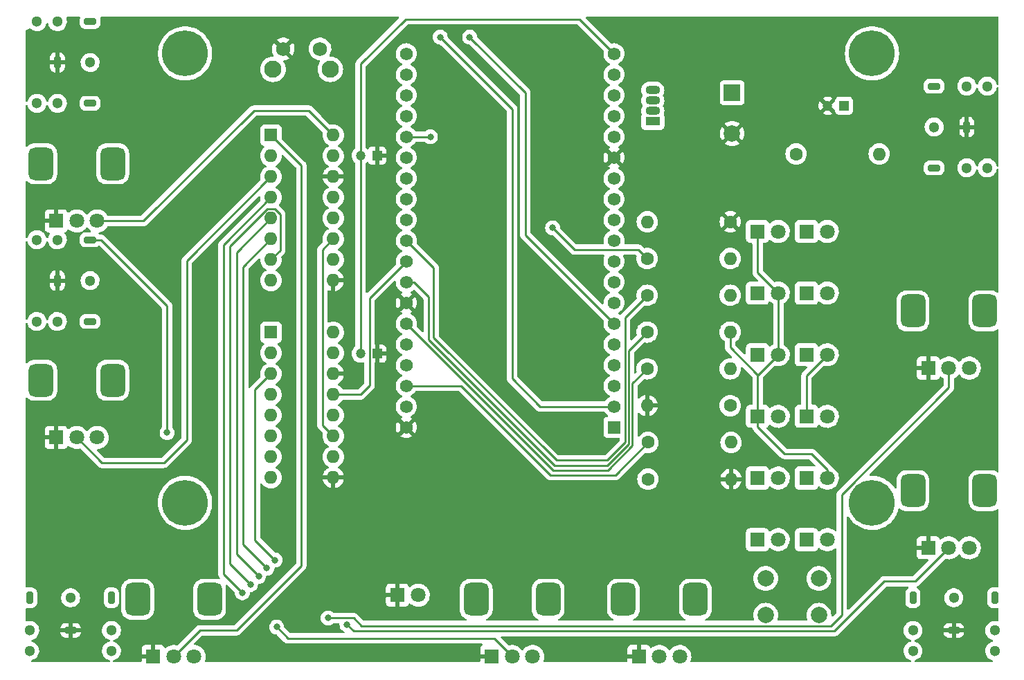
<source format=gbr>
%TF.GenerationSoftware,KiCad,Pcbnew,(6.0.4)*%
%TF.CreationDate,2022-09-22T00:21:37+02:00*%
%TF.ProjectId,Spikeling_V2.2,5370696b-656c-4696-9e67-5f56322e322e,rev?*%
%TF.SameCoordinates,Original*%
%TF.FileFunction,Copper,L2,Bot*%
%TF.FilePolarity,Positive*%
%FSLAX46Y46*%
G04 Gerber Fmt 4.6, Leading zero omitted, Abs format (unit mm)*
G04 Created by KiCad (PCBNEW (6.0.4)) date 2022-09-22 00:21:37*
%MOMM*%
%LPD*%
G01*
G04 APERTURE LIST*
G04 Aperture macros list*
%AMRoundRect*
0 Rectangle with rounded corners*
0 $1 Rounding radius*
0 $2 $3 $4 $5 $6 $7 $8 $9 X,Y pos of 4 corners*
0 Add a 4 corners polygon primitive as box body*
4,1,4,$2,$3,$4,$5,$6,$7,$8,$9,$2,$3,0*
0 Add four circle primitives for the rounded corners*
1,1,$1+$1,$2,$3*
1,1,$1+$1,$4,$5*
1,1,$1+$1,$6,$7*
1,1,$1+$1,$8,$9*
0 Add four rect primitives between the rounded corners*
20,1,$1+$1,$2,$3,$4,$5,0*
20,1,$1+$1,$4,$5,$6,$7,0*
20,1,$1+$1,$6,$7,$8,$9,0*
20,1,$1+$1,$8,$9,$2,$3,0*%
G04 Aperture macros list end*
%TA.AperFunction,ComponentPad*%
%ADD10O,1.800000X1.070000*%
%TD*%
%TA.AperFunction,ComponentPad*%
%ADD11R,1.800000X1.070000*%
%TD*%
%TA.AperFunction,ComponentPad*%
%ADD12C,5.600000*%
%TD*%
%TA.AperFunction,ComponentPad*%
%ADD13R,1.800000X1.800000*%
%TD*%
%TA.AperFunction,ComponentPad*%
%ADD14C,1.800000*%
%TD*%
%TA.AperFunction,ComponentPad*%
%ADD15C,1.600000*%
%TD*%
%TA.AperFunction,ComponentPad*%
%ADD16O,1.600000X1.600000*%
%TD*%
%TA.AperFunction,ComponentPad*%
%ADD17R,1.600000X1.600000*%
%TD*%
%TA.AperFunction,ComponentPad*%
%ADD18RoundRect,0.750000X0.750000X-1.250000X0.750000X1.250000X-0.750000X1.250000X-0.750000X-1.250000X0*%
%TD*%
%TA.AperFunction,ComponentPad*%
%ADD19C,1.300000*%
%TD*%
%TA.AperFunction,ComponentPad*%
%ADD20RoundRect,0.200000X0.550000X0.200000X-0.550000X0.200000X-0.550000X-0.200000X0.550000X-0.200000X0*%
%TD*%
%TA.AperFunction,ComponentPad*%
%ADD21RoundRect,0.200000X-0.200000X0.550000X-0.200000X-0.550000X0.200000X-0.550000X0.200000X0.550000X0*%
%TD*%
%TA.AperFunction,ComponentPad*%
%ADD22RoundRect,0.200000X-0.550000X-0.200000X0.550000X-0.200000X0.550000X0.200000X-0.550000X0.200000X0*%
%TD*%
%TA.AperFunction,ComponentPad*%
%ADD23RoundRect,0.200000X0.200000X-0.550000X0.200000X0.550000X-0.200000X0.550000X-0.200000X-0.550000X0*%
%TD*%
%TA.AperFunction,ComponentPad*%
%ADD24R,1.200000X1.200000*%
%TD*%
%TA.AperFunction,ComponentPad*%
%ADD25C,1.200000*%
%TD*%
%TA.AperFunction,ComponentPad*%
%ADD26C,2.100000*%
%TD*%
%TA.AperFunction,ComponentPad*%
%ADD27C,1.750000*%
%TD*%
%TA.AperFunction,ComponentPad*%
%ADD28R,2.000000X2.000000*%
%TD*%
%TA.AperFunction,ComponentPad*%
%ADD29C,2.000000*%
%TD*%
%TA.AperFunction,ComponentPad*%
%ADD30R,1.560000X1.560000*%
%TD*%
%TA.AperFunction,ComponentPad*%
%ADD31C,1.560000*%
%TD*%
%TA.AperFunction,ViaPad*%
%ADD32C,0.800000*%
%TD*%
%TA.AperFunction,Conductor*%
%ADD33C,0.250000*%
%TD*%
G04 APERTURE END LIST*
D10*
%TO.P,Spike_LED,1,RA*%
%TO.N,/27*%
X177200000Y-62030000D03*
D11*
%TO.P,Spike_LED,2,K*%
%TO.N,Net-(100\u03A9_Spike-LED1-Pad2)*%
X177200000Y-63300000D03*
D10*
%TO.P,Spike_LED,3,GA*%
%TO.N,/14*%
X177200000Y-60760000D03*
%TO.P,Spike_LED,4,BA*%
%TO.N,/12*%
X177200000Y-59490000D03*
%TD*%
D12*
%TO.P, ,1*%
%TO.N,N/C*%
X120000000Y-55000000D03*
%TD*%
D13*
%TO.P,6,1,K*%
%TO.N,Net-(100\u03A9_CharliePlex3-Pad2)*%
X190000000Y-76779000D03*
D14*
%TO.P,6,2,A*%
%TO.N,Net-(100\u03A9_CharliePlex4-Pad2)*%
X192540000Y-76779000D03*
%TD*%
%TO.P,1,2,A*%
%TO.N,Net-(100\u03A9_CharliePlex1-Pad2)*%
X192540000Y-114504000D03*
D13*
%TO.P,1,1,K*%
%TO.N,Net-(100\u03A9_CharliePlex2-Pad2)*%
X190000000Y-114504000D03*
%TD*%
D15*
%TO.P,10k\u03A9,1*%
%TO.N,/39*%
X186660000Y-98100000D03*
D16*
%TO.P,10k\u03A9,2*%
%TO.N,GNDREF*%
X176500000Y-98100000D03*
%TD*%
D17*
%TO.P,MCP3208,1,CH0*%
%TO.N,/200*%
X130500000Y-89125000D03*
D16*
%TO.P,MCP3208,2,CH1*%
%TO.N,/201*%
X130500000Y-91665000D03*
%TO.P,MCP3208,3,CH2*%
%TO.N,/202*%
X130500000Y-94205000D03*
%TO.P,MCP3208,4,CH3*%
%TO.N,/203*%
X130500000Y-96745000D03*
%TO.P,MCP3208,5,CH4*%
%TO.N,/204*%
X130500000Y-99285000D03*
%TO.P,MCP3208,6,CH5*%
%TO.N,/205*%
X130500000Y-101825000D03*
%TO.P,MCP3208,7,CH6*%
%TO.N,/206*%
X130500000Y-104365000D03*
%TO.P,MCP3208,8,CH7*%
%TO.N,/207*%
X130500000Y-106905000D03*
%TO.P,MCP3208,9,DGND*%
%TO.N,GNDREF*%
X138120000Y-106905000D03*
%TO.P,MCP3208,10,~{CS}/SHDN*%
%TO.N,/04*%
X138120000Y-104365000D03*
%TO.P,MCP3208,11,Din*%
%TO.N,/32*%
X138120000Y-101825000D03*
%TO.P,MCP3208,12,Dout*%
%TO.N,/33*%
X138120000Y-99285000D03*
%TO.P,MCP3208,13,CLK*%
%TO.N,/18*%
X138120000Y-96745000D03*
%TO.P,MCP3208,14,AGND*%
%TO.N,GNDREF*%
X138120000Y-94205000D03*
%TO.P,MCP3208,15,Vref*%
%TO.N,VCC*%
X138120000Y-91665000D03*
%TO.P,MCP3208,16,Vdd*%
X138120000Y-89125000D03*
%TD*%
D13*
%TO.P,Stimulus,1,1*%
%TO.N,GNDREF*%
X210900000Y-115500000D03*
D14*
%TO.P,Stimulus,2,2*%
%TO.N,/104*%
X213400000Y-115500000D03*
%TO.P,Stimulus,3,3*%
%TO.N,VCC*%
X215900000Y-115500000D03*
D18*
%TO.P,Stimulus,MP*%
%TO.N,N/C*%
X217800000Y-108500000D03*
X209000000Y-108500000D03*
%TD*%
D13*
%TO.P,Noise,1,1*%
%TO.N,GNDREF*%
X175500000Y-128800000D03*
D14*
%TO.P,Noise,2,2*%
%TO.N,/106*%
X178000000Y-128800000D03*
%TO.P,Noise,3,3*%
%TO.N,VCC*%
X180500000Y-128800000D03*
D18*
%TO.P,Noise,MP*%
%TO.N,N/C*%
X173600000Y-121800000D03*
X182400000Y-121800000D03*
%TD*%
D19*
%TO.P,Synapse In 1,*%
%TO.N,*%
X101882500Y-51100000D03*
X104382500Y-51100000D03*
X108382500Y-56100000D03*
X101882500Y-61100000D03*
X104382500Y-61100000D03*
D20*
%TO.P,Synapse In 1,R*%
%TO.N,/200*%
X108382500Y-61100000D03*
D21*
%TO.P,Synapse In 1,S*%
%TO.N,GNDREF*%
X104382500Y-56100000D03*
D20*
%TO.P,Synapse In 1,T*%
%TO.N,/35*%
X108382500Y-51100000D03*
%TD*%
D19*
%TO.P,Synapse Out,*%
%TO.N,*%
X215600000Y-59000000D03*
X215600000Y-69000000D03*
X218100000Y-59000000D03*
X211600000Y-64000000D03*
X218100000Y-69000000D03*
D22*
%TO.P,Synapse Out,R*%
%TO.N,Net-(10\u03A9_RC1-Pad2)*%
X211600000Y-59000000D03*
D23*
%TO.P,Synapse Out,S*%
%TO.N,GNDREF*%
X215600000Y-64000000D03*
D22*
%TO.P,Synapse Out,T*%
%TO.N,/15*%
X211600000Y-69000000D03*
%TD*%
D13*
%TO.P,Synapse1 Gain,1,1*%
%TO.N,GNDREF*%
X104250000Y-75500000D03*
D14*
%TO.P,Synapse1 Gain,2,2*%
%TO.N,/101*%
X106750000Y-75500000D03*
%TO.P,Synapse1 Gain,3,3*%
%TO.N,VCC*%
X109250000Y-75500000D03*
D18*
%TO.P,Synapse1 Gain,MP*%
%TO.N,N/C*%
X111150000Y-68500000D03*
X102350000Y-68500000D03*
%TD*%
D14*
%TO.P,3,2,A*%
%TO.N,Net-(100\u03A9_CharliePlex2-Pad2)*%
X192540000Y-99414000D03*
D13*
%TO.P,3,1,K*%
%TO.N,Net-(100\u03A9_CharliePlex3-Pad2)*%
X190000000Y-99414000D03*
%TD*%
%TO.P,Voltage Membrane,1,1*%
%TO.N,GNDREF*%
X116100000Y-128800000D03*
D14*
%TO.P,Voltage Membrane,2,2*%
%TO.N,/100*%
X118600000Y-128800000D03*
%TO.P,Voltage Membrane,3,3*%
%TO.N,VCC*%
X121100000Y-128800000D03*
D18*
%TO.P,Voltage Membrane,MP*%
%TO.N,N/C*%
X114200000Y-121800000D03*
X123000000Y-121800000D03*
%TD*%
D15*
%TO.P,100\u03A9,1*%
%TO.N,/22*%
X176600000Y-102600000D03*
D16*
%TO.P,100\u03A9,2*%
%TO.N,Net-(100\u03A9_Stim-LED1-Pad2)*%
X186760000Y-102600000D03*
%TD*%
D12*
%TO.P, ,1*%
%TO.N,N/C*%
X204000000Y-55000000D03*
%TD*%
D17*
%TO.P,MCP3208,1,CH0*%
%TO.N,/100*%
X130500000Y-65000000D03*
D16*
%TO.P,MCP3208,2,CH1*%
%TO.N,/101*%
X130500000Y-67540000D03*
%TO.P,MCP3208,3,CH2*%
%TO.N,/102*%
X130500000Y-70080000D03*
%TO.P,MCP3208,4,CH3*%
%TO.N,/103*%
X130500000Y-72620000D03*
%TO.P,MCP3208,5,CH4*%
%TO.N,/104*%
X130500000Y-75160000D03*
%TO.P,MCP3208,6,CH5*%
%TO.N,/105*%
X130500000Y-77700000D03*
%TO.P,MCP3208,7,CH6*%
%TO.N,/106*%
X130500000Y-80240000D03*
%TO.P,MCP3208,8,CH7*%
%TO.N,/107*%
X130500000Y-82780000D03*
%TO.P,MCP3208,9,DGND*%
%TO.N,GNDREF*%
X138120000Y-82780000D03*
%TO.P,MCP3208,10,~{CS}/SHDN*%
%TO.N,/00*%
X138120000Y-80240000D03*
%TO.P,MCP3208,11,Din*%
%TO.N,/32*%
X138120000Y-77700000D03*
%TO.P,MCP3208,12,Dout*%
%TO.N,/33*%
X138120000Y-75160000D03*
%TO.P,MCP3208,13,CLK*%
%TO.N,/18*%
X138120000Y-72620000D03*
%TO.P,MCP3208,14,AGND*%
%TO.N,GNDREF*%
X138120000Y-70080000D03*
%TO.P,MCP3208,15,Vref*%
%TO.N,VCC*%
X138120000Y-67540000D03*
%TO.P,MCP3208,16,Vdd*%
X138120000Y-65000000D03*
%TD*%
D24*
%TO.P,1\u03BCF,1*%
%TO.N,GNDREF*%
X143472600Y-91750000D03*
D25*
%TO.P,1\u03BCF,2*%
%TO.N,VCC*%
X141472600Y-91750000D03*
%TD*%
D19*
%TO.P,Stimulus Out,*%
%TO.N,*%
X219000000Y-125617500D03*
X219000000Y-128117500D03*
X209000000Y-128117500D03*
X214000000Y-121617500D03*
X209000000Y-125617500D03*
D21*
%TO.P,Stimulus Out,R*%
%TO.N,/26*%
X219000000Y-121617500D03*
D22*
%TO.P,Stimulus Out,S*%
%TO.N,GNDREF*%
X214000000Y-125617500D03*
D21*
%TO.P,Stimulus Out,T*%
%TO.N,Net-(100\u03A9_Stim-LED1-Pad2)*%
X209000000Y-121617500D03*
%TD*%
D26*
%TO.P,Reset Button,*%
%TO.N,*%
X137760000Y-56930000D03*
X130750000Y-56930000D03*
D27*
%TO.P,Reset Button,1,1*%
%TO.N,GNDREF*%
X132000000Y-54440000D03*
%TO.P,Reset Button,2,2*%
%TO.N,Net-(Reset_Button1-Pad2)*%
X136500000Y-54440000D03*
%TD*%
D13*
%TO.P,10,1,K*%
%TO.N,Net-(100\u03A9_CharliePlex2-Pad2)*%
X196000000Y-91869000D03*
D14*
%TO.P,10,2,A*%
%TO.N,Net-(100\u03A9_CharliePlex4-Pad2)*%
X198540000Y-91869000D03*
%TD*%
%TO.P,8,2,A*%
%TO.N,Net-(100\u03A9_CharliePlex3-Pad2)*%
X198540000Y-106959000D03*
D13*
%TO.P,8,1,K*%
%TO.N,Net-(100\u03A9_CharliePlex1-Pad2)*%
X196000000Y-106959000D03*
%TD*%
D24*
%TO.P,1\u03BCF,1*%
%TO.N,GNDREF*%
X143472600Y-67500000D03*
D25*
%TO.P,1\u03BCF,2*%
%TO.N,VCC*%
X141472600Y-67500000D03*
%TD*%
D15*
%TO.P,100\u03A9,1*%
%TO.N,/21*%
X176500000Y-93600000D03*
D16*
%TO.P,100\u03A9,2*%
%TO.N,Net-(100\u03A9_CharliePlex4-Pad2)*%
X186660000Y-93600000D03*
%TD*%
D13*
%TO.P,12,1,K*%
%TO.N,Net-(100\u03A9_CharliePlex1-Pad2)*%
X196000000Y-76779000D03*
D14*
%TO.P,12,2,A*%
%TO.N,Net-(100\u03A9_CharliePlex4-Pad2)*%
X198540000Y-76779000D03*
%TD*%
D13*
%TO.P,11,1,K*%
%TO.N,Net-(100\u03A9_CharliePlex4-Pad2)*%
X196000000Y-84324000D03*
D14*
%TO.P,11,2,A*%
%TO.N,Net-(100\u03A9_CharliePlex1-Pad2)*%
X198540000Y-84324000D03*
%TD*%
D13*
%TO.P,9,1,K*%
%TO.N,Net-(100\u03A9_CharliePlex4-Pad2)*%
X196000000Y-99414000D03*
D14*
%TO.P,9,2,A*%
%TO.N,Net-(100\u03A9_CharliePlex2-Pad2)*%
X198540000Y-99414000D03*
%TD*%
D15*
%TO.P,10\u03A9,1*%
%TO.N,/25*%
X194720000Y-67300000D03*
D16*
%TO.P,10\u03A9,2*%
%TO.N,Net-(10\u03A9_RC1-Pad2)*%
X204880000Y-67300000D03*
%TD*%
D13*
%TO.P,Photodiode,1,K*%
%TO.N,GNDREF*%
X145975000Y-121300000D03*
D14*
%TO.P,Photodiode,2,A*%
%TO.N,/202*%
X148515000Y-121300000D03*
%TD*%
D13*
%TO.P,Stimulus,1,1*%
%TO.N,GNDREF*%
X210900000Y-93500000D03*
D14*
%TO.P,Stimulus,2,2*%
%TO.N,/105*%
X213400000Y-93500000D03*
%TO.P,Stimulus,3,3*%
%TO.N,VCC*%
X215900000Y-93500000D03*
D18*
%TO.P,Stimulus,MP*%
%TO.N,N/C*%
X217800000Y-86500000D03*
X209000000Y-86500000D03*
%TD*%
D13*
%TO.P,Synapse2 Gain,1,1*%
%TO.N,GNDREF*%
X104250000Y-102000000D03*
D14*
%TO.P,Synapse2 Gain,2,2*%
%TO.N,/102*%
X106750000Y-102000000D03*
%TO.P,Synapse2 Gain,3,3*%
%TO.N,VCC*%
X109250000Y-102000000D03*
D18*
%TO.P,Synapse2 Gain,MP*%
%TO.N,N/C*%
X102350000Y-95000000D03*
X111150000Y-95000000D03*
%TD*%
D19*
%TO.P,Synapse In 2,*%
%TO.N,*%
X104382500Y-77800000D03*
X101882500Y-87800000D03*
X101882500Y-77800000D03*
X108382500Y-82800000D03*
X104382500Y-87800000D03*
D20*
%TO.P,Synapse In 2,R*%
%TO.N,/201*%
X108382500Y-87800000D03*
D21*
%TO.P,Synapse In 2,S*%
%TO.N,GNDREF*%
X104382500Y-82800000D03*
D20*
%TO.P,Synapse In 2,T*%
%TO.N,/34*%
X108382500Y-77800000D03*
%TD*%
D14*
%TO.P,2,2,A*%
%TO.N,Net-(100\u03A9_CharliePlex2-Pad2)*%
X192540000Y-106959000D03*
D13*
%TO.P,2,1,K*%
%TO.N,Net-(100\u03A9_CharliePlex1-Pad2)*%
X190000000Y-106959000D03*
%TD*%
D12*
%TO.P, ,1*%
%TO.N,N/C*%
X204000000Y-110000000D03*
%TD*%
D13*
%TO.P,4,1,K*%
%TO.N,Net-(100\u03A9_CharliePlex2-Pad2)*%
X190000000Y-91869000D03*
D14*
%TO.P,4,2,A*%
%TO.N,Net-(100\u03A9_CharliePlex3-Pad2)*%
X192540000Y-91869000D03*
%TD*%
D19*
%TO.P,Current In,*%
%TO.N,*%
X101000000Y-128117500D03*
X111000000Y-125617500D03*
X101000000Y-125617500D03*
X111000000Y-128117500D03*
X106000000Y-121617500D03*
D21*
%TO.P,Current In,R*%
%TO.N,/203*%
X111000000Y-121617500D03*
D22*
%TO.P,Current In,S*%
%TO.N,GNDREF*%
X106000000Y-125617500D03*
D21*
%TO.P,Current In,T*%
%TO.N,unconnected-(Current_In1-PadT)*%
X101000000Y-121617500D03*
%TD*%
D15*
%TO.P,100\u03A9,1*%
%TO.N,/19*%
X176500000Y-89100000D03*
D16*
%TO.P,100\u03A9,2*%
%TO.N,Net-(100\u03A9_CharliePlex3-Pad2)*%
X186660000Y-89100000D03*
%TD*%
D15*
%TO.P,10k\u03A9,1*%
%TO.N,/202*%
X176600000Y-107100000D03*
D16*
%TO.P,10k\u03A9,2*%
%TO.N,GNDREF*%
X186760000Y-107100000D03*
%TD*%
D13*
%TO.P,Photodiode Gain,1,1*%
%TO.N,GNDREF*%
X157500000Y-128800000D03*
D14*
%TO.P,Photodiode Gain,2,2*%
%TO.N,/103*%
X160000000Y-128800000D03*
%TO.P,Photodiode Gain,3,3*%
%TO.N,VCC*%
X162500000Y-128800000D03*
D18*
%TO.P,Photodiode Gain,MP*%
%TO.N,N/C*%
X164400000Y-121800000D03*
X155600000Y-121800000D03*
%TD*%
D24*
%TO.P,1nF,1*%
%TO.N,Net-(10\u03A9_RC1-Pad2)*%
X200572600Y-61400000D03*
D25*
%TO.P,1nF,2*%
%TO.N,GNDREF*%
X198572600Y-61400000D03*
%TD*%
D15*
%TO.P,100\u03A9,1*%
%TO.N,/05*%
X176500000Y-84600000D03*
D16*
%TO.P,100\u03A9,2*%
%TO.N,Net-(100\u03A9_CharliePlex2-Pad2)*%
X186660000Y-84600000D03*
%TD*%
D15*
%TO.P,100\u03A9,1*%
%TO.N,GNDREF*%
X186680000Y-75600000D03*
D16*
%TO.P,100\u03A9,2*%
%TO.N,Net-(100\u03A9_Spike-LED1-Pad2)*%
X176520000Y-75600000D03*
%TD*%
D28*
%TO.P,Spike Buzzer,1,-*%
%TO.N,/13*%
X186900000Y-59800000D03*
D29*
%TO.P,Spike Buzzer,2,+*%
%TO.N,GNDREF*%
X186900000Y-64800000D03*
%TD*%
D12*
%TO.P, ,1*%
%TO.N,N/C*%
X120000000Y-110000000D03*
%TD*%
D15*
%TO.P,100\u03A9,1*%
%TO.N,/02*%
X176500000Y-80100000D03*
D16*
%TO.P,100\u03A9,2*%
%TO.N,Net-(100\u03A9_CharliePlex1-Pad2)*%
X186660000Y-80100000D03*
%TD*%
D29*
%TO.P,Mode Button,2,2*%
%TO.N,VCC*%
X191000000Y-123750000D03*
X197500000Y-123750000D03*
%TO.P,Mode Button,1,1*%
%TO.N,/39*%
X197500000Y-119250000D03*
X191000000Y-119250000D03*
%TD*%
D30*
%TO.P,ESP32 Wroom-32 Dev Module,1,3V3*%
%TO.N,+3V3*%
X172450000Y-100760000D03*
D31*
%TO.P,ESP32 Wroom-32 Dev Module,2,EN*%
%TO.N,Net-(Reset_Button1-Pad2)*%
X172450000Y-98220000D03*
%TO.P,ESP32 Wroom-32 Dev Module,3,SENSOR_VP*%
%TO.N,unconnected-(U1-Pad3)*%
X172450000Y-95680000D03*
%TO.P,ESP32 Wroom-32 Dev Module,4,SENSOR_VN*%
%TO.N,/39*%
X172450000Y-93140000D03*
%TO.P,ESP32 Wroom-32 Dev Module,5,IO34*%
%TO.N,/34*%
X172450000Y-90600000D03*
%TO.P,ESP32 Wroom-32 Dev Module,6,IO35*%
%TO.N,/35*%
X172450000Y-88060000D03*
%TO.P,ESP32 Wroom-32 Dev Module,7,IO32*%
%TO.N,/32*%
X172450000Y-85520000D03*
%TO.P,ESP32 Wroom-32 Dev Module,8,IO33*%
%TO.N,/33*%
X172450000Y-82980000D03*
%TO.P,ESP32 Wroom-32 Dev Module,9,IO25*%
%TO.N,/25*%
X172450000Y-80440000D03*
%TO.P,ESP32 Wroom-32 Dev Module,10,IO26*%
%TO.N,/26*%
X172450000Y-77900000D03*
%TO.P,ESP32 Wroom-32 Dev Module,11,IO27*%
%TO.N,/27*%
X172450000Y-75360000D03*
%TO.P,ESP32 Wroom-32 Dev Module,12,IO14*%
%TO.N,/14*%
X172450000Y-72820000D03*
%TO.P,ESP32 Wroom-32 Dev Module,13,IO12*%
%TO.N,/12*%
X172450000Y-70280000D03*
%TO.P,ESP32 Wroom-32 Dev Module,14,GND1*%
%TO.N,GNDREF*%
X172450000Y-67740000D03*
%TO.P,ESP32 Wroom-32 Dev Module,15,IO13*%
%TO.N,/13*%
X172450000Y-65200000D03*
%TO.P,ESP32 Wroom-32 Dev Module,16,SD2*%
%TO.N,unconnected-(U1-Pad16)*%
X172450000Y-62660000D03*
%TO.P,ESP32 Wroom-32 Dev Module,17,SD3*%
%TO.N,unconnected-(U1-Pad17)*%
X172450000Y-60120000D03*
%TO.P,ESP32 Wroom-32 Dev Module,18,CMD*%
%TO.N,unconnected-(U1-Pad18)*%
X172450000Y-57580000D03*
%TO.P,ESP32 Wroom-32 Dev Module,19,EXT_5V*%
%TO.N,VCC*%
X172450000Y-55040000D03*
%TO.P,ESP32 Wroom-32 Dev Module,20,GND3*%
%TO.N,GNDREF*%
X147050000Y-100760000D03*
%TO.P,ESP32 Wroom-32 Dev Module,21,IO23*%
%TO.N,/23*%
X147050000Y-98220000D03*
%TO.P,ESP32 Wroom-32 Dev Module,22,IO22*%
%TO.N,/22*%
X147050000Y-95680000D03*
%TO.P,ESP32 Wroom-32 Dev Module,23,TXD0*%
%TO.N,unconnected-(U1-Pad23)*%
X147050000Y-93140000D03*
%TO.P,ESP32 Wroom-32 Dev Module,24,RXD0*%
%TO.N,unconnected-(U1-Pad24)*%
X147050000Y-90600000D03*
%TO.P,ESP32 Wroom-32 Dev Module,25,IO21*%
%TO.N,/21*%
X147050000Y-88060000D03*
%TO.P,ESP32 Wroom-32 Dev Module,26,GND2*%
%TO.N,GNDREF*%
X147050000Y-85520000D03*
%TO.P,ESP32 Wroom-32 Dev Module,27,IO19*%
%TO.N,/19*%
X147050000Y-82980000D03*
%TO.P,ESP32 Wroom-32 Dev Module,28,IO18*%
%TO.N,/18*%
X147050000Y-80440000D03*
%TO.P,ESP32 Wroom-32 Dev Module,29,IO5*%
%TO.N,/05*%
X147050000Y-77900000D03*
%TO.P,ESP32 Wroom-32 Dev Module,30,IO17*%
%TO.N,/17*%
X147050000Y-75360000D03*
%TO.P,ESP32 Wroom-32 Dev Module,31,IO16*%
%TO.N,/16*%
X147050000Y-72820000D03*
%TO.P,ESP32 Wroom-32 Dev Module,32,IO4*%
%TO.N,/04*%
X147050000Y-70280000D03*
%TO.P,ESP32 Wroom-32 Dev Module,33,IO0*%
%TO.N,/00*%
X147050000Y-67740000D03*
%TO.P,ESP32 Wroom-32 Dev Module,34,IO2*%
%TO.N,/02*%
X147050000Y-65200000D03*
%TO.P,ESP32 Wroom-32 Dev Module,35,IO15*%
%TO.N,/15*%
X147050000Y-62660000D03*
%TO.P,ESP32 Wroom-32 Dev Module,36,SD1*%
%TO.N,unconnected-(U1-Pad36)*%
X147050000Y-60120000D03*
%TO.P,ESP32 Wroom-32 Dev Module,37,SD0*%
%TO.N,unconnected-(U1-Pad37)*%
X147050000Y-57580000D03*
%TO.P,ESP32 Wroom-32 Dev Module,38,CLK*%
%TO.N,unconnected-(U1-Pad38)*%
X147050000Y-55040000D03*
%TD*%
D14*
%TO.P,7,2,A*%
%TO.N,Net-(100\u03A9_CharliePlex1-Pad2)*%
X198540000Y-114504000D03*
D13*
%TO.P,7,1,K*%
%TO.N,Net-(100\u03A9_CharliePlex3-Pad2)*%
X196000000Y-114504000D03*
%TD*%
%TO.P,5,1,K*%
%TO.N,Net-(100\u03A9_CharliePlex4-Pad2)*%
X190000000Y-84324000D03*
D14*
%TO.P,5,2,A*%
%TO.N,Net-(100\u03A9_CharliePlex3-Pad2)*%
X192540000Y-84324000D03*
%TD*%
D32*
%TO.N,GNDREF*%
X146100000Y-121700000D03*
%TO.N,/34*%
X117800000Y-101400000D03*
%TO.N,/35*%
X154800000Y-53000000D03*
%TO.N,/02*%
X150000000Y-65200000D03*
X164950000Y-76350000D03*
%TO.N,Net-(Reset_Button1-Pad2)*%
X151200000Y-53000000D03*
%TO.N,/202*%
X131000000Y-117000000D03*
%TO.N,/106*%
X128000000Y-120000000D03*
%TO.N,/103*%
X127000000Y-121000000D03*
X131200000Y-125200000D03*
%TO.N,/105*%
X137500000Y-124100000D03*
X130000000Y-118000000D03*
%TO.N,/104*%
X139800000Y-124900000D03*
X129000000Y-119000000D03*
%TD*%
D33*
%TO.N,/34*%
X117800000Y-85900000D02*
X117800000Y-86917500D01*
X109700000Y-77800000D02*
X117800000Y-85900000D01*
X108382500Y-77800000D02*
X109700000Y-77800000D01*
%TO.N,Net-(100\u03A9_CharliePlex3-Pad2)*%
X193300000Y-104000000D02*
X190000000Y-100700000D01*
X196600000Y-104000000D02*
X193300000Y-104000000D01*
X190000000Y-100700000D02*
X190000000Y-99414000D01*
X198540000Y-106959000D02*
X198540000Y-105940000D01*
X198540000Y-105940000D02*
X196600000Y-104000000D01*
X190000000Y-76779000D02*
X190000000Y-81784000D01*
X190000000Y-81784000D02*
X192540000Y-84324000D01*
X190000000Y-94318022D02*
X190000000Y-94409000D01*
X186660000Y-90978022D02*
X190000000Y-94318022D01*
X186660000Y-89100000D02*
X186660000Y-90978022D01*
X192540000Y-84324000D02*
X192540000Y-91869000D01*
X190000000Y-94409000D02*
X192540000Y-91869000D01*
X190000000Y-99414000D02*
X190000000Y-94409000D01*
%TO.N,Net-(100\u03A9_CharliePlex4-Pad2)*%
X196000000Y-94409000D02*
X198540000Y-91869000D01*
X196000000Y-99414000D02*
X196000000Y-94409000D01*
%TO.N,/105*%
X213400000Y-93500000D02*
X213400000Y-95900000D01*
%TO.N,/104*%
X199400000Y-125700000D02*
X140600000Y-125700000D01*
X205500000Y-119600000D02*
X199400000Y-125700000D01*
X140600000Y-125700000D02*
X139800000Y-124900000D01*
X209300000Y-119600000D02*
X205500000Y-119600000D01*
X213400000Y-115500000D02*
X209300000Y-119600000D01*
%TO.N,GNDREF*%
X176400000Y-99019022D02*
X176400000Y-98300000D01*
%TO.N,/34*%
X117800000Y-86917500D02*
X117800000Y-101400000D01*
%TO.N,/35*%
X161600000Y-77210000D02*
X172450000Y-88060000D01*
X161600000Y-59800000D02*
X161600000Y-77210000D01*
X154800000Y-53000000D02*
X161600000Y-59800000D01*
%TO.N,/22*%
X172600000Y-106600000D02*
X176600000Y-102600000D01*
X164700000Y-106600000D02*
X172600000Y-106600000D01*
X153780000Y-95680000D02*
X164700000Y-106600000D01*
X147050000Y-95680000D02*
X153780000Y-95680000D01*
%TO.N,/21*%
X164990000Y-106000000D02*
X171671435Y-106000000D01*
X174699040Y-95400960D02*
X176500000Y-93600000D01*
X164990000Y-106000000D02*
X147050000Y-88060000D01*
X171671435Y-106000000D02*
X174699040Y-102972394D01*
X174699040Y-102972394D02*
X174699040Y-95400960D01*
%TO.N,/19*%
X165200000Y-105400000D02*
X149800000Y-90000000D01*
X147980000Y-82980000D02*
X147050000Y-82980000D01*
X174249520Y-102786197D02*
X174249520Y-91350480D01*
X174249520Y-91350480D02*
X176500000Y-89100000D01*
X149800000Y-84800000D02*
X147980000Y-82980000D01*
X149800000Y-90000000D02*
X149800000Y-84800000D01*
X171635717Y-105400000D02*
X174249520Y-102786197D01*
X165200000Y-105400000D02*
X171635717Y-105400000D01*
%TO.N,/05*%
X173800000Y-102600000D02*
X173800000Y-87300000D01*
X171600000Y-104800000D02*
X173800000Y-102600000D01*
X165400000Y-104800000D02*
X171600000Y-104800000D01*
X150400000Y-89800000D02*
X165400000Y-104800000D01*
X173800000Y-87300000D02*
X176500000Y-84600000D01*
X147050000Y-77900000D02*
X150400000Y-81250000D01*
X150400000Y-81250000D02*
X150400000Y-89800000D01*
%TO.N,/02*%
X167604511Y-79004511D02*
X164950000Y-76350000D01*
X176500000Y-80100000D02*
X175404511Y-79004511D01*
X150000000Y-65200000D02*
X147050000Y-65200000D01*
X175404511Y-79004511D02*
X167604511Y-79004511D01*
X164950000Y-76350000D02*
X164900000Y-76300000D01*
%TO.N,Net-(100\u03A9_CharliePlex2-Pad2)*%
X192540000Y-107000000D02*
X192540000Y-106225009D01*
%TO.N,/39*%
X191000000Y-118920000D02*
X191000000Y-119250000D01*
%TO.N,VCC*%
X114900000Y-75500000D02*
X128400000Y-62000000D01*
X146950000Y-50800000D02*
X168210000Y-50800000D01*
X141472600Y-56277400D02*
X146950000Y-50800000D01*
X109250000Y-75500000D02*
X114900000Y-75500000D01*
X135120000Y-62000000D02*
X138120000Y-65000000D01*
X141472600Y-67500000D02*
X141472600Y-56277400D01*
X168210000Y-50800000D02*
X172450000Y-55040000D01*
X128400000Y-62000000D02*
X135120000Y-62000000D01*
X141472600Y-67500000D02*
X141472600Y-91750000D01*
%TO.N,Net-(Reset_Button1-Pad2)*%
X163420000Y-98220000D02*
X172450000Y-98220000D01*
X160000000Y-61800000D02*
X160000000Y-94800000D01*
X151200000Y-53000000D02*
X160000000Y-61800000D01*
X160000000Y-94800000D02*
X163420000Y-98220000D01*
%TO.N,/202*%
X130500000Y-94205000D02*
X128550000Y-96155000D01*
X128550000Y-96155000D02*
X128550000Y-114550000D01*
X128550000Y-114550000D02*
X131000000Y-117000000D01*
%TO.N,/106*%
X128000000Y-120000000D02*
X125500000Y-117500000D01*
X125500000Y-78569700D02*
X125500000Y-117100000D01*
X130965789Y-74035489D02*
X130034211Y-74035489D01*
X130034211Y-74035489D02*
X125500000Y-78569700D01*
X131624511Y-74694211D02*
X130965789Y-74035489D01*
X130500000Y-80240000D02*
X131624511Y-79115489D01*
X131624511Y-79115489D02*
X131624511Y-74694211D01*
X125500000Y-117100000D02*
X125500000Y-117500000D01*
%TO.N,/103*%
X124700000Y-118700000D02*
X124700000Y-118500000D01*
X157800000Y-126600000D02*
X160000000Y-128800000D01*
X131200000Y-125200000D02*
X132600000Y-126600000D01*
X130500000Y-72620000D02*
X124700000Y-78420000D01*
X134900000Y-126600000D02*
X157800000Y-126600000D01*
X132600000Y-126600000D02*
X134900000Y-126600000D01*
X127000000Y-121000000D02*
X124700000Y-118700000D01*
X124700000Y-78420000D02*
X124700000Y-118500000D01*
%TO.N,/105*%
X130500000Y-77700000D02*
X127100000Y-81100000D01*
X127100000Y-81100000D02*
X127100000Y-115000000D01*
X137500000Y-124100000D02*
X140600000Y-124100000D01*
X141574511Y-125074511D02*
X198925489Y-125074511D01*
X200300000Y-109000000D02*
X213400000Y-95900000D01*
X130000000Y-118000000D02*
X127100000Y-115100000D01*
X140600000Y-124100000D02*
X141574511Y-125074511D01*
X200300000Y-123700000D02*
X200300000Y-109000000D01*
X198925489Y-125074511D02*
X200300000Y-123700000D01*
X127100000Y-115100000D02*
X127100000Y-115000000D01*
%TO.N,/104*%
X126300000Y-79360000D02*
X126300000Y-116100000D01*
X126300000Y-116300000D02*
X126300000Y-116100000D01*
X130500000Y-75160000D02*
X126300000Y-79360000D01*
X129000000Y-119000000D02*
X126300000Y-116300000D01*
%TO.N,/102*%
X109850000Y-105100000D02*
X117400000Y-105100000D01*
X117400000Y-105100000D02*
X120200000Y-102300000D01*
X106750000Y-102000000D02*
X109850000Y-105100000D01*
X120200000Y-102300000D02*
X120200000Y-80380000D01*
X120200000Y-80380000D02*
X130500000Y-70080000D01*
%TO.N,/32*%
X136800000Y-79020000D02*
X136800000Y-100505000D01*
X136800000Y-100505000D02*
X138120000Y-101825000D01*
X138120000Y-77700000D02*
X136800000Y-79020000D01*
%TO.N,/18*%
X141455000Y-96745000D02*
X138120000Y-96745000D01*
X142548089Y-95651911D02*
X141455000Y-96745000D01*
X147050000Y-80440000D02*
X142548089Y-84941911D01*
X142548089Y-84941911D02*
X142548089Y-95651911D01*
%TO.N,/100*%
X130500000Y-65000000D02*
X134200000Y-68700000D01*
X134200000Y-68700000D02*
X134200000Y-117700000D01*
X121800000Y-125600000D02*
X118600000Y-128800000D01*
X134200000Y-117700000D02*
X126300000Y-125600000D01*
X126300000Y-125600000D02*
X121800000Y-125600000D01*
%TD*%
%TA.AperFunction,Conductor*%
%TO.N,GNDREF*%
G36*
X107109270Y-50528502D02*
G01*
X107155763Y-50582158D01*
X107165867Y-50652432D01*
X107161383Y-50672179D01*
X107130747Y-50769938D01*
X107124000Y-50843365D01*
X107124000Y-50846263D01*
X107124001Y-51100666D01*
X107124001Y-51356634D01*
X107124264Y-51359492D01*
X107124264Y-51359501D01*
X107124851Y-51365890D01*
X107130747Y-51430062D01*
X107132746Y-51436440D01*
X107132746Y-51436441D01*
X107175735Y-51573617D01*
X107182028Y-51593699D01*
X107270861Y-51740381D01*
X107392119Y-51861639D01*
X107538801Y-51950472D01*
X107546048Y-51952743D01*
X107546050Y-51952744D01*
X107585836Y-51965212D01*
X107702438Y-52001753D01*
X107775865Y-52008500D01*
X107778763Y-52008500D01*
X108384074Y-52008499D01*
X108989134Y-52008499D01*
X108991992Y-52008236D01*
X108992001Y-52008236D01*
X109027504Y-52004974D01*
X109062562Y-52001753D01*
X109068947Y-51999752D01*
X109218950Y-51952744D01*
X109218952Y-51952743D01*
X109226199Y-51950472D01*
X109372881Y-51861639D01*
X109494139Y-51740381D01*
X109582972Y-51593699D01*
X109589266Y-51573617D01*
X109606017Y-51520164D01*
X109634253Y-51430062D01*
X109641000Y-51356635D01*
X109641000Y-51100000D01*
X109640999Y-50846249D01*
X109640999Y-50843366D01*
X109640734Y-50840474D01*
X109637474Y-50804996D01*
X109634253Y-50769938D01*
X109603617Y-50672179D01*
X109602333Y-50601194D01*
X109639630Y-50540784D01*
X109703666Y-50510127D01*
X109723851Y-50508500D01*
X146041405Y-50508500D01*
X146109526Y-50528502D01*
X146156019Y-50582158D01*
X146166123Y-50652432D01*
X146136629Y-50717012D01*
X146130500Y-50723595D01*
X141080347Y-55773748D01*
X141072061Y-55781288D01*
X141065582Y-55785400D01*
X141060157Y-55791177D01*
X141018957Y-55835051D01*
X141016202Y-55837893D01*
X140996465Y-55857630D01*
X140993985Y-55860827D01*
X140986282Y-55869847D01*
X140956014Y-55902079D01*
X140952195Y-55909025D01*
X140952193Y-55909028D01*
X140946252Y-55919834D01*
X140935401Y-55936353D01*
X140922986Y-55952359D01*
X140919841Y-55959628D01*
X140919838Y-55959632D01*
X140905426Y-55992937D01*
X140900209Y-56003587D01*
X140878905Y-56042340D01*
X140876934Y-56050015D01*
X140876934Y-56050016D01*
X140873867Y-56061962D01*
X140867463Y-56080666D01*
X140859419Y-56099255D01*
X140858180Y-56107078D01*
X140858177Y-56107088D01*
X140852501Y-56142924D01*
X140850095Y-56154544D01*
X140841072Y-56189689D01*
X140839100Y-56197370D01*
X140839100Y-56217624D01*
X140837549Y-56237334D01*
X140834380Y-56257343D01*
X140835126Y-56265235D01*
X140838541Y-56301361D01*
X140839100Y-56313219D01*
X140839100Y-66523988D01*
X140819098Y-66592109D01*
X140796179Y-66618718D01*
X140665078Y-66733690D01*
X140661511Y-66738215D01*
X140661506Y-66738220D01*
X140626681Y-66782396D01*
X140538951Y-66893681D01*
X140536262Y-66898792D01*
X140536260Y-66898795D01*
X140525983Y-66918329D01*
X140444092Y-67073978D01*
X140383678Y-67268543D01*
X140359732Y-67470859D01*
X140373057Y-67674151D01*
X140423205Y-67871610D01*
X140508498Y-68056624D01*
X140626079Y-68222997D01*
X140637809Y-68234424D01*
X140753071Y-68346707D01*
X140772010Y-68365157D01*
X140783100Y-68372567D01*
X140828628Y-68427042D01*
X140839100Y-68477333D01*
X140839100Y-90773988D01*
X140819098Y-90842109D01*
X140796179Y-90868718D01*
X140665078Y-90983690D01*
X140661511Y-90988215D01*
X140661506Y-90988220D01*
X140614886Y-91047358D01*
X140538951Y-91143681D01*
X140536262Y-91148792D01*
X140536260Y-91148795D01*
X140518026Y-91183453D01*
X140444092Y-91323978D01*
X140383678Y-91518543D01*
X140359732Y-91720859D01*
X140373057Y-91924151D01*
X140423205Y-92121610D01*
X140508498Y-92306624D01*
X140626079Y-92472997D01*
X140658270Y-92504356D01*
X140757597Y-92601116D01*
X140772010Y-92615157D01*
X140776806Y-92618362D01*
X140776809Y-92618364D01*
X140824268Y-92650075D01*
X140941403Y-92728342D01*
X140946706Y-92730620D01*
X140946709Y-92730622D01*
X141114063Y-92802523D01*
X141128587Y-92808763D01*
X141183025Y-92821081D01*
X141321655Y-92852450D01*
X141321660Y-92852451D01*
X141327292Y-92853725D01*
X141333063Y-92853952D01*
X141333065Y-92853952D01*
X141393545Y-92856328D01*
X141530863Y-92861723D01*
X141635870Y-92846498D01*
X141726762Y-92833320D01*
X141726767Y-92833319D01*
X141732483Y-92832490D01*
X141737955Y-92830632D01*
X141737957Y-92830632D01*
X141748087Y-92827193D01*
X141819022Y-92824236D01*
X141880294Y-92860099D01*
X141912451Y-92923396D01*
X141914589Y-92946506D01*
X141914589Y-95337316D01*
X141894587Y-95405437D01*
X141877684Y-95426411D01*
X141229500Y-96074595D01*
X141167188Y-96108621D01*
X141140405Y-96111500D01*
X139339394Y-96111500D01*
X139271273Y-96091498D01*
X139236181Y-96057771D01*
X139129357Y-95905211D01*
X139129355Y-95905208D01*
X139126198Y-95900700D01*
X138964300Y-95738802D01*
X138959792Y-95735645D01*
X138959789Y-95735643D01*
X138864294Y-95668777D01*
X138776749Y-95607477D01*
X138771767Y-95605154D01*
X138771762Y-95605151D01*
X138736951Y-95588919D01*
X138683666Y-95542002D01*
X138664205Y-95473725D01*
X138684747Y-95405765D01*
X138736951Y-95360529D01*
X138771511Y-95344414D01*
X138781007Y-95338931D01*
X138959467Y-95213972D01*
X138967875Y-95206916D01*
X139121916Y-95052875D01*
X139128972Y-95044467D01*
X139253931Y-94866007D01*
X139259414Y-94856511D01*
X139351490Y-94659053D01*
X139355236Y-94648761D01*
X139401394Y-94476497D01*
X139401058Y-94462401D01*
X139393116Y-94459000D01*
X137992000Y-94459000D01*
X137923879Y-94438998D01*
X137877386Y-94385342D01*
X137866000Y-94333000D01*
X137866000Y-94077000D01*
X137886002Y-94008879D01*
X137939658Y-93962386D01*
X137992000Y-93951000D01*
X139387967Y-93951000D01*
X139401498Y-93947027D01*
X139402727Y-93938478D01*
X139355236Y-93761239D01*
X139351490Y-93750947D01*
X139259414Y-93553489D01*
X139253931Y-93543993D01*
X139128972Y-93365533D01*
X139121916Y-93357125D01*
X138967875Y-93203084D01*
X138959467Y-93196028D01*
X138781007Y-93071069D01*
X138771511Y-93065586D01*
X138736951Y-93049471D01*
X138683666Y-93002554D01*
X138664205Y-92934277D01*
X138684747Y-92866317D01*
X138736951Y-92821081D01*
X138771762Y-92804849D01*
X138771767Y-92804846D01*
X138776749Y-92802523D01*
X138882690Y-92728342D01*
X138959789Y-92674357D01*
X138959792Y-92674355D01*
X138964300Y-92671198D01*
X139126198Y-92509300D01*
X139133922Y-92498270D01*
X139191954Y-92415391D01*
X139257523Y-92321749D01*
X139259846Y-92316767D01*
X139259849Y-92316762D01*
X139351961Y-92119225D01*
X139351961Y-92119224D01*
X139354284Y-92114243D01*
X139358665Y-92097895D01*
X139412119Y-91898402D01*
X139412119Y-91898400D01*
X139413543Y-91893087D01*
X139433498Y-91665000D01*
X139413543Y-91436913D01*
X139410856Y-91426884D01*
X139355707Y-91221067D01*
X139355706Y-91221065D01*
X139354284Y-91215757D01*
X139341884Y-91189164D01*
X139259849Y-91013238D01*
X139259846Y-91013233D01*
X139257523Y-91008251D01*
X139133000Y-90830414D01*
X139129357Y-90825211D01*
X139129355Y-90825208D01*
X139126198Y-90820700D01*
X138964300Y-90658802D01*
X138959792Y-90655645D01*
X138959789Y-90655643D01*
X138872487Y-90594514D01*
X138776749Y-90527477D01*
X138771767Y-90525154D01*
X138771762Y-90525151D01*
X138737543Y-90509195D01*
X138684258Y-90462278D01*
X138664797Y-90394001D01*
X138685339Y-90326041D01*
X138737543Y-90280805D01*
X138771762Y-90264849D01*
X138771767Y-90264846D01*
X138776749Y-90262523D01*
X138918458Y-90163297D01*
X138959789Y-90134357D01*
X138959792Y-90134355D01*
X138964300Y-90131198D01*
X139126198Y-89969300D01*
X139133922Y-89958270D01*
X139254366Y-89786257D01*
X139257523Y-89781749D01*
X139259846Y-89776767D01*
X139259849Y-89776762D01*
X139351961Y-89579225D01*
X139351961Y-89579224D01*
X139354284Y-89574243D01*
X139380196Y-89477541D01*
X139412119Y-89358402D01*
X139412119Y-89358400D01*
X139413543Y-89353087D01*
X139433498Y-89125000D01*
X139413543Y-88896913D01*
X139400327Y-88847591D01*
X139355707Y-88681067D01*
X139355706Y-88681065D01*
X139354284Y-88675757D01*
X139351961Y-88670775D01*
X139259849Y-88473238D01*
X139259846Y-88473233D01*
X139257523Y-88468251D01*
X139164369Y-88335213D01*
X139129357Y-88285211D01*
X139129355Y-88285208D01*
X139126198Y-88280700D01*
X138964300Y-88118802D01*
X138959792Y-88115645D01*
X138959789Y-88115643D01*
X138806500Y-88008309D01*
X138776749Y-87987477D01*
X138771767Y-87985154D01*
X138771762Y-87985151D01*
X138574225Y-87893039D01*
X138574224Y-87893039D01*
X138569243Y-87890716D01*
X138563935Y-87889294D01*
X138563933Y-87889293D01*
X138353402Y-87832881D01*
X138353400Y-87832881D01*
X138348087Y-87831457D01*
X138120000Y-87811502D01*
X137891913Y-87831457D01*
X137886600Y-87832881D01*
X137886598Y-87832881D01*
X137676067Y-87889293D01*
X137676065Y-87889294D01*
X137670757Y-87890716D01*
X137665776Y-87893039D01*
X137665775Y-87893039D01*
X137612750Y-87917765D01*
X137542558Y-87928426D01*
X137477745Y-87899446D01*
X137438889Y-87840026D01*
X137433500Y-87803570D01*
X137433500Y-84100879D01*
X137453502Y-84032758D01*
X137507158Y-83986265D01*
X137577432Y-83976161D01*
X137612749Y-83986684D01*
X137665942Y-84011488D01*
X137676239Y-84015236D01*
X137848503Y-84061394D01*
X137862599Y-84061058D01*
X137866000Y-84053116D01*
X137866000Y-84047967D01*
X138374000Y-84047967D01*
X138377973Y-84061498D01*
X138386522Y-84062727D01*
X138563761Y-84015236D01*
X138574053Y-84011490D01*
X138771511Y-83919414D01*
X138781007Y-83913931D01*
X138959467Y-83788972D01*
X138967875Y-83781916D01*
X139121916Y-83627875D01*
X139128972Y-83619467D01*
X139253931Y-83441007D01*
X139259414Y-83431511D01*
X139351490Y-83234053D01*
X139355236Y-83223761D01*
X139401394Y-83051497D01*
X139401058Y-83037401D01*
X139393116Y-83034000D01*
X138392115Y-83034000D01*
X138376876Y-83038475D01*
X138375671Y-83039865D01*
X138374000Y-83047548D01*
X138374000Y-84047967D01*
X137866000Y-84047967D01*
X137866000Y-82652000D01*
X137886002Y-82583879D01*
X137939658Y-82537386D01*
X137992000Y-82526000D01*
X139387967Y-82526000D01*
X139401498Y-82522027D01*
X139402727Y-82513478D01*
X139355236Y-82336239D01*
X139351490Y-82325947D01*
X139259414Y-82128489D01*
X139253931Y-82118993D01*
X139128972Y-81940533D01*
X139121916Y-81932125D01*
X138967875Y-81778084D01*
X138959467Y-81771028D01*
X138781007Y-81646069D01*
X138771511Y-81640586D01*
X138736951Y-81624471D01*
X138683666Y-81577554D01*
X138664205Y-81509277D01*
X138684747Y-81441317D01*
X138736951Y-81396081D01*
X138771762Y-81379849D01*
X138771767Y-81379846D01*
X138776749Y-81377523D01*
X138928314Y-81271396D01*
X138959789Y-81249357D01*
X138959792Y-81249355D01*
X138964300Y-81246198D01*
X139126198Y-81084300D01*
X139257523Y-80896749D01*
X139259846Y-80891767D01*
X139259849Y-80891762D01*
X139351961Y-80694225D01*
X139351961Y-80694224D01*
X139354284Y-80689243D01*
X139362356Y-80659120D01*
X139412119Y-80473402D01*
X139412119Y-80473400D01*
X139413543Y-80468087D01*
X139433498Y-80240000D01*
X139413543Y-80011913D01*
X139400532Y-79963356D01*
X139355707Y-79796067D01*
X139355706Y-79796065D01*
X139354284Y-79790757D01*
X139350174Y-79781943D01*
X139259849Y-79588238D01*
X139259846Y-79588233D01*
X139257523Y-79583251D01*
X139174282Y-79464371D01*
X139129357Y-79400211D01*
X139129355Y-79400208D01*
X139126198Y-79395700D01*
X138964300Y-79233802D01*
X138959792Y-79230645D01*
X138959789Y-79230643D01*
X138866536Y-79165347D01*
X138776749Y-79102477D01*
X138771767Y-79100154D01*
X138771762Y-79100151D01*
X138737543Y-79084195D01*
X138684258Y-79037278D01*
X138664797Y-78969001D01*
X138685339Y-78901041D01*
X138737543Y-78855805D01*
X138771762Y-78839849D01*
X138771767Y-78839846D01*
X138776749Y-78837523D01*
X138907174Y-78746198D01*
X138959789Y-78709357D01*
X138959792Y-78709355D01*
X138964300Y-78706198D01*
X139126198Y-78544300D01*
X139137612Y-78528000D01*
X139198963Y-78440381D01*
X139257523Y-78356749D01*
X139259846Y-78351767D01*
X139259849Y-78351762D01*
X139351961Y-78154225D01*
X139351961Y-78154224D01*
X139354284Y-78149243D01*
X139357777Y-78136209D01*
X139412119Y-77933402D01*
X139412119Y-77933400D01*
X139413543Y-77928087D01*
X139433498Y-77700000D01*
X139413543Y-77471913D01*
X139393997Y-77398968D01*
X139355707Y-77256067D01*
X139355706Y-77256065D01*
X139354284Y-77250757D01*
X139339003Y-77217986D01*
X139259849Y-77048238D01*
X139259846Y-77048233D01*
X139257523Y-77043251D01*
X139165071Y-76911216D01*
X139129357Y-76860211D01*
X139129355Y-76860208D01*
X139126198Y-76855700D01*
X138964300Y-76693802D01*
X138959792Y-76690645D01*
X138959789Y-76690643D01*
X138839189Y-76606198D01*
X138776749Y-76562477D01*
X138771767Y-76560154D01*
X138771762Y-76560151D01*
X138737543Y-76544195D01*
X138684258Y-76497278D01*
X138664797Y-76429001D01*
X138685339Y-76361041D01*
X138737543Y-76315805D01*
X138771762Y-76299849D01*
X138771767Y-76299846D01*
X138776749Y-76297523D01*
X138928314Y-76191396D01*
X138959789Y-76169357D01*
X138959792Y-76169355D01*
X138964300Y-76166198D01*
X139126198Y-76004300D01*
X139129958Y-75998931D01*
X139206537Y-75889564D01*
X139257523Y-75816749D01*
X139259846Y-75811767D01*
X139259849Y-75811762D01*
X139351961Y-75614225D01*
X139351961Y-75614224D01*
X139354284Y-75609243D01*
X139356458Y-75601132D01*
X139412119Y-75393402D01*
X139412119Y-75393400D01*
X139413543Y-75388087D01*
X139433498Y-75160000D01*
X139413543Y-74931913D01*
X139378706Y-74801899D01*
X139355707Y-74716067D01*
X139355706Y-74716065D01*
X139354284Y-74710757D01*
X139341919Y-74684240D01*
X139259849Y-74508238D01*
X139259846Y-74508233D01*
X139257523Y-74503251D01*
X139158580Y-74361946D01*
X139129357Y-74320211D01*
X139129355Y-74320208D01*
X139126198Y-74315700D01*
X138964300Y-74153802D01*
X138959792Y-74150645D01*
X138959789Y-74150643D01*
X138871753Y-74089000D01*
X138776749Y-74022477D01*
X138771767Y-74020154D01*
X138771762Y-74020151D01*
X138737543Y-74004195D01*
X138684258Y-73957278D01*
X138664797Y-73889001D01*
X138685339Y-73821041D01*
X138737543Y-73775805D01*
X138771762Y-73759849D01*
X138771767Y-73759846D01*
X138776749Y-73757523D01*
X138928314Y-73651396D01*
X138959789Y-73629357D01*
X138959792Y-73629355D01*
X138964300Y-73626198D01*
X139126198Y-73464300D01*
X139257523Y-73276749D01*
X139259846Y-73271767D01*
X139259849Y-73271762D01*
X139351961Y-73074225D01*
X139351961Y-73074224D01*
X139354284Y-73069243D01*
X139362356Y-73039120D01*
X139412119Y-72853402D01*
X139412119Y-72853400D01*
X139413543Y-72848087D01*
X139433498Y-72620000D01*
X139413543Y-72391913D01*
X139354284Y-72170757D01*
X139351961Y-72165775D01*
X139259849Y-71968238D01*
X139259846Y-71968233D01*
X139257523Y-71963251D01*
X139126198Y-71775700D01*
X138964300Y-71613802D01*
X138959792Y-71610645D01*
X138959789Y-71610643D01*
X138871753Y-71549000D01*
X138776749Y-71482477D01*
X138771767Y-71480154D01*
X138771762Y-71480151D01*
X138736951Y-71463919D01*
X138683666Y-71417002D01*
X138664205Y-71348725D01*
X138684747Y-71280765D01*
X138736951Y-71235529D01*
X138771511Y-71219414D01*
X138781007Y-71213931D01*
X138959467Y-71088972D01*
X138967875Y-71081916D01*
X139121916Y-70927875D01*
X139128972Y-70919467D01*
X139253931Y-70741007D01*
X139259414Y-70731511D01*
X139351490Y-70534053D01*
X139355236Y-70523761D01*
X139401394Y-70351497D01*
X139401058Y-70337401D01*
X139393116Y-70334000D01*
X136852033Y-70334000D01*
X136838502Y-70337973D01*
X136837273Y-70346522D01*
X136884764Y-70523761D01*
X136888510Y-70534053D01*
X136980586Y-70731511D01*
X136986069Y-70741007D01*
X137111028Y-70919467D01*
X137118084Y-70927875D01*
X137272125Y-71081916D01*
X137280533Y-71088972D01*
X137458993Y-71213931D01*
X137468489Y-71219414D01*
X137503049Y-71235529D01*
X137556334Y-71282446D01*
X137575795Y-71350723D01*
X137555253Y-71418683D01*
X137503049Y-71463919D01*
X137468238Y-71480151D01*
X137468233Y-71480154D01*
X137463251Y-71482477D01*
X137368247Y-71549000D01*
X137280211Y-71610643D01*
X137280208Y-71610645D01*
X137275700Y-71613802D01*
X137113802Y-71775700D01*
X136982477Y-71963251D01*
X136980154Y-71968233D01*
X136980151Y-71968238D01*
X136888039Y-72165775D01*
X136885716Y-72170757D01*
X136826457Y-72391913D01*
X136806502Y-72620000D01*
X136826457Y-72848087D01*
X136827881Y-72853400D01*
X136827881Y-72853402D01*
X136877645Y-73039120D01*
X136885716Y-73069243D01*
X136888039Y-73074224D01*
X136888039Y-73074225D01*
X136980151Y-73271762D01*
X136980154Y-73271767D01*
X136982477Y-73276749D01*
X137113802Y-73464300D01*
X137275700Y-73626198D01*
X137280208Y-73629355D01*
X137280211Y-73629357D01*
X137311686Y-73651396D01*
X137463251Y-73757523D01*
X137468233Y-73759846D01*
X137468238Y-73759849D01*
X137502457Y-73775805D01*
X137555742Y-73822722D01*
X137575203Y-73890999D01*
X137554661Y-73958959D01*
X137502457Y-74004195D01*
X137468238Y-74020151D01*
X137468233Y-74020154D01*
X137463251Y-74022477D01*
X137368247Y-74089000D01*
X137280211Y-74150643D01*
X137280208Y-74150645D01*
X137275700Y-74153802D01*
X137113802Y-74315700D01*
X137110645Y-74320208D01*
X137110643Y-74320211D01*
X137081420Y-74361946D01*
X136982477Y-74503251D01*
X136980154Y-74508233D01*
X136980151Y-74508238D01*
X136898081Y-74684240D01*
X136885716Y-74710757D01*
X136884294Y-74716065D01*
X136884293Y-74716067D01*
X136861294Y-74801899D01*
X136826457Y-74931913D01*
X136806502Y-75160000D01*
X136826457Y-75388087D01*
X136827881Y-75393400D01*
X136827881Y-75393402D01*
X136883543Y-75601132D01*
X136885716Y-75609243D01*
X136888039Y-75614224D01*
X136888039Y-75614225D01*
X136980151Y-75811762D01*
X136980154Y-75811767D01*
X136982477Y-75816749D01*
X137033463Y-75889564D01*
X137110043Y-75998931D01*
X137113802Y-76004300D01*
X137275700Y-76166198D01*
X137280208Y-76169355D01*
X137280211Y-76169357D01*
X137311686Y-76191396D01*
X137463251Y-76297523D01*
X137468233Y-76299846D01*
X137468238Y-76299849D01*
X137502457Y-76315805D01*
X137555742Y-76362722D01*
X137575203Y-76430999D01*
X137554661Y-76498959D01*
X137502457Y-76544195D01*
X137468238Y-76560151D01*
X137468233Y-76560154D01*
X137463251Y-76562477D01*
X137400811Y-76606198D01*
X137280211Y-76690643D01*
X137280208Y-76690645D01*
X137275700Y-76693802D01*
X137113802Y-76855700D01*
X137110645Y-76860208D01*
X137110643Y-76860211D01*
X137074929Y-76911216D01*
X136982477Y-77043251D01*
X136980154Y-77048233D01*
X136980151Y-77048238D01*
X136900997Y-77217986D01*
X136885716Y-77250757D01*
X136884294Y-77256065D01*
X136884293Y-77256067D01*
X136846003Y-77398968D01*
X136826457Y-77471913D01*
X136806502Y-77700000D01*
X136826457Y-77928087D01*
X136827879Y-77933392D01*
X136827881Y-77933406D01*
X136843459Y-77991539D01*
X136841771Y-78062516D01*
X136810848Y-78113248D01*
X136591806Y-78332289D01*
X136407742Y-78516353D01*
X136399463Y-78523887D01*
X136392982Y-78528000D01*
X136363274Y-78559636D01*
X136346357Y-78577651D01*
X136343602Y-78580493D01*
X136323865Y-78600230D01*
X136321385Y-78603427D01*
X136313682Y-78612447D01*
X136283414Y-78644679D01*
X136279595Y-78651625D01*
X136279593Y-78651628D01*
X136273652Y-78662434D01*
X136262801Y-78678953D01*
X136250386Y-78694959D01*
X136247241Y-78702228D01*
X136247238Y-78702232D01*
X136232826Y-78735537D01*
X136227609Y-78746187D01*
X136206305Y-78784940D01*
X136204334Y-78792615D01*
X136204334Y-78792616D01*
X136201267Y-78804562D01*
X136194863Y-78823266D01*
X136186819Y-78841855D01*
X136185580Y-78849678D01*
X136185577Y-78849688D01*
X136179901Y-78885524D01*
X136177495Y-78897144D01*
X136175088Y-78906519D01*
X136166500Y-78939970D01*
X136166500Y-78960224D01*
X136164949Y-78979934D01*
X136161780Y-78999943D01*
X136162526Y-79007835D01*
X136165941Y-79043961D01*
X136166500Y-79055819D01*
X136166500Y-100426233D01*
X136165973Y-100437416D01*
X136164298Y-100444909D01*
X136164547Y-100452835D01*
X136164547Y-100452836D01*
X136166438Y-100512986D01*
X136166500Y-100516945D01*
X136166500Y-100544856D01*
X136166997Y-100548790D01*
X136166997Y-100548791D01*
X136167005Y-100548856D01*
X136167938Y-100560693D01*
X136169327Y-100604889D01*
X136174978Y-100624339D01*
X136178987Y-100643700D01*
X136181526Y-100663797D01*
X136184445Y-100671168D01*
X136184445Y-100671170D01*
X136197804Y-100704912D01*
X136201649Y-100716142D01*
X136211771Y-100750983D01*
X136213982Y-100758593D01*
X136218015Y-100765412D01*
X136218017Y-100765417D01*
X136224293Y-100776028D01*
X136232988Y-100793776D01*
X136240448Y-100812617D01*
X136245110Y-100819033D01*
X136245110Y-100819034D01*
X136266436Y-100848387D01*
X136272952Y-100858307D01*
X136295458Y-100896362D01*
X136309779Y-100910683D01*
X136322619Y-100925716D01*
X136334528Y-100942107D01*
X136340634Y-100947158D01*
X136368605Y-100970298D01*
X136377384Y-100978288D01*
X136810848Y-101411752D01*
X136844874Y-101474064D01*
X136843459Y-101533459D01*
X136827882Y-101591591D01*
X136827881Y-101591598D01*
X136826457Y-101596913D01*
X136806502Y-101825000D01*
X136826457Y-102053087D01*
X136827881Y-102058400D01*
X136827881Y-102058402D01*
X136880740Y-102255671D01*
X136885716Y-102274243D01*
X136888039Y-102279224D01*
X136888039Y-102279225D01*
X136980151Y-102476762D01*
X136980154Y-102476767D01*
X136982477Y-102481749D01*
X137009457Y-102520280D01*
X137105586Y-102657566D01*
X137113802Y-102669300D01*
X137275700Y-102831198D01*
X137280208Y-102834355D01*
X137280211Y-102834357D01*
X137280728Y-102834719D01*
X137463251Y-102962523D01*
X137468233Y-102964846D01*
X137468238Y-102964849D01*
X137502457Y-102980805D01*
X137555742Y-103027722D01*
X137575203Y-103095999D01*
X137554661Y-103163959D01*
X137502457Y-103209195D01*
X137468238Y-103225151D01*
X137468233Y-103225154D01*
X137463251Y-103227477D01*
X137358389Y-103300902D01*
X137280211Y-103355643D01*
X137280208Y-103355645D01*
X137275700Y-103358802D01*
X137113802Y-103520700D01*
X137110645Y-103525208D01*
X137110643Y-103525211D01*
X137066988Y-103587557D01*
X136982477Y-103708251D01*
X136980154Y-103713233D01*
X136980151Y-103713238D01*
X136896074Y-103893543D01*
X136885716Y-103915757D01*
X136826457Y-104136913D01*
X136806502Y-104365000D01*
X136826457Y-104593087D01*
X136827881Y-104598400D01*
X136827881Y-104598402D01*
X136838351Y-104637474D01*
X136885716Y-104814243D01*
X136888039Y-104819224D01*
X136888039Y-104819225D01*
X136980151Y-105016762D01*
X136980154Y-105016767D01*
X136982477Y-105021749D01*
X136985634Y-105026257D01*
X137083318Y-105165764D01*
X137113802Y-105209300D01*
X137275700Y-105371198D01*
X137280208Y-105374355D01*
X137280211Y-105374357D01*
X137358389Y-105429098D01*
X137463251Y-105502523D01*
X137468233Y-105504846D01*
X137468238Y-105504849D01*
X137503049Y-105521081D01*
X137556334Y-105567998D01*
X137575795Y-105636275D01*
X137555253Y-105704235D01*
X137503049Y-105749471D01*
X137468489Y-105765586D01*
X137458993Y-105771069D01*
X137280533Y-105896028D01*
X137272125Y-105903084D01*
X137118084Y-106057125D01*
X137111028Y-106065533D01*
X136986069Y-106243993D01*
X136980586Y-106253489D01*
X136888510Y-106450947D01*
X136884764Y-106461239D01*
X136838606Y-106633503D01*
X136838942Y-106647599D01*
X136846884Y-106651000D01*
X139387967Y-106651000D01*
X139401498Y-106647027D01*
X139402727Y-106638478D01*
X139355236Y-106461239D01*
X139351490Y-106450947D01*
X139259414Y-106253489D01*
X139253931Y-106243993D01*
X139128972Y-106065533D01*
X139121916Y-106057125D01*
X138967875Y-105903084D01*
X138959467Y-105896028D01*
X138781007Y-105771069D01*
X138771511Y-105765586D01*
X138736951Y-105749471D01*
X138683666Y-105702554D01*
X138664205Y-105634277D01*
X138684747Y-105566317D01*
X138736951Y-105521081D01*
X138771762Y-105504849D01*
X138771767Y-105504846D01*
X138776749Y-105502523D01*
X138881611Y-105429098D01*
X138959789Y-105374357D01*
X138959792Y-105374355D01*
X138964300Y-105371198D01*
X139126198Y-105209300D01*
X139156683Y-105165764D01*
X139254366Y-105026257D01*
X139257523Y-105021749D01*
X139259846Y-105016767D01*
X139259849Y-105016762D01*
X139351961Y-104819225D01*
X139351961Y-104819224D01*
X139354284Y-104814243D01*
X139401650Y-104637474D01*
X139412119Y-104598402D01*
X139412119Y-104598400D01*
X139413543Y-104593087D01*
X139433498Y-104365000D01*
X139413543Y-104136913D01*
X139354284Y-103915757D01*
X139343926Y-103893543D01*
X139259849Y-103713238D01*
X139259846Y-103713233D01*
X139257523Y-103708251D01*
X139173012Y-103587557D01*
X139129357Y-103525211D01*
X139129355Y-103525208D01*
X139126198Y-103520700D01*
X138964300Y-103358802D01*
X138959792Y-103355645D01*
X138959789Y-103355643D01*
X138881611Y-103300902D01*
X138776749Y-103227477D01*
X138771767Y-103225154D01*
X138771762Y-103225151D01*
X138737543Y-103209195D01*
X138684258Y-103162278D01*
X138664797Y-103094001D01*
X138685339Y-103026041D01*
X138737543Y-102980805D01*
X138771762Y-102964849D01*
X138771767Y-102964846D01*
X138776749Y-102962523D01*
X138959272Y-102834719D01*
X138959789Y-102834357D01*
X138959792Y-102834355D01*
X138964300Y-102831198D01*
X139126198Y-102669300D01*
X139134415Y-102657566D01*
X139230543Y-102520280D01*
X139257523Y-102481749D01*
X139259846Y-102476767D01*
X139259849Y-102476762D01*
X139351961Y-102279225D01*
X139351961Y-102279224D01*
X139354284Y-102274243D01*
X139359261Y-102255671D01*
X139412119Y-102058402D01*
X139412119Y-102058400D01*
X139413543Y-102053087D01*
X139432912Y-101831702D01*
X146342853Y-101831702D01*
X146352149Y-101843717D01*
X146399032Y-101876545D01*
X146408527Y-101882028D01*
X146602810Y-101972622D01*
X146613106Y-101976370D01*
X146820177Y-102031855D01*
X146830964Y-102033757D01*
X147044525Y-102052441D01*
X147055475Y-102052441D01*
X147269036Y-102033757D01*
X147279823Y-102031855D01*
X147486894Y-101976370D01*
X147497190Y-101972622D01*
X147691473Y-101882028D01*
X147700968Y-101876545D01*
X147748689Y-101843130D01*
X147757064Y-101832653D01*
X147749996Y-101819206D01*
X147062812Y-101132022D01*
X147048868Y-101124408D01*
X147047035Y-101124539D01*
X147040420Y-101128790D01*
X146349283Y-101819927D01*
X146342853Y-101831702D01*
X139432912Y-101831702D01*
X139433498Y-101825000D01*
X139413543Y-101596913D01*
X139411863Y-101590643D01*
X139355707Y-101381067D01*
X139355706Y-101381065D01*
X139354284Y-101375757D01*
X139348938Y-101364293D01*
X139259849Y-101173238D01*
X139259846Y-101173233D01*
X139257523Y-101168251D01*
X139159629Y-101028444D01*
X139129357Y-100985211D01*
X139129355Y-100985208D01*
X139126198Y-100980700D01*
X138964300Y-100818802D01*
X138959792Y-100815645D01*
X138959789Y-100815643D01*
X138888142Y-100765475D01*
X145757559Y-100765475D01*
X145776243Y-100979036D01*
X145778145Y-100989823D01*
X145833630Y-101196894D01*
X145837378Y-101207190D01*
X145927972Y-101401473D01*
X145933455Y-101410968D01*
X145966870Y-101458689D01*
X145977347Y-101467064D01*
X145990794Y-101459996D01*
X146677978Y-100772812D01*
X146684356Y-100761132D01*
X147414408Y-100761132D01*
X147414539Y-100762965D01*
X147418790Y-100769580D01*
X148109927Y-101460717D01*
X148121702Y-101467147D01*
X148133717Y-101457851D01*
X148166545Y-101410968D01*
X148172028Y-101401473D01*
X148262622Y-101207190D01*
X148266370Y-101196894D01*
X148321855Y-100989823D01*
X148323757Y-100979036D01*
X148342441Y-100765475D01*
X148342441Y-100754525D01*
X148323757Y-100540964D01*
X148321855Y-100530177D01*
X148266370Y-100323106D01*
X148262622Y-100312810D01*
X148172028Y-100118527D01*
X148166545Y-100109032D01*
X148133130Y-100061311D01*
X148122653Y-100052936D01*
X148109206Y-100060004D01*
X147422022Y-100747188D01*
X147414408Y-100761132D01*
X146684356Y-100761132D01*
X146685592Y-100758868D01*
X146685461Y-100757035D01*
X146681210Y-100750420D01*
X145990073Y-100059283D01*
X145978298Y-100052853D01*
X145966283Y-100062149D01*
X145933455Y-100109032D01*
X145927972Y-100118527D01*
X145837378Y-100312810D01*
X145833630Y-100323106D01*
X145778145Y-100530177D01*
X145776243Y-100540964D01*
X145757559Y-100754525D01*
X145757559Y-100765475D01*
X138888142Y-100765475D01*
X138862025Y-100747188D01*
X138776749Y-100687477D01*
X138771767Y-100685154D01*
X138771762Y-100685151D01*
X138737543Y-100669195D01*
X138684258Y-100622278D01*
X138664797Y-100554001D01*
X138685339Y-100486041D01*
X138737543Y-100440805D01*
X138771762Y-100424849D01*
X138771767Y-100424846D01*
X138776749Y-100422523D01*
X138933435Y-100312810D01*
X138959789Y-100294357D01*
X138959792Y-100294355D01*
X138964300Y-100291198D01*
X139126198Y-100129300D01*
X139133742Y-100118527D01*
X139254366Y-99946257D01*
X139257523Y-99941749D01*
X139259846Y-99936767D01*
X139259849Y-99936762D01*
X139351961Y-99739225D01*
X139351961Y-99739224D01*
X139354284Y-99734243D01*
X139369815Y-99676283D01*
X139412119Y-99518402D01*
X139412119Y-99518400D01*
X139413543Y-99513087D01*
X139433498Y-99285000D01*
X139413543Y-99056913D01*
X139410856Y-99046884D01*
X139355707Y-98841067D01*
X139355706Y-98841065D01*
X139354284Y-98835757D01*
X139346345Y-98818732D01*
X139259849Y-98633238D01*
X139259846Y-98633233D01*
X139257523Y-98628251D01*
X139178162Y-98514912D01*
X139129357Y-98445211D01*
X139129355Y-98445208D01*
X139126198Y-98440700D01*
X138964300Y-98278802D01*
X138959792Y-98275645D01*
X138959789Y-98275643D01*
X138806500Y-98168309D01*
X138776749Y-98147477D01*
X138771767Y-98145154D01*
X138771762Y-98145151D01*
X138737543Y-98129195D01*
X138684258Y-98082278D01*
X138664797Y-98014001D01*
X138685339Y-97946041D01*
X138737543Y-97900805D01*
X138771762Y-97884849D01*
X138771767Y-97884846D01*
X138776749Y-97882523D01*
X138881611Y-97809098D01*
X138959789Y-97754357D01*
X138959792Y-97754355D01*
X138964300Y-97751198D01*
X139126198Y-97589300D01*
X139129357Y-97584789D01*
X139236181Y-97432229D01*
X139291638Y-97387901D01*
X139339394Y-97378500D01*
X141376233Y-97378500D01*
X141387416Y-97379027D01*
X141394909Y-97380702D01*
X141402835Y-97380453D01*
X141402836Y-97380453D01*
X141462986Y-97378562D01*
X141466945Y-97378500D01*
X141494856Y-97378500D01*
X141498791Y-97378003D01*
X141498856Y-97377995D01*
X141510693Y-97377062D01*
X141542951Y-97376048D01*
X141546970Y-97375922D01*
X141554889Y-97375673D01*
X141574343Y-97370021D01*
X141593700Y-97366013D01*
X141605930Y-97364468D01*
X141605931Y-97364468D01*
X141613797Y-97363474D01*
X141621168Y-97360555D01*
X141621170Y-97360555D01*
X141654912Y-97347196D01*
X141666142Y-97343351D01*
X141700983Y-97333229D01*
X141700984Y-97333229D01*
X141708593Y-97331018D01*
X141715412Y-97326985D01*
X141715417Y-97326983D01*
X141726028Y-97320707D01*
X141743776Y-97312012D01*
X141762617Y-97304552D01*
X141798387Y-97278564D01*
X141808307Y-97272048D01*
X141839535Y-97253580D01*
X141839538Y-97253578D01*
X141846362Y-97249542D01*
X141860683Y-97235221D01*
X141875717Y-97222380D01*
X141879846Y-97219380D01*
X141892107Y-97210472D01*
X141920298Y-97176395D01*
X141928288Y-97167616D01*
X142940336Y-96155568D01*
X142948626Y-96148024D01*
X142955107Y-96143911D01*
X142963529Y-96134943D01*
X143001747Y-96094244D01*
X143004502Y-96091402D01*
X143024223Y-96071681D01*
X143026701Y-96068486D01*
X143034407Y-96059464D01*
X143059247Y-96033012D01*
X143064675Y-96027232D01*
X143074435Y-96009479D01*
X143085288Y-95992956D01*
X143092842Y-95983217D01*
X143097702Y-95976952D01*
X143115265Y-95936368D01*
X143120472Y-95925738D01*
X143141784Y-95886971D01*
X143143755Y-95879294D01*
X143143757Y-95879289D01*
X143146821Y-95867353D01*
X143153227Y-95848641D01*
X143158122Y-95837330D01*
X143161270Y-95830056D01*
X143162510Y-95822228D01*
X143162512Y-95822221D01*
X143168188Y-95786387D01*
X143170594Y-95774767D01*
X143179617Y-95739622D01*
X143179617Y-95739621D01*
X143181589Y-95731941D01*
X143181589Y-95711687D01*
X143183140Y-95691976D01*
X143185069Y-95679797D01*
X143186309Y-95671968D01*
X143182148Y-95627949D01*
X143181589Y-95616092D01*
X143181589Y-92939915D01*
X143201591Y-92871794D01*
X143212364Y-92857403D01*
X143216929Y-92852135D01*
X143218600Y-92844452D01*
X143218600Y-92839884D01*
X143726600Y-92839884D01*
X143731075Y-92855123D01*
X143732465Y-92856328D01*
X143740148Y-92857999D01*
X144117269Y-92857999D01*
X144124090Y-92857629D01*
X144174952Y-92852105D01*
X144190204Y-92848479D01*
X144310654Y-92803324D01*
X144326249Y-92794786D01*
X144428324Y-92718285D01*
X144440885Y-92705724D01*
X144517386Y-92603649D01*
X144525924Y-92588054D01*
X144571078Y-92467606D01*
X144574705Y-92452351D01*
X144580231Y-92401486D01*
X144580600Y-92394672D01*
X144580600Y-92022115D01*
X144576125Y-92006876D01*
X144574735Y-92005671D01*
X144567052Y-92004000D01*
X143744715Y-92004000D01*
X143729476Y-92008475D01*
X143728271Y-92009865D01*
X143726600Y-92017548D01*
X143726600Y-92839884D01*
X143218600Y-92839884D01*
X143218600Y-91477885D01*
X143726600Y-91477885D01*
X143731075Y-91493124D01*
X143732465Y-91494329D01*
X143740148Y-91496000D01*
X144562484Y-91496000D01*
X144577723Y-91491525D01*
X144578928Y-91490135D01*
X144580599Y-91482452D01*
X144580599Y-91105331D01*
X144580229Y-91098510D01*
X144574705Y-91047648D01*
X144571079Y-91032396D01*
X144525924Y-90911946D01*
X144517386Y-90896351D01*
X144440885Y-90794276D01*
X144428324Y-90781715D01*
X144326249Y-90705214D01*
X144310654Y-90696676D01*
X144190206Y-90651522D01*
X144174951Y-90647895D01*
X144124086Y-90642369D01*
X144117272Y-90642000D01*
X143744715Y-90642000D01*
X143729476Y-90646475D01*
X143728271Y-90647865D01*
X143726600Y-90655548D01*
X143726600Y-91477885D01*
X143218600Y-91477885D01*
X143218600Y-90660116D01*
X143210043Y-90630974D01*
X143186693Y-90594642D01*
X143181589Y-90559142D01*
X143181589Y-85525475D01*
X145757559Y-85525475D01*
X145776243Y-85739036D01*
X145778145Y-85749823D01*
X145833630Y-85956894D01*
X145837378Y-85967190D01*
X145927972Y-86161473D01*
X145933455Y-86170968D01*
X145966870Y-86218689D01*
X145977347Y-86227064D01*
X145990794Y-86219996D01*
X146677978Y-85532812D01*
X146684356Y-85521132D01*
X147414408Y-85521132D01*
X147414539Y-85522965D01*
X147418790Y-85529580D01*
X148109927Y-86220717D01*
X148121702Y-86227147D01*
X148133717Y-86217851D01*
X148166545Y-86170968D01*
X148172028Y-86161473D01*
X148262622Y-85967190D01*
X148266370Y-85956894D01*
X148321855Y-85749823D01*
X148323757Y-85739036D01*
X148342441Y-85525475D01*
X148342441Y-85514525D01*
X148323757Y-85300964D01*
X148321855Y-85290177D01*
X148266370Y-85083106D01*
X148262622Y-85072810D01*
X148172028Y-84878527D01*
X148166545Y-84869032D01*
X148133130Y-84821311D01*
X148122653Y-84812936D01*
X148109206Y-84820004D01*
X147422022Y-85507188D01*
X147414408Y-85521132D01*
X146684356Y-85521132D01*
X146685592Y-85518868D01*
X146685461Y-85517035D01*
X146681210Y-85510420D01*
X145990073Y-84819283D01*
X145978298Y-84812853D01*
X145966283Y-84822149D01*
X145933455Y-84869032D01*
X145927972Y-84878527D01*
X145837378Y-85072810D01*
X145833630Y-85083106D01*
X145778145Y-85290177D01*
X145776243Y-85300964D01*
X145757559Y-85514525D01*
X145757559Y-85525475D01*
X143181589Y-85525475D01*
X143181589Y-85256505D01*
X143201591Y-85188384D01*
X143218494Y-85167410D01*
X145545412Y-82840492D01*
X145607724Y-82806466D01*
X145678539Y-82811531D01*
X145735375Y-82854078D01*
X145760186Y-82920598D01*
X145760027Y-82940569D01*
X145757057Y-82974514D01*
X145757057Y-82974525D01*
X145756578Y-82980000D01*
X145776228Y-83204600D01*
X145777652Y-83209913D01*
X145777652Y-83209915D01*
X145831119Y-83409454D01*
X145834581Y-83422376D01*
X145836903Y-83427357D01*
X145836904Y-83427358D01*
X145896709Y-83555609D01*
X145929864Y-83626711D01*
X146059181Y-83811396D01*
X146218604Y-83970819D01*
X146403289Y-84100136D01*
X146408267Y-84102457D01*
X146408270Y-84102459D01*
X146480373Y-84136081D01*
X146533658Y-84182998D01*
X146553119Y-84251276D01*
X146532577Y-84319236D01*
X146480372Y-84364471D01*
X146408531Y-84397970D01*
X146399032Y-84403455D01*
X146351311Y-84436870D01*
X146342936Y-84447347D01*
X146350004Y-84460794D01*
X147037188Y-85147978D01*
X147051132Y-85155592D01*
X147052965Y-85155461D01*
X147059580Y-85151210D01*
X147750717Y-84460073D01*
X147757147Y-84448298D01*
X147747851Y-84436283D01*
X147700968Y-84403455D01*
X147691469Y-84397970D01*
X147619628Y-84364471D01*
X147566343Y-84317555D01*
X147546881Y-84249278D01*
X147567422Y-84181317D01*
X147619627Y-84136081D01*
X147691730Y-84102459D01*
X147691733Y-84102457D01*
X147696711Y-84100136D01*
X147873767Y-83976161D01*
X147876889Y-83973975D01*
X147876890Y-83973974D01*
X147881396Y-83970819D01*
X147885285Y-83966930D01*
X147885291Y-83966925D01*
X147889061Y-83963155D01*
X147951373Y-83929129D01*
X148022188Y-83934194D01*
X148067251Y-83963155D01*
X149129595Y-85025499D01*
X149163621Y-85087811D01*
X149166500Y-85114594D01*
X149166500Y-88976405D01*
X149146498Y-89044526D01*
X149092842Y-89091019D01*
X149022568Y-89101123D01*
X148957988Y-89071629D01*
X148951405Y-89065500D01*
X148342823Y-88456918D01*
X148308797Y-88394606D01*
X148310211Y-88335213D01*
X148322347Y-88289918D01*
X148322348Y-88289915D01*
X148323772Y-88284600D01*
X148343422Y-88060000D01*
X148323772Y-87835400D01*
X148318708Y-87816500D01*
X148266842Y-87622934D01*
X148266841Y-87622932D01*
X148265419Y-87617624D01*
X148239981Y-87563071D01*
X148172459Y-87418270D01*
X148172457Y-87418267D01*
X148170136Y-87413289D01*
X148040819Y-87228604D01*
X147881396Y-87069181D01*
X147696711Y-86939864D01*
X147691733Y-86937543D01*
X147691730Y-86937541D01*
X147619627Y-86903919D01*
X147566342Y-86857002D01*
X147546881Y-86788724D01*
X147567423Y-86720764D01*
X147619628Y-86675529D01*
X147691469Y-86642030D01*
X147700968Y-86636545D01*
X147748689Y-86603130D01*
X147757064Y-86592653D01*
X147749996Y-86579206D01*
X147062812Y-85892022D01*
X147048868Y-85884408D01*
X147047035Y-85884539D01*
X147040420Y-85888790D01*
X146349283Y-86579927D01*
X146342853Y-86591702D01*
X146352149Y-86603717D01*
X146399032Y-86636545D01*
X146408531Y-86642030D01*
X146480372Y-86675529D01*
X146533657Y-86722445D01*
X146553119Y-86790722D01*
X146532578Y-86858683D01*
X146480373Y-86903919D01*
X146408270Y-86937541D01*
X146408267Y-86937543D01*
X146403289Y-86939864D01*
X146218604Y-87069181D01*
X146059181Y-87228604D01*
X145929864Y-87413289D01*
X145927543Y-87418267D01*
X145927541Y-87418270D01*
X145860019Y-87563071D01*
X145834581Y-87617624D01*
X145833159Y-87622932D01*
X145833158Y-87622934D01*
X145781292Y-87816500D01*
X145776228Y-87835400D01*
X145756578Y-88060000D01*
X145776228Y-88284600D01*
X145777652Y-88289913D01*
X145777652Y-88289915D01*
X145822957Y-88458993D01*
X145834581Y-88502376D01*
X145836903Y-88507357D01*
X145836904Y-88507358D01*
X145913107Y-88670775D01*
X145929864Y-88706711D01*
X146059181Y-88891396D01*
X146218604Y-89050819D01*
X146403289Y-89180136D01*
X146408267Y-89182457D01*
X146408270Y-89182459D01*
X146479781Y-89215805D01*
X146533066Y-89262723D01*
X146552527Y-89331000D01*
X146531985Y-89398960D01*
X146479781Y-89444195D01*
X146408270Y-89477541D01*
X146408267Y-89477543D01*
X146403289Y-89479864D01*
X146218604Y-89609181D01*
X146059181Y-89768604D01*
X145929864Y-89953289D01*
X145927543Y-89958267D01*
X145927541Y-89958270D01*
X145836904Y-90152642D01*
X145834581Y-90157624D01*
X145833159Y-90162932D01*
X145833158Y-90162934D01*
X145814018Y-90234366D01*
X145776228Y-90375400D01*
X145756578Y-90600000D01*
X145776228Y-90824600D01*
X145777652Y-90829913D01*
X145777652Y-90829915D01*
X145830768Y-91028144D01*
X145834581Y-91042376D01*
X145836903Y-91047357D01*
X145836904Y-91047358D01*
X145926007Y-91238439D01*
X145929864Y-91246711D01*
X146059181Y-91431396D01*
X146218604Y-91590819D01*
X146403289Y-91720136D01*
X146408267Y-91722457D01*
X146408270Y-91722459D01*
X146479781Y-91755805D01*
X146533066Y-91802723D01*
X146552527Y-91871000D01*
X146531985Y-91938960D01*
X146479781Y-91984195D01*
X146408270Y-92017541D01*
X146408267Y-92017543D01*
X146403289Y-92019864D01*
X146218604Y-92149181D01*
X146059181Y-92308604D01*
X145929864Y-92493289D01*
X145927543Y-92498267D01*
X145927541Y-92498270D01*
X145844380Y-92676609D01*
X145834581Y-92697624D01*
X145833159Y-92702932D01*
X145833158Y-92702934D01*
X145790611Y-92861723D01*
X145776228Y-92915400D01*
X145756578Y-93140000D01*
X145776228Y-93364600D01*
X145777652Y-93369913D01*
X145777652Y-93369915D01*
X145778188Y-93371913D01*
X145834581Y-93582376D01*
X145836903Y-93587357D01*
X145836904Y-93587358D01*
X145923058Y-93772115D01*
X145929864Y-93786711D01*
X146059181Y-93971396D01*
X146218604Y-94130819D01*
X146403289Y-94260136D01*
X146408267Y-94262457D01*
X146408270Y-94262459D01*
X146479781Y-94295805D01*
X146533066Y-94342723D01*
X146552527Y-94411000D01*
X146531985Y-94478960D01*
X146479781Y-94524195D01*
X146408270Y-94557541D01*
X146408267Y-94557543D01*
X146403289Y-94559864D01*
X146218604Y-94689181D01*
X146059181Y-94848604D01*
X145929864Y-95033289D01*
X145927543Y-95038267D01*
X145927541Y-95038270D01*
X145836904Y-95232642D01*
X145834581Y-95237624D01*
X145833159Y-95242932D01*
X145833158Y-95242934D01*
X145782631Y-95431502D01*
X145776228Y-95455400D01*
X145756578Y-95680000D01*
X145776228Y-95904600D01*
X145777652Y-95909913D01*
X145777652Y-95909915D01*
X145830149Y-96105834D01*
X145834581Y-96122376D01*
X145836903Y-96127357D01*
X145836904Y-96127358D01*
X145923704Y-96313500D01*
X145929864Y-96326711D01*
X146059181Y-96511396D01*
X146218604Y-96670819D01*
X146403289Y-96800136D01*
X146408267Y-96802457D01*
X146408270Y-96802459D01*
X146479781Y-96835805D01*
X146533066Y-96882723D01*
X146552527Y-96951000D01*
X146531985Y-97018960D01*
X146479781Y-97064195D01*
X146408270Y-97097541D01*
X146408267Y-97097543D01*
X146403289Y-97099864D01*
X146218604Y-97229181D01*
X146059181Y-97388604D01*
X145929864Y-97573289D01*
X145927543Y-97578267D01*
X145927541Y-97578270D01*
X145836904Y-97772642D01*
X145834581Y-97777624D01*
X145833159Y-97782932D01*
X145833158Y-97782934D01*
X145812055Y-97861691D01*
X145776228Y-97995400D01*
X145756578Y-98220000D01*
X145776228Y-98444600D01*
X145777652Y-98449913D01*
X145777652Y-98449915D01*
X145820050Y-98608144D01*
X145834581Y-98662376D01*
X145836903Y-98667357D01*
X145836904Y-98667358D01*
X145923704Y-98853500D01*
X145929864Y-98866711D01*
X146059181Y-99051396D01*
X146218604Y-99210819D01*
X146403289Y-99340136D01*
X146408267Y-99342457D01*
X146408270Y-99342459D01*
X146480373Y-99376081D01*
X146533658Y-99422998D01*
X146553119Y-99491276D01*
X146532577Y-99559236D01*
X146480372Y-99604471D01*
X146408531Y-99637970D01*
X146399032Y-99643455D01*
X146351311Y-99676870D01*
X146342936Y-99687347D01*
X146350004Y-99700794D01*
X147037188Y-100387978D01*
X147051132Y-100395592D01*
X147052965Y-100395461D01*
X147059580Y-100391210D01*
X147750717Y-99700073D01*
X147757147Y-99688298D01*
X147747851Y-99676283D01*
X147700968Y-99643455D01*
X147691469Y-99637970D01*
X147619628Y-99604471D01*
X147566343Y-99557555D01*
X147546881Y-99489278D01*
X147567422Y-99421317D01*
X147619627Y-99376081D01*
X147691730Y-99342459D01*
X147691733Y-99342457D01*
X147696711Y-99340136D01*
X147881396Y-99210819D01*
X148040819Y-99051396D01*
X148170136Y-98866711D01*
X148176297Y-98853500D01*
X148263096Y-98667358D01*
X148263097Y-98667357D01*
X148265419Y-98662376D01*
X148279951Y-98608144D01*
X148322348Y-98449915D01*
X148322348Y-98449913D01*
X148323772Y-98444600D01*
X148343422Y-98220000D01*
X148323772Y-97995400D01*
X148287945Y-97861691D01*
X148266842Y-97782934D01*
X148266841Y-97782932D01*
X148265419Y-97777624D01*
X148263096Y-97772642D01*
X148172459Y-97578270D01*
X148172457Y-97578267D01*
X148170136Y-97573289D01*
X148040819Y-97388604D01*
X147881396Y-97229181D01*
X147696711Y-97099864D01*
X147691733Y-97097543D01*
X147691730Y-97097541D01*
X147620219Y-97064195D01*
X147566934Y-97017277D01*
X147547473Y-96949000D01*
X147568015Y-96881040D01*
X147620219Y-96835805D01*
X147691730Y-96802459D01*
X147691733Y-96802457D01*
X147696711Y-96800136D01*
X147881396Y-96670819D01*
X148040819Y-96511396D01*
X148141766Y-96367227D01*
X148197220Y-96322901D01*
X148244977Y-96313500D01*
X153465406Y-96313500D01*
X153533527Y-96333502D01*
X153554501Y-96350405D01*
X158931980Y-101727885D01*
X164196348Y-106992253D01*
X164203888Y-107000539D01*
X164208000Y-107007018D01*
X164213777Y-107012443D01*
X164257651Y-107053643D01*
X164260493Y-107056398D01*
X164280230Y-107076135D01*
X164283427Y-107078615D01*
X164292447Y-107086318D01*
X164324679Y-107116586D01*
X164331625Y-107120405D01*
X164331628Y-107120407D01*
X164342434Y-107126348D01*
X164358953Y-107137199D01*
X164374959Y-107149614D01*
X164382228Y-107152759D01*
X164382232Y-107152762D01*
X164415537Y-107167174D01*
X164426187Y-107172391D01*
X164464940Y-107193695D01*
X164472615Y-107195666D01*
X164472616Y-107195666D01*
X164484562Y-107198733D01*
X164503267Y-107205137D01*
X164521855Y-107213181D01*
X164529678Y-107214420D01*
X164529688Y-107214423D01*
X164565524Y-107220099D01*
X164577144Y-107222505D01*
X164608959Y-107230673D01*
X164619970Y-107233500D01*
X164640224Y-107233500D01*
X164659934Y-107235051D01*
X164679943Y-107238220D01*
X164687835Y-107237474D01*
X164706580Y-107235702D01*
X164723962Y-107234059D01*
X164735819Y-107233500D01*
X172521233Y-107233500D01*
X172532416Y-107234027D01*
X172539909Y-107235702D01*
X172547835Y-107235453D01*
X172547836Y-107235453D01*
X172607986Y-107233562D01*
X172611945Y-107233500D01*
X172639856Y-107233500D01*
X172643791Y-107233003D01*
X172643856Y-107232995D01*
X172655693Y-107232062D01*
X172687951Y-107231048D01*
X172691970Y-107230922D01*
X172699889Y-107230673D01*
X172719343Y-107225021D01*
X172738700Y-107221013D01*
X172750930Y-107219468D01*
X172750931Y-107219468D01*
X172758797Y-107218474D01*
X172766168Y-107215555D01*
X172766170Y-107215555D01*
X172799912Y-107202196D01*
X172811142Y-107198351D01*
X172845983Y-107188229D01*
X172845984Y-107188229D01*
X172853593Y-107186018D01*
X172860412Y-107181985D01*
X172860417Y-107181983D01*
X172871028Y-107175707D01*
X172888776Y-107167012D01*
X172907617Y-107159552D01*
X172943387Y-107133564D01*
X172953307Y-107127048D01*
X172984535Y-107108580D01*
X172984538Y-107108578D01*
X172991362Y-107104542D01*
X172995904Y-107100000D01*
X175286502Y-107100000D01*
X175306457Y-107328087D01*
X175307881Y-107333400D01*
X175307881Y-107333402D01*
X175317031Y-107367548D01*
X175365716Y-107549243D01*
X175368039Y-107554224D01*
X175368039Y-107554225D01*
X175460151Y-107751762D01*
X175460154Y-107751767D01*
X175462477Y-107756749D01*
X175465634Y-107761257D01*
X175572836Y-107914357D01*
X175593802Y-107944300D01*
X175755700Y-108106198D01*
X175760208Y-108109355D01*
X175760211Y-108109357D01*
X175804311Y-108140236D01*
X175943251Y-108237523D01*
X175948233Y-108239846D01*
X175948238Y-108239849D01*
X176144765Y-108331490D01*
X176150757Y-108334284D01*
X176156065Y-108335706D01*
X176156067Y-108335707D01*
X176366598Y-108392119D01*
X176366600Y-108392119D01*
X176371913Y-108393543D01*
X176600000Y-108413498D01*
X176828087Y-108393543D01*
X176833400Y-108392119D01*
X176833402Y-108392119D01*
X177043933Y-108335707D01*
X177043935Y-108335706D01*
X177049243Y-108334284D01*
X177055235Y-108331490D01*
X177251762Y-108239849D01*
X177251767Y-108239846D01*
X177256749Y-108237523D01*
X177395689Y-108140236D01*
X177439789Y-108109357D01*
X177439792Y-108109355D01*
X177444300Y-108106198D01*
X177606198Y-107944300D01*
X177627165Y-107914357D01*
X177734366Y-107761257D01*
X177737523Y-107756749D01*
X177739846Y-107751767D01*
X177739849Y-107751762D01*
X177831961Y-107554225D01*
X177831961Y-107554224D01*
X177834284Y-107549243D01*
X177882970Y-107367548D01*
X177883245Y-107366522D01*
X185477273Y-107366522D01*
X185524764Y-107543761D01*
X185528510Y-107554053D01*
X185620586Y-107751511D01*
X185626069Y-107761007D01*
X185751028Y-107939467D01*
X185758084Y-107947875D01*
X185912125Y-108101916D01*
X185920533Y-108108972D01*
X186098993Y-108233931D01*
X186108489Y-108239414D01*
X186305947Y-108331490D01*
X186316239Y-108335236D01*
X186488503Y-108381394D01*
X186502599Y-108381058D01*
X186506000Y-108373116D01*
X186506000Y-108367967D01*
X187014000Y-108367967D01*
X187017973Y-108381498D01*
X187026522Y-108382727D01*
X187203761Y-108335236D01*
X187214053Y-108331490D01*
X187411511Y-108239414D01*
X187421007Y-108233931D01*
X187599467Y-108108972D01*
X187607875Y-108101916D01*
X187761916Y-107947875D01*
X187768972Y-107939467D01*
X187791612Y-107907134D01*
X188591500Y-107907134D01*
X188598255Y-107969316D01*
X188649385Y-108105705D01*
X188736739Y-108222261D01*
X188853295Y-108309615D01*
X188989684Y-108360745D01*
X189051866Y-108367500D01*
X190948134Y-108367500D01*
X191010316Y-108360745D01*
X191146705Y-108309615D01*
X191263261Y-108222261D01*
X191350615Y-108105705D01*
X191375180Y-108040178D01*
X191417822Y-107983414D01*
X191484383Y-107958714D01*
X191553732Y-107973921D01*
X191573647Y-107987464D01*
X191638724Y-108041492D01*
X191729349Y-108116730D01*
X191929322Y-108233584D01*
X192145694Y-108316209D01*
X192150760Y-108317240D01*
X192150761Y-108317240D01*
X192203846Y-108328040D01*
X192372656Y-108362385D01*
X192502089Y-108367131D01*
X192598949Y-108370683D01*
X192598953Y-108370683D01*
X192604113Y-108370872D01*
X192609233Y-108370216D01*
X192609235Y-108370216D01*
X192683166Y-108360745D01*
X192833847Y-108341442D01*
X192838795Y-108339957D01*
X192838802Y-108339956D01*
X193050747Y-108276369D01*
X193055690Y-108274886D01*
X193139290Y-108233931D01*
X193259049Y-108175262D01*
X193259052Y-108175260D01*
X193263684Y-108172991D01*
X193452243Y-108038494D01*
X193616303Y-107875005D01*
X193751458Y-107686917D01*
X193803783Y-107581046D01*
X193851784Y-107483922D01*
X193851785Y-107483920D01*
X193854078Y-107479280D01*
X193921408Y-107257671D01*
X193951640Y-107028041D01*
X193952362Y-106998498D01*
X193953245Y-106962365D01*
X193953245Y-106962361D01*
X193953327Y-106959000D01*
X193943669Y-106841525D01*
X193934773Y-106733318D01*
X193934772Y-106733312D01*
X193934349Y-106728167D01*
X193877925Y-106503533D01*
X193859535Y-106461239D01*
X193787630Y-106295868D01*
X193787628Y-106295865D01*
X193785570Y-106291131D01*
X193659764Y-106096665D01*
X193654285Y-106090643D01*
X193575769Y-106004356D01*
X193503887Y-105925358D01*
X193499836Y-105922159D01*
X193499832Y-105922155D01*
X193326177Y-105785011D01*
X193326172Y-105785008D01*
X193322123Y-105781810D01*
X193317607Y-105779317D01*
X193317604Y-105779315D01*
X193123879Y-105672373D01*
X193123875Y-105672371D01*
X193119355Y-105669876D01*
X193114486Y-105668152D01*
X193114482Y-105668150D01*
X192905903Y-105594288D01*
X192905899Y-105594287D01*
X192901028Y-105592562D01*
X192895935Y-105591655D01*
X192895932Y-105591654D01*
X192678095Y-105552851D01*
X192678089Y-105552850D01*
X192673006Y-105551945D01*
X192600096Y-105551054D01*
X192446581Y-105549179D01*
X192446579Y-105549179D01*
X192441411Y-105549116D01*
X192212464Y-105584150D01*
X191992314Y-105656106D01*
X191987726Y-105658494D01*
X191987722Y-105658496D01*
X191839889Y-105735453D01*
X191786872Y-105763052D01*
X191782739Y-105766155D01*
X191782736Y-105766157D01*
X191606070Y-105898802D01*
X191601655Y-105902117D01*
X191584170Y-105920414D01*
X191522646Y-105955844D01*
X191451733Y-105952387D01*
X191393947Y-105911141D01*
X191375094Y-105877592D01*
X191353768Y-105820705D01*
X191353767Y-105820703D01*
X191350615Y-105812295D01*
X191263261Y-105695739D01*
X191146705Y-105608385D01*
X191010316Y-105557255D01*
X190948134Y-105550500D01*
X189051866Y-105550500D01*
X188989684Y-105557255D01*
X188853295Y-105608385D01*
X188736739Y-105695739D01*
X188649385Y-105812295D01*
X188598255Y-105948684D01*
X188591500Y-106010866D01*
X188591500Y-107907134D01*
X187791612Y-107907134D01*
X187893931Y-107761007D01*
X187899414Y-107751511D01*
X187991490Y-107554053D01*
X187995236Y-107543761D01*
X188041394Y-107371497D01*
X188041058Y-107357401D01*
X188033116Y-107354000D01*
X187032115Y-107354000D01*
X187016876Y-107358475D01*
X187015671Y-107359865D01*
X187014000Y-107367548D01*
X187014000Y-108367967D01*
X186506000Y-108367967D01*
X186506000Y-107372115D01*
X186501525Y-107356876D01*
X186500135Y-107355671D01*
X186492452Y-107354000D01*
X185492033Y-107354000D01*
X185478502Y-107357973D01*
X185477273Y-107366522D01*
X177883245Y-107366522D01*
X177892119Y-107333402D01*
X177892119Y-107333400D01*
X177893543Y-107328087D01*
X177913498Y-107100000D01*
X177893543Y-106871913D01*
X177885028Y-106840135D01*
X177881911Y-106828503D01*
X185478606Y-106828503D01*
X185478942Y-106842599D01*
X185486884Y-106846000D01*
X186487885Y-106846000D01*
X186503124Y-106841525D01*
X186504329Y-106840135D01*
X186506000Y-106832452D01*
X186506000Y-106827885D01*
X187014000Y-106827885D01*
X187018475Y-106843124D01*
X187019865Y-106844329D01*
X187027548Y-106846000D01*
X188027967Y-106846000D01*
X188041498Y-106842027D01*
X188042727Y-106833478D01*
X187995236Y-106656239D01*
X187991490Y-106645947D01*
X187899414Y-106448489D01*
X187893931Y-106438993D01*
X187768972Y-106260533D01*
X187761916Y-106252125D01*
X187607875Y-106098084D01*
X187599467Y-106091028D01*
X187421007Y-105966069D01*
X187411511Y-105960586D01*
X187214053Y-105868510D01*
X187203761Y-105864764D01*
X187031497Y-105818606D01*
X187017401Y-105818942D01*
X187014000Y-105826884D01*
X187014000Y-106827885D01*
X186506000Y-106827885D01*
X186506000Y-105832033D01*
X186502027Y-105818502D01*
X186493478Y-105817273D01*
X186316239Y-105864764D01*
X186305947Y-105868510D01*
X186108489Y-105960586D01*
X186098993Y-105966069D01*
X185920533Y-106091028D01*
X185912125Y-106098084D01*
X185758084Y-106252125D01*
X185751028Y-106260533D01*
X185626069Y-106438993D01*
X185620586Y-106448489D01*
X185528510Y-106645947D01*
X185524764Y-106656239D01*
X185478606Y-106828503D01*
X177881911Y-106828503D01*
X177835707Y-106656067D01*
X177835706Y-106656065D01*
X177834284Y-106650757D01*
X177828558Y-106638478D01*
X177739849Y-106448238D01*
X177739846Y-106448233D01*
X177737523Y-106443251D01*
X177606198Y-106255700D01*
X177444300Y-106093802D01*
X177439792Y-106090645D01*
X177439789Y-106090643D01*
X177314032Y-106002587D01*
X177256749Y-105962477D01*
X177251767Y-105960154D01*
X177251762Y-105960151D01*
X177054225Y-105868039D01*
X177054224Y-105868039D01*
X177049243Y-105865716D01*
X177043935Y-105864294D01*
X177043933Y-105864293D01*
X176833402Y-105807881D01*
X176833400Y-105807881D01*
X176828087Y-105806457D01*
X176600000Y-105786502D01*
X176371913Y-105806457D01*
X176366600Y-105807881D01*
X176366598Y-105807881D01*
X176156067Y-105864293D01*
X176156065Y-105864294D01*
X176150757Y-105865716D01*
X176145776Y-105868039D01*
X176145775Y-105868039D01*
X175948238Y-105960151D01*
X175948233Y-105960154D01*
X175943251Y-105962477D01*
X175885968Y-106002587D01*
X175760211Y-106090643D01*
X175760208Y-106090645D01*
X175755700Y-106093802D01*
X175593802Y-106255700D01*
X175462477Y-106443251D01*
X175460154Y-106448233D01*
X175460151Y-106448238D01*
X175371442Y-106638478D01*
X175365716Y-106650757D01*
X175364294Y-106656065D01*
X175364293Y-106656067D01*
X175314972Y-106840135D01*
X175306457Y-106871913D01*
X175286502Y-107100000D01*
X172995904Y-107100000D01*
X173005683Y-107090221D01*
X173020717Y-107077380D01*
X173030694Y-107070131D01*
X173037107Y-107065472D01*
X173065298Y-107031395D01*
X173073288Y-107022616D01*
X176186752Y-103909152D01*
X176249064Y-103875126D01*
X176308459Y-103876541D01*
X176366591Y-103892118D01*
X176366602Y-103892120D01*
X176371913Y-103893543D01*
X176600000Y-103913498D01*
X176828087Y-103893543D01*
X176833400Y-103892119D01*
X176833402Y-103892119D01*
X177043933Y-103835707D01*
X177043935Y-103835706D01*
X177049243Y-103834284D01*
X177054225Y-103831961D01*
X177251762Y-103739849D01*
X177251767Y-103739846D01*
X177256749Y-103737523D01*
X177373014Y-103656113D01*
X177439789Y-103609357D01*
X177439792Y-103609355D01*
X177444300Y-103606198D01*
X177606198Y-103444300D01*
X177614233Y-103432826D01*
X177680649Y-103337973D01*
X177737523Y-103256749D01*
X177739846Y-103251767D01*
X177739849Y-103251762D01*
X177831961Y-103054225D01*
X177831961Y-103054224D01*
X177834284Y-103049243D01*
X177846849Y-103002352D01*
X177892119Y-102833402D01*
X177892119Y-102833400D01*
X177893543Y-102828087D01*
X177913498Y-102600000D01*
X185446502Y-102600000D01*
X185466457Y-102828087D01*
X185467881Y-102833400D01*
X185467881Y-102833402D01*
X185513152Y-103002352D01*
X185525716Y-103049243D01*
X185528039Y-103054224D01*
X185528039Y-103054225D01*
X185620151Y-103251762D01*
X185620154Y-103251767D01*
X185622477Y-103256749D01*
X185679351Y-103337973D01*
X185745768Y-103432826D01*
X185753802Y-103444300D01*
X185915700Y-103606198D01*
X185920208Y-103609355D01*
X185920211Y-103609357D01*
X185986986Y-103656113D01*
X186103251Y-103737523D01*
X186108233Y-103739846D01*
X186108238Y-103739849D01*
X186305775Y-103831961D01*
X186310757Y-103834284D01*
X186316065Y-103835706D01*
X186316067Y-103835707D01*
X186526598Y-103892119D01*
X186526600Y-103892119D01*
X186531913Y-103893543D01*
X186760000Y-103913498D01*
X186988087Y-103893543D01*
X186993400Y-103892119D01*
X186993402Y-103892119D01*
X187203933Y-103835707D01*
X187203935Y-103835706D01*
X187209243Y-103834284D01*
X187214225Y-103831961D01*
X187411762Y-103739849D01*
X187411767Y-103739846D01*
X187416749Y-103737523D01*
X187533014Y-103656113D01*
X187599789Y-103609357D01*
X187599792Y-103609355D01*
X187604300Y-103606198D01*
X187766198Y-103444300D01*
X187774233Y-103432826D01*
X187840649Y-103337973D01*
X187897523Y-103256749D01*
X187899846Y-103251767D01*
X187899849Y-103251762D01*
X187991961Y-103054225D01*
X187991961Y-103054224D01*
X187994284Y-103049243D01*
X188006849Y-103002352D01*
X188052119Y-102833402D01*
X188052119Y-102833400D01*
X188053543Y-102828087D01*
X188073498Y-102600000D01*
X188053543Y-102371913D01*
X188050291Y-102359776D01*
X187995707Y-102156067D01*
X187995706Y-102156065D01*
X187994284Y-102150757D01*
X187960761Y-102078866D01*
X187899849Y-101948238D01*
X187899846Y-101948233D01*
X187897523Y-101943251D01*
X187772119Y-101764156D01*
X187769357Y-101760211D01*
X187769355Y-101760208D01*
X187766198Y-101755700D01*
X187604300Y-101593802D01*
X187599792Y-101590645D01*
X187599789Y-101590643D01*
X187521611Y-101535902D01*
X187416749Y-101462477D01*
X187411767Y-101460154D01*
X187411762Y-101460151D01*
X187214225Y-101368039D01*
X187214224Y-101368039D01*
X187209243Y-101365716D01*
X187203935Y-101364294D01*
X187203933Y-101364293D01*
X186993402Y-101307881D01*
X186993400Y-101307881D01*
X186988087Y-101306457D01*
X186760000Y-101286502D01*
X186531913Y-101306457D01*
X186526600Y-101307881D01*
X186526598Y-101307881D01*
X186316067Y-101364293D01*
X186316065Y-101364294D01*
X186310757Y-101365716D01*
X186305776Y-101368039D01*
X186305775Y-101368039D01*
X186108238Y-101460151D01*
X186108233Y-101460154D01*
X186103251Y-101462477D01*
X185998389Y-101535902D01*
X185920211Y-101590643D01*
X185920208Y-101590645D01*
X185915700Y-101593802D01*
X185753802Y-101755700D01*
X185750645Y-101760208D01*
X185750643Y-101760211D01*
X185747881Y-101764156D01*
X185622477Y-101943251D01*
X185620154Y-101948233D01*
X185620151Y-101948238D01*
X185559239Y-102078866D01*
X185525716Y-102150757D01*
X185524294Y-102156065D01*
X185524293Y-102156067D01*
X185469709Y-102359776D01*
X185466457Y-102371913D01*
X185446502Y-102600000D01*
X177913498Y-102600000D01*
X177893543Y-102371913D01*
X177890291Y-102359776D01*
X177835707Y-102156067D01*
X177835706Y-102156065D01*
X177834284Y-102150757D01*
X177800761Y-102078866D01*
X177739849Y-101948238D01*
X177739846Y-101948233D01*
X177737523Y-101943251D01*
X177612119Y-101764156D01*
X177609357Y-101760211D01*
X177609355Y-101760208D01*
X177606198Y-101755700D01*
X177444300Y-101593802D01*
X177439792Y-101590645D01*
X177439789Y-101590643D01*
X177361611Y-101535902D01*
X177256749Y-101462477D01*
X177251767Y-101460154D01*
X177251762Y-101460151D01*
X177054225Y-101368039D01*
X177054224Y-101368039D01*
X177049243Y-101365716D01*
X177043935Y-101364294D01*
X177043933Y-101364293D01*
X176833402Y-101307881D01*
X176833400Y-101307881D01*
X176828087Y-101306457D01*
X176600000Y-101286502D01*
X176371913Y-101306457D01*
X176366600Y-101307881D01*
X176366598Y-101307881D01*
X176156067Y-101364293D01*
X176156065Y-101364294D01*
X176150757Y-101365716D01*
X176145776Y-101368039D01*
X176145775Y-101368039D01*
X175948238Y-101460151D01*
X175948233Y-101460154D01*
X175943251Y-101462477D01*
X175838389Y-101535902D01*
X175760211Y-101590643D01*
X175760208Y-101590645D01*
X175755700Y-101593802D01*
X175593802Y-101755700D01*
X175590644Y-101760210D01*
X175590639Y-101760216D01*
X175561753Y-101801470D01*
X175506296Y-101845799D01*
X175435677Y-101853108D01*
X175372316Y-101821078D01*
X175336331Y-101759876D01*
X175332540Y-101729200D01*
X175332540Y-99086521D01*
X175352542Y-99018400D01*
X175406198Y-98971907D01*
X175476472Y-98961803D01*
X175541052Y-98991297D01*
X175547635Y-98997426D01*
X175652125Y-99101916D01*
X175660533Y-99108972D01*
X175838993Y-99233931D01*
X175848489Y-99239414D01*
X176045947Y-99331490D01*
X176056239Y-99335236D01*
X176228503Y-99381394D01*
X176242599Y-99381058D01*
X176246000Y-99373116D01*
X176246000Y-99367967D01*
X176754000Y-99367967D01*
X176757973Y-99381498D01*
X176766522Y-99382727D01*
X176943761Y-99335236D01*
X176954053Y-99331490D01*
X177151511Y-99239414D01*
X177161007Y-99233931D01*
X177339467Y-99108972D01*
X177347875Y-99101916D01*
X177501916Y-98947875D01*
X177508972Y-98939467D01*
X177633931Y-98761007D01*
X177639414Y-98751511D01*
X177731490Y-98554053D01*
X177735236Y-98543761D01*
X177781394Y-98371497D01*
X177781058Y-98357401D01*
X177773116Y-98354000D01*
X176772115Y-98354000D01*
X176756876Y-98358475D01*
X176755671Y-98359865D01*
X176754000Y-98367548D01*
X176754000Y-99367967D01*
X176246000Y-99367967D01*
X176246000Y-98100000D01*
X185346502Y-98100000D01*
X185366457Y-98328087D01*
X185367881Y-98333400D01*
X185367881Y-98333402D01*
X185404291Y-98469283D01*
X185425716Y-98549243D01*
X185428039Y-98554224D01*
X185428039Y-98554225D01*
X185520151Y-98751762D01*
X185520154Y-98751767D01*
X185522477Y-98756749D01*
X185653802Y-98944300D01*
X185815700Y-99106198D01*
X185820208Y-99109355D01*
X185820211Y-99109357D01*
X185898389Y-99164098D01*
X186003251Y-99237523D01*
X186008233Y-99239846D01*
X186008238Y-99239849D01*
X186137189Y-99299979D01*
X186210757Y-99334284D01*
X186216065Y-99335706D01*
X186216067Y-99335707D01*
X186426598Y-99392119D01*
X186426600Y-99392119D01*
X186431913Y-99393543D01*
X186660000Y-99413498D01*
X186888087Y-99393543D01*
X186893400Y-99392119D01*
X186893402Y-99392119D01*
X187103933Y-99335707D01*
X187103935Y-99335706D01*
X187109243Y-99334284D01*
X187182811Y-99299979D01*
X187311762Y-99239849D01*
X187311767Y-99239846D01*
X187316749Y-99237523D01*
X187421611Y-99164098D01*
X187499789Y-99109357D01*
X187499792Y-99109355D01*
X187504300Y-99106198D01*
X187666198Y-98944300D01*
X187797523Y-98756749D01*
X187799846Y-98751767D01*
X187799849Y-98751762D01*
X187891961Y-98554225D01*
X187891961Y-98554224D01*
X187894284Y-98549243D01*
X187915710Y-98469283D01*
X187952119Y-98333402D01*
X187952119Y-98333400D01*
X187953543Y-98328087D01*
X187973498Y-98100000D01*
X187953543Y-97871913D01*
X187894284Y-97650757D01*
X187867444Y-97593197D01*
X187799849Y-97448238D01*
X187799846Y-97448233D01*
X187797523Y-97443251D01*
X187666198Y-97255700D01*
X187504300Y-97093802D01*
X187499792Y-97090645D01*
X187499789Y-97090643D01*
X187395011Y-97017277D01*
X187316749Y-96962477D01*
X187311767Y-96960154D01*
X187311762Y-96960151D01*
X187114225Y-96868039D01*
X187114224Y-96868039D01*
X187109243Y-96865716D01*
X187103935Y-96864294D01*
X187103933Y-96864293D01*
X186893402Y-96807881D01*
X186893400Y-96807881D01*
X186888087Y-96806457D01*
X186660000Y-96786502D01*
X186431913Y-96806457D01*
X186426600Y-96807881D01*
X186426598Y-96807881D01*
X186216067Y-96864293D01*
X186216065Y-96864294D01*
X186210757Y-96865716D01*
X186205776Y-96868039D01*
X186205775Y-96868039D01*
X186008238Y-96960151D01*
X186008233Y-96960154D01*
X186003251Y-96962477D01*
X185924989Y-97017277D01*
X185820211Y-97090643D01*
X185820208Y-97090645D01*
X185815700Y-97093802D01*
X185653802Y-97255700D01*
X185522477Y-97443251D01*
X185520154Y-97448233D01*
X185520151Y-97448238D01*
X185452556Y-97593197D01*
X185425716Y-97650757D01*
X185366457Y-97871913D01*
X185346502Y-98100000D01*
X176246000Y-98100000D01*
X176246000Y-97827885D01*
X176754000Y-97827885D01*
X176758475Y-97843124D01*
X176759865Y-97844329D01*
X176767548Y-97846000D01*
X177767967Y-97846000D01*
X177781498Y-97842027D01*
X177782727Y-97833478D01*
X177735236Y-97656239D01*
X177731490Y-97645947D01*
X177639414Y-97448489D01*
X177633931Y-97438993D01*
X177508972Y-97260533D01*
X177501916Y-97252125D01*
X177347875Y-97098084D01*
X177339467Y-97091028D01*
X177161007Y-96966069D01*
X177151511Y-96960586D01*
X176954053Y-96868510D01*
X176943761Y-96864764D01*
X176771497Y-96818606D01*
X176757401Y-96818942D01*
X176754000Y-96826884D01*
X176754000Y-97827885D01*
X176246000Y-97827885D01*
X176246000Y-96832033D01*
X176242027Y-96818502D01*
X176233478Y-96817273D01*
X176056239Y-96864764D01*
X176045947Y-96868510D01*
X175848489Y-96960586D01*
X175838993Y-96966069D01*
X175660533Y-97091028D01*
X175652125Y-97098084D01*
X175547635Y-97202574D01*
X175485323Y-97236600D01*
X175414508Y-97231535D01*
X175357672Y-97188988D01*
X175332861Y-97122468D01*
X175332540Y-97113479D01*
X175332540Y-95715554D01*
X175352542Y-95647433D01*
X175369445Y-95626459D01*
X176086752Y-94909152D01*
X176149064Y-94875126D01*
X176208459Y-94876541D01*
X176266591Y-94892118D01*
X176266602Y-94892120D01*
X176271913Y-94893543D01*
X176500000Y-94913498D01*
X176728087Y-94893543D01*
X176733400Y-94892119D01*
X176733402Y-94892119D01*
X176943933Y-94835707D01*
X176943935Y-94835706D01*
X176949243Y-94834284D01*
X176993566Y-94813616D01*
X177151762Y-94739849D01*
X177151767Y-94739846D01*
X177156749Y-94737523D01*
X177303882Y-94634499D01*
X177339789Y-94609357D01*
X177339792Y-94609355D01*
X177344300Y-94606198D01*
X177506198Y-94444300D01*
X177514050Y-94433087D01*
X177605420Y-94302597D01*
X177637523Y-94256749D01*
X177639846Y-94251767D01*
X177639849Y-94251762D01*
X177731961Y-94054225D01*
X177731961Y-94054224D01*
X177734284Y-94049243D01*
X177736593Y-94040628D01*
X177792119Y-93833402D01*
X177792119Y-93833400D01*
X177793543Y-93828087D01*
X177813498Y-93600000D01*
X185346502Y-93600000D01*
X185366457Y-93828087D01*
X185367881Y-93833400D01*
X185367881Y-93833402D01*
X185423408Y-94040628D01*
X185425716Y-94049243D01*
X185428039Y-94054224D01*
X185428039Y-94054225D01*
X185520151Y-94251762D01*
X185520154Y-94251767D01*
X185522477Y-94256749D01*
X185554580Y-94302597D01*
X185645951Y-94433087D01*
X185653802Y-94444300D01*
X185815700Y-94606198D01*
X185820208Y-94609355D01*
X185820211Y-94609357D01*
X185856118Y-94634499D01*
X186003251Y-94737523D01*
X186008233Y-94739846D01*
X186008238Y-94739849D01*
X186166434Y-94813616D01*
X186210757Y-94834284D01*
X186216065Y-94835706D01*
X186216067Y-94835707D01*
X186426598Y-94892119D01*
X186426600Y-94892119D01*
X186431913Y-94893543D01*
X186660000Y-94913498D01*
X186888087Y-94893543D01*
X186893400Y-94892119D01*
X186893402Y-94892119D01*
X187103933Y-94835707D01*
X187103935Y-94835706D01*
X187109243Y-94834284D01*
X187153566Y-94813616D01*
X187311762Y-94739849D01*
X187311767Y-94739846D01*
X187316749Y-94737523D01*
X187463882Y-94634499D01*
X187499789Y-94609357D01*
X187499792Y-94609355D01*
X187504300Y-94606198D01*
X187666198Y-94444300D01*
X187674050Y-94433087D01*
X187765420Y-94302597D01*
X187797523Y-94256749D01*
X187799846Y-94251767D01*
X187799849Y-94251762D01*
X187891961Y-94054225D01*
X187891961Y-94054224D01*
X187894284Y-94049243D01*
X187896593Y-94040628D01*
X187952119Y-93833402D01*
X187952119Y-93833400D01*
X187953543Y-93828087D01*
X187973498Y-93600000D01*
X187964113Y-93492731D01*
X187978102Y-93423127D01*
X188027501Y-93372135D01*
X188096627Y-93355944D01*
X188163533Y-93379696D01*
X188178729Y-93392655D01*
X189329595Y-94543521D01*
X189363621Y-94605833D01*
X189366500Y-94632616D01*
X189366500Y-97879500D01*
X189346498Y-97947621D01*
X189292842Y-97994114D01*
X189240500Y-98005500D01*
X189051866Y-98005500D01*
X188989684Y-98012255D01*
X188853295Y-98063385D01*
X188736739Y-98150739D01*
X188649385Y-98267295D01*
X188598255Y-98403684D01*
X188591500Y-98465866D01*
X188591500Y-100362134D01*
X188598255Y-100424316D01*
X188649385Y-100560705D01*
X188736739Y-100677261D01*
X188853295Y-100764615D01*
X188989684Y-100815745D01*
X189051866Y-100822500D01*
X189281293Y-100822500D01*
X189349414Y-100842502D01*
X189395907Y-100896158D01*
X189402290Y-100913348D01*
X189413982Y-100953593D01*
X189418015Y-100960412D01*
X189418017Y-100960417D01*
X189424293Y-100971028D01*
X189432988Y-100988776D01*
X189440448Y-101007617D01*
X189445110Y-101014033D01*
X189445110Y-101014034D01*
X189466436Y-101043387D01*
X189472952Y-101053307D01*
X189495458Y-101091362D01*
X189509779Y-101105683D01*
X189522619Y-101120716D01*
X189534528Y-101137107D01*
X189566725Y-101163743D01*
X189568605Y-101165298D01*
X189577384Y-101173288D01*
X192796348Y-104392253D01*
X192803888Y-104400539D01*
X192808000Y-104407018D01*
X192813777Y-104412443D01*
X192857651Y-104453643D01*
X192860493Y-104456398D01*
X192880230Y-104476135D01*
X192883427Y-104478615D01*
X192892447Y-104486318D01*
X192924679Y-104516586D01*
X192931625Y-104520405D01*
X192931628Y-104520407D01*
X192942434Y-104526348D01*
X192958953Y-104537199D01*
X192974959Y-104549614D01*
X192982228Y-104552759D01*
X192982232Y-104552762D01*
X193015537Y-104567174D01*
X193026187Y-104572391D01*
X193064940Y-104593695D01*
X193083273Y-104598402D01*
X193084562Y-104598733D01*
X193103267Y-104605137D01*
X193121855Y-104613181D01*
X193129678Y-104614420D01*
X193129688Y-104614423D01*
X193165524Y-104620099D01*
X193177144Y-104622505D01*
X193212289Y-104631528D01*
X193219970Y-104633500D01*
X193240224Y-104633500D01*
X193259934Y-104635051D01*
X193279943Y-104638220D01*
X193287835Y-104637474D01*
X193323961Y-104634059D01*
X193335819Y-104633500D01*
X196285406Y-104633500D01*
X196353527Y-104653502D01*
X196374501Y-104670405D01*
X197039631Y-105335535D01*
X197073657Y-105397847D01*
X197068592Y-105468662D01*
X197026045Y-105525498D01*
X196959525Y-105550309D01*
X196948134Y-105550408D01*
X196948134Y-105550500D01*
X195051866Y-105550500D01*
X194989684Y-105557255D01*
X194853295Y-105608385D01*
X194736739Y-105695739D01*
X194649385Y-105812295D01*
X194598255Y-105948684D01*
X194591500Y-106010866D01*
X194591500Y-107907134D01*
X194598255Y-107969316D01*
X194649385Y-108105705D01*
X194736739Y-108222261D01*
X194853295Y-108309615D01*
X194989684Y-108360745D01*
X195051866Y-108367500D01*
X196948134Y-108367500D01*
X197010316Y-108360745D01*
X197146705Y-108309615D01*
X197263261Y-108222261D01*
X197350615Y-108105705D01*
X197375180Y-108040178D01*
X197417822Y-107983414D01*
X197484383Y-107958714D01*
X197553732Y-107973921D01*
X197573647Y-107987464D01*
X197638724Y-108041492D01*
X197729349Y-108116730D01*
X197929322Y-108233584D01*
X198145694Y-108316209D01*
X198150760Y-108317240D01*
X198150761Y-108317240D01*
X198203846Y-108328040D01*
X198372656Y-108362385D01*
X198502089Y-108367131D01*
X198598949Y-108370683D01*
X198598953Y-108370683D01*
X198604113Y-108370872D01*
X198609233Y-108370216D01*
X198609235Y-108370216D01*
X198683166Y-108360745D01*
X198833847Y-108341442D01*
X198838795Y-108339957D01*
X198838802Y-108339956D01*
X199050747Y-108276369D01*
X199055690Y-108274886D01*
X199139290Y-108233931D01*
X199259049Y-108175262D01*
X199259052Y-108175260D01*
X199263684Y-108172991D01*
X199452243Y-108038494D01*
X199616303Y-107875005D01*
X199751458Y-107686917D01*
X199803783Y-107581046D01*
X199851784Y-107483922D01*
X199851785Y-107483920D01*
X199854078Y-107479280D01*
X199921408Y-107257671D01*
X199951640Y-107028041D01*
X199952362Y-106998498D01*
X199953245Y-106962365D01*
X199953245Y-106962361D01*
X199953327Y-106959000D01*
X199943669Y-106841525D01*
X199934773Y-106733318D01*
X199934772Y-106733312D01*
X199934349Y-106728167D01*
X199877925Y-106503533D01*
X199859535Y-106461239D01*
X199787630Y-106295868D01*
X199787628Y-106295865D01*
X199785570Y-106291131D01*
X199659764Y-106096665D01*
X199654285Y-106090643D01*
X199575769Y-106004356D01*
X199503887Y-105925358D01*
X199499836Y-105922159D01*
X199499832Y-105922155D01*
X199326177Y-105785011D01*
X199326172Y-105785008D01*
X199322123Y-105781810D01*
X199317604Y-105779316D01*
X199317599Y-105779312D01*
X199150832Y-105687252D01*
X199101849Y-105638185D01*
X199099552Y-105632383D01*
X199079325Y-105604542D01*
X199073573Y-105596625D01*
X199067057Y-105586707D01*
X199050887Y-105559366D01*
X199044542Y-105548637D01*
X199030218Y-105534313D01*
X199017376Y-105519278D01*
X199012410Y-105512443D01*
X199005472Y-105502893D01*
X198971406Y-105474711D01*
X198962627Y-105466722D01*
X197103652Y-103607747D01*
X197096112Y-103599461D01*
X197092000Y-103592982D01*
X197042348Y-103546356D01*
X197039507Y-103543602D01*
X197019770Y-103523865D01*
X197016573Y-103521385D01*
X197007551Y-103513680D01*
X196981100Y-103488841D01*
X196975321Y-103483414D01*
X196968375Y-103479595D01*
X196968372Y-103479593D01*
X196957566Y-103473652D01*
X196941047Y-103462801D01*
X196940583Y-103462441D01*
X196925041Y-103450386D01*
X196917772Y-103447241D01*
X196917768Y-103447238D01*
X196884463Y-103432826D01*
X196873813Y-103427609D01*
X196835060Y-103406305D01*
X196823688Y-103403385D01*
X196815438Y-103401267D01*
X196796734Y-103394863D01*
X196785420Y-103389967D01*
X196785419Y-103389967D01*
X196778145Y-103386819D01*
X196770322Y-103385580D01*
X196770312Y-103385577D01*
X196734476Y-103379901D01*
X196722856Y-103377495D01*
X196687711Y-103368472D01*
X196687710Y-103368472D01*
X196680030Y-103366500D01*
X196659776Y-103366500D01*
X196640065Y-103364949D01*
X196627886Y-103363020D01*
X196620057Y-103361780D01*
X196612165Y-103362526D01*
X196576039Y-103365941D01*
X196564181Y-103366500D01*
X193614594Y-103366500D01*
X193546473Y-103346498D01*
X193525499Y-103329595D01*
X191143044Y-100947139D01*
X191109018Y-100884827D01*
X191114083Y-100814011D01*
X191156573Y-100757219D01*
X191263261Y-100677261D01*
X191350615Y-100560705D01*
X191375180Y-100495178D01*
X191417822Y-100438414D01*
X191484383Y-100413714D01*
X191553732Y-100428921D01*
X191573647Y-100442464D01*
X191724725Y-100567891D01*
X191729349Y-100571730D01*
X191929322Y-100688584D01*
X191934147Y-100690426D01*
X191934148Y-100690427D01*
X192001489Y-100716142D01*
X192145694Y-100771209D01*
X192150760Y-100772240D01*
X192150761Y-100772240D01*
X192169380Y-100776028D01*
X192372656Y-100817385D01*
X192502089Y-100822131D01*
X192598949Y-100825683D01*
X192598953Y-100825683D01*
X192604113Y-100825872D01*
X192609233Y-100825216D01*
X192609235Y-100825216D01*
X192696701Y-100814011D01*
X192833847Y-100796442D01*
X192838795Y-100794957D01*
X192838802Y-100794956D01*
X193050747Y-100731369D01*
X193055690Y-100729886D01*
X193083745Y-100716142D01*
X193259049Y-100630262D01*
X193259052Y-100630260D01*
X193263684Y-100627991D01*
X193452243Y-100493494D01*
X193584062Y-100362134D01*
X194591500Y-100362134D01*
X194598255Y-100424316D01*
X194649385Y-100560705D01*
X194736739Y-100677261D01*
X194853295Y-100764615D01*
X194989684Y-100815745D01*
X195051866Y-100822500D01*
X196948134Y-100822500D01*
X197010316Y-100815745D01*
X197146705Y-100764615D01*
X197263261Y-100677261D01*
X197350615Y-100560705D01*
X197375180Y-100495178D01*
X197417822Y-100438414D01*
X197484383Y-100413714D01*
X197553732Y-100428921D01*
X197573647Y-100442464D01*
X197724725Y-100567891D01*
X197729349Y-100571730D01*
X197929322Y-100688584D01*
X197934147Y-100690426D01*
X197934148Y-100690427D01*
X198001489Y-100716142D01*
X198145694Y-100771209D01*
X198150760Y-100772240D01*
X198150761Y-100772240D01*
X198169380Y-100776028D01*
X198372656Y-100817385D01*
X198502089Y-100822131D01*
X198598949Y-100825683D01*
X198598953Y-100825683D01*
X198604113Y-100825872D01*
X198609233Y-100825216D01*
X198609235Y-100825216D01*
X198696701Y-100814011D01*
X198833847Y-100796442D01*
X198838795Y-100794957D01*
X198838802Y-100794956D01*
X199050747Y-100731369D01*
X199055690Y-100729886D01*
X199083745Y-100716142D01*
X199259049Y-100630262D01*
X199259052Y-100630260D01*
X199263684Y-100627991D01*
X199452243Y-100493494D01*
X199616303Y-100330005D01*
X199621261Y-100323106D01*
X199667248Y-100259108D01*
X199751458Y-100141917D01*
X199779211Y-100085764D01*
X199851784Y-99938922D01*
X199851785Y-99938920D01*
X199854078Y-99934280D01*
X199921408Y-99712671D01*
X199951640Y-99483041D01*
X199951778Y-99477402D01*
X199953245Y-99417365D01*
X199953245Y-99417361D01*
X199953327Y-99414000D01*
X199943237Y-99291270D01*
X199934773Y-99188318D01*
X199934772Y-99188312D01*
X199934349Y-99183167D01*
X199886155Y-98991297D01*
X199879184Y-98963544D01*
X199879183Y-98963540D01*
X199877925Y-98958533D01*
X199873291Y-98947875D01*
X199787630Y-98750868D01*
X199787628Y-98750865D01*
X199785570Y-98746131D01*
X199659764Y-98551665D01*
X199652729Y-98543933D01*
X199567179Y-98449915D01*
X199503887Y-98380358D01*
X199499836Y-98377159D01*
X199499832Y-98377155D01*
X199326177Y-98240011D01*
X199326172Y-98240008D01*
X199322123Y-98236810D01*
X199317607Y-98234317D01*
X199317604Y-98234315D01*
X199123879Y-98127373D01*
X199123875Y-98127371D01*
X199119355Y-98124876D01*
X199114486Y-98123152D01*
X199114482Y-98123150D01*
X198905903Y-98049288D01*
X198905899Y-98049287D01*
X198901028Y-98047562D01*
X198895935Y-98046655D01*
X198895932Y-98046654D01*
X198678095Y-98007851D01*
X198678089Y-98007850D01*
X198673006Y-98006945D01*
X198600096Y-98006054D01*
X198446581Y-98004179D01*
X198446579Y-98004179D01*
X198441411Y-98004116D01*
X198212464Y-98039150D01*
X197992314Y-98111106D01*
X197987726Y-98113494D01*
X197987722Y-98113496D01*
X197793647Y-98214525D01*
X197786872Y-98218052D01*
X197782739Y-98221155D01*
X197782736Y-98221157D01*
X197640319Y-98328087D01*
X197601655Y-98357117D01*
X197591687Y-98367548D01*
X197584170Y-98375414D01*
X197522646Y-98410844D01*
X197451733Y-98407387D01*
X197393947Y-98366141D01*
X197375094Y-98332592D01*
X197353768Y-98275705D01*
X197353767Y-98275703D01*
X197350615Y-98267295D01*
X197263261Y-98150739D01*
X197146705Y-98063385D01*
X197010316Y-98012255D01*
X196948134Y-98005500D01*
X196759500Y-98005500D01*
X196691379Y-97985498D01*
X196644886Y-97931842D01*
X196633500Y-97879500D01*
X196633500Y-94723594D01*
X196653502Y-94655473D01*
X196670405Y-94634499D01*
X196860235Y-94444669D01*
X209492001Y-94444669D01*
X209492371Y-94451490D01*
X209497895Y-94502352D01*
X209501521Y-94517604D01*
X209546676Y-94638054D01*
X209555214Y-94653649D01*
X209631715Y-94755724D01*
X209644276Y-94768285D01*
X209746351Y-94844786D01*
X209761946Y-94853324D01*
X209882394Y-94898478D01*
X209897649Y-94902105D01*
X209948514Y-94907631D01*
X209955328Y-94908000D01*
X210627885Y-94908000D01*
X210643124Y-94903525D01*
X210644329Y-94902135D01*
X210646000Y-94894452D01*
X210646000Y-93772115D01*
X210641525Y-93756876D01*
X210640135Y-93755671D01*
X210632452Y-93754000D01*
X209510116Y-93754000D01*
X209494877Y-93758475D01*
X209493672Y-93759865D01*
X209492001Y-93767548D01*
X209492001Y-94444669D01*
X196860235Y-94444669D01*
X198042148Y-93262756D01*
X198104460Y-93228730D01*
X198156363Y-93228380D01*
X198262414Y-93249956D01*
X198372656Y-93272385D01*
X198502089Y-93277131D01*
X198598949Y-93280683D01*
X198598953Y-93280683D01*
X198604113Y-93280872D01*
X198609233Y-93280216D01*
X198609235Y-93280216D01*
X198683166Y-93270745D01*
X198833847Y-93251442D01*
X198838795Y-93249957D01*
X198838802Y-93249956D01*
X198912368Y-93227885D01*
X209492000Y-93227885D01*
X209496475Y-93243124D01*
X209497865Y-93244329D01*
X209505548Y-93246000D01*
X210627885Y-93246000D01*
X210643124Y-93241525D01*
X210644329Y-93240135D01*
X210646000Y-93232452D01*
X210646000Y-92110116D01*
X210641525Y-92094877D01*
X210640135Y-92093672D01*
X210632452Y-92092001D01*
X209955331Y-92092001D01*
X209948510Y-92092371D01*
X209897648Y-92097895D01*
X209882396Y-92101521D01*
X209761946Y-92146676D01*
X209746351Y-92155214D01*
X209644276Y-92231715D01*
X209631715Y-92244276D01*
X209555214Y-92346351D01*
X209546676Y-92361946D01*
X209501522Y-92482394D01*
X209497895Y-92497649D01*
X209492369Y-92548514D01*
X209492000Y-92555328D01*
X209492000Y-93227885D01*
X198912368Y-93227885D01*
X199050747Y-93186369D01*
X199055690Y-93184886D01*
X199114517Y-93156067D01*
X199259049Y-93085262D01*
X199259052Y-93085260D01*
X199263684Y-93082991D01*
X199452243Y-92948494D01*
X199616303Y-92785005D01*
X199751458Y-92596917D01*
X199755839Y-92588054D01*
X199851784Y-92393922D01*
X199851785Y-92393920D01*
X199854078Y-92389280D01*
X199921408Y-92167671D01*
X199951640Y-91938041D01*
X199951969Y-91924581D01*
X199953245Y-91872365D01*
X199953245Y-91872361D01*
X199953327Y-91869000D01*
X199937071Y-91671270D01*
X199934773Y-91643318D01*
X199934772Y-91643312D01*
X199934349Y-91638167D01*
X199898639Y-91496000D01*
X199879184Y-91418544D01*
X199879183Y-91418540D01*
X199877925Y-91413533D01*
X199875831Y-91408716D01*
X199787630Y-91205868D01*
X199787628Y-91205865D01*
X199785570Y-91201131D01*
X199659764Y-91006665D01*
X199642981Y-90988220D01*
X199578602Y-90917469D01*
X199503887Y-90835358D01*
X199499836Y-90832159D01*
X199499832Y-90832155D01*
X199326177Y-90695011D01*
X199326172Y-90695008D01*
X199322123Y-90691810D01*
X199317607Y-90689317D01*
X199317604Y-90689315D01*
X199123879Y-90582373D01*
X199123875Y-90582371D01*
X199119355Y-90579876D01*
X199114486Y-90578152D01*
X199114482Y-90578150D01*
X198905903Y-90504288D01*
X198905899Y-90504287D01*
X198901028Y-90502562D01*
X198895935Y-90501655D01*
X198895932Y-90501654D01*
X198678095Y-90462851D01*
X198678089Y-90462850D01*
X198673006Y-90461945D01*
X198600096Y-90461054D01*
X198446581Y-90459179D01*
X198446579Y-90459179D01*
X198441411Y-90459116D01*
X198212464Y-90494150D01*
X197992314Y-90566106D01*
X197987726Y-90568494D01*
X197987722Y-90568496D01*
X197791463Y-90670662D01*
X197786872Y-90673052D01*
X197782739Y-90676155D01*
X197782736Y-90676157D01*
X197605790Y-90809012D01*
X197601655Y-90812117D01*
X197589726Y-90824600D01*
X197584170Y-90830414D01*
X197522646Y-90865844D01*
X197451733Y-90862387D01*
X197393947Y-90821141D01*
X197375094Y-90787592D01*
X197353768Y-90730705D01*
X197353767Y-90730703D01*
X197350615Y-90722295D01*
X197263261Y-90605739D01*
X197146705Y-90518385D01*
X197010316Y-90467255D01*
X196948134Y-90460500D01*
X195051866Y-90460500D01*
X194989684Y-90467255D01*
X194853295Y-90518385D01*
X194736739Y-90605739D01*
X194649385Y-90722295D01*
X194598255Y-90858684D01*
X194591500Y-90920866D01*
X194591500Y-92817134D01*
X194598255Y-92879316D01*
X194649385Y-93015705D01*
X194736739Y-93132261D01*
X194853295Y-93219615D01*
X194989684Y-93270745D01*
X195051866Y-93277500D01*
X195931405Y-93277500D01*
X195999526Y-93297502D01*
X196046019Y-93351158D01*
X196056123Y-93421432D01*
X196026629Y-93486012D01*
X196020500Y-93492595D01*
X195607747Y-93905348D01*
X195599461Y-93912888D01*
X195592982Y-93917000D01*
X195587557Y-93922777D01*
X195546357Y-93966651D01*
X195543602Y-93969493D01*
X195523865Y-93989230D01*
X195521385Y-93992427D01*
X195513682Y-94001447D01*
X195483414Y-94033679D01*
X195479595Y-94040625D01*
X195479593Y-94040628D01*
X195473652Y-94051434D01*
X195462801Y-94067953D01*
X195450386Y-94083959D01*
X195447241Y-94091228D01*
X195447238Y-94091232D01*
X195432826Y-94124537D01*
X195427609Y-94135187D01*
X195406305Y-94173940D01*
X195404334Y-94181615D01*
X195404334Y-94181616D01*
X195401267Y-94193562D01*
X195394863Y-94212266D01*
X195386819Y-94230855D01*
X195385580Y-94238678D01*
X195385577Y-94238688D01*
X195379901Y-94274524D01*
X195377495Y-94286144D01*
X195366500Y-94328970D01*
X195366500Y-94349224D01*
X195364949Y-94368934D01*
X195361780Y-94388943D01*
X195362526Y-94396835D01*
X195365941Y-94432961D01*
X195366500Y-94444819D01*
X195366500Y-97879500D01*
X195346498Y-97947621D01*
X195292842Y-97994114D01*
X195240500Y-98005500D01*
X195051866Y-98005500D01*
X194989684Y-98012255D01*
X194853295Y-98063385D01*
X194736739Y-98150739D01*
X194649385Y-98267295D01*
X194598255Y-98403684D01*
X194591500Y-98465866D01*
X194591500Y-100362134D01*
X193584062Y-100362134D01*
X193616303Y-100330005D01*
X193621261Y-100323106D01*
X193667248Y-100259108D01*
X193751458Y-100141917D01*
X193779211Y-100085764D01*
X193851784Y-99938922D01*
X193851785Y-99938920D01*
X193854078Y-99934280D01*
X193921408Y-99712671D01*
X193951640Y-99483041D01*
X193951778Y-99477402D01*
X193953245Y-99417365D01*
X193953245Y-99417361D01*
X193953327Y-99414000D01*
X193943237Y-99291270D01*
X193934773Y-99188318D01*
X193934772Y-99188312D01*
X193934349Y-99183167D01*
X193886155Y-98991297D01*
X193879184Y-98963544D01*
X193879183Y-98963540D01*
X193877925Y-98958533D01*
X193873291Y-98947875D01*
X193787630Y-98750868D01*
X193787628Y-98750865D01*
X193785570Y-98746131D01*
X193659764Y-98551665D01*
X193652729Y-98543933D01*
X193567179Y-98449915D01*
X193503887Y-98380358D01*
X193499836Y-98377159D01*
X193499832Y-98377155D01*
X193326177Y-98240011D01*
X193326172Y-98240008D01*
X193322123Y-98236810D01*
X193317607Y-98234317D01*
X193317604Y-98234315D01*
X193123879Y-98127373D01*
X193123875Y-98127371D01*
X193119355Y-98124876D01*
X193114486Y-98123152D01*
X193114482Y-98123150D01*
X192905903Y-98049288D01*
X192905899Y-98049287D01*
X192901028Y-98047562D01*
X192895935Y-98046655D01*
X192895932Y-98046654D01*
X192678095Y-98007851D01*
X192678089Y-98007850D01*
X192673006Y-98006945D01*
X192600096Y-98006054D01*
X192446581Y-98004179D01*
X192446579Y-98004179D01*
X192441411Y-98004116D01*
X192212464Y-98039150D01*
X191992314Y-98111106D01*
X191987726Y-98113494D01*
X191987722Y-98113496D01*
X191793647Y-98214525D01*
X191786872Y-98218052D01*
X191782739Y-98221155D01*
X191782736Y-98221157D01*
X191640319Y-98328087D01*
X191601655Y-98357117D01*
X191591687Y-98367548D01*
X191584170Y-98375414D01*
X191522646Y-98410844D01*
X191451733Y-98407387D01*
X191393947Y-98366141D01*
X191375094Y-98332592D01*
X191353768Y-98275705D01*
X191353767Y-98275703D01*
X191350615Y-98267295D01*
X191263261Y-98150739D01*
X191146705Y-98063385D01*
X191010316Y-98012255D01*
X190948134Y-98005500D01*
X190759500Y-98005500D01*
X190691379Y-97985498D01*
X190644886Y-97931842D01*
X190633500Y-97879500D01*
X190633500Y-94723594D01*
X190653502Y-94655473D01*
X190670405Y-94634499D01*
X192042148Y-93262756D01*
X192104460Y-93228730D01*
X192156363Y-93228380D01*
X192262414Y-93249956D01*
X192372656Y-93272385D01*
X192502089Y-93277131D01*
X192598949Y-93280683D01*
X192598953Y-93280683D01*
X192604113Y-93280872D01*
X192609233Y-93280216D01*
X192609235Y-93280216D01*
X192683166Y-93270745D01*
X192833847Y-93251442D01*
X192838795Y-93249957D01*
X192838802Y-93249956D01*
X193050747Y-93186369D01*
X193055690Y-93184886D01*
X193114517Y-93156067D01*
X193259049Y-93085262D01*
X193259052Y-93085260D01*
X193263684Y-93082991D01*
X193452243Y-92948494D01*
X193616303Y-92785005D01*
X193751458Y-92596917D01*
X193755839Y-92588054D01*
X193851784Y-92393922D01*
X193851785Y-92393920D01*
X193854078Y-92389280D01*
X193921408Y-92167671D01*
X193951640Y-91938041D01*
X193951969Y-91924581D01*
X193953245Y-91872365D01*
X193953245Y-91872361D01*
X193953327Y-91869000D01*
X193937071Y-91671270D01*
X193934773Y-91643318D01*
X193934772Y-91643312D01*
X193934349Y-91638167D01*
X193898639Y-91496000D01*
X193879184Y-91418544D01*
X193879183Y-91418540D01*
X193877925Y-91413533D01*
X193875831Y-91408716D01*
X193787630Y-91205868D01*
X193787628Y-91205865D01*
X193785570Y-91201131D01*
X193659764Y-91006665D01*
X193642981Y-90988220D01*
X193578602Y-90917469D01*
X193503887Y-90835358D01*
X193499836Y-90832159D01*
X193499832Y-90832155D01*
X193326178Y-90695012D01*
X193326175Y-90695010D01*
X193322123Y-90691810D01*
X193238607Y-90645707D01*
X193188636Y-90595274D01*
X193173500Y-90535398D01*
X193173500Y-87812542D01*
X206991500Y-87812542D01*
X206991707Y-87815082D01*
X206991707Y-87815092D01*
X206995709Y-87864293D01*
X207003022Y-87954200D01*
X207004356Y-87959395D01*
X207004356Y-87959396D01*
X207044473Y-88115643D01*
X207058890Y-88171794D01*
X207152409Y-88376055D01*
X207155609Y-88380659D01*
X207155610Y-88380661D01*
X207165302Y-88394606D01*
X207280620Y-88560527D01*
X207439473Y-88719380D01*
X207623945Y-88847591D01*
X207828206Y-88941110D01*
X207833638Y-88942505D01*
X207833639Y-88942505D01*
X207965673Y-88976405D01*
X208045800Y-88996978D01*
X208099705Y-89001362D01*
X208184908Y-89008293D01*
X208184918Y-89008293D01*
X208187458Y-89008500D01*
X209812542Y-89008500D01*
X209815082Y-89008293D01*
X209815092Y-89008293D01*
X209900295Y-89001362D01*
X209954200Y-88996978D01*
X210034328Y-88976405D01*
X210166361Y-88942505D01*
X210166362Y-88942505D01*
X210171794Y-88941110D01*
X210376055Y-88847591D01*
X210560527Y-88719380D01*
X210719380Y-88560527D01*
X210834698Y-88394606D01*
X210844390Y-88380661D01*
X210844391Y-88380659D01*
X210847591Y-88376055D01*
X210941110Y-88171794D01*
X210955527Y-88115643D01*
X210995644Y-87959396D01*
X210995644Y-87959395D01*
X210996978Y-87954200D01*
X211004291Y-87864293D01*
X211008293Y-87815092D01*
X211008293Y-87815082D01*
X211008500Y-87812542D01*
X211008500Y-85187458D01*
X211007008Y-85169108D01*
X210999161Y-85072642D01*
X210996978Y-85045800D01*
X210957372Y-84891541D01*
X210942505Y-84833639D01*
X210942505Y-84833638D01*
X210941110Y-84828206D01*
X210847591Y-84623945D01*
X210719380Y-84439473D01*
X210560527Y-84280620D01*
X210417250Y-84181040D01*
X210380661Y-84155610D01*
X210380659Y-84155609D01*
X210376055Y-84152409D01*
X210171794Y-84058890D01*
X210161816Y-84056328D01*
X209959396Y-84004356D01*
X209959395Y-84004356D01*
X209954200Y-84003022D01*
X209900295Y-83998638D01*
X209815092Y-83991707D01*
X209815082Y-83991707D01*
X209812542Y-83991500D01*
X208187458Y-83991500D01*
X208184918Y-83991707D01*
X208184908Y-83991707D01*
X208099705Y-83998638D01*
X208045800Y-84003022D01*
X208040605Y-84004356D01*
X208040604Y-84004356D01*
X207838184Y-84056328D01*
X207828206Y-84058890D01*
X207623945Y-84152409D01*
X207619341Y-84155609D01*
X207619339Y-84155610D01*
X207582750Y-84181040D01*
X207439473Y-84280620D01*
X207280620Y-84439473D01*
X207152409Y-84623945D01*
X207058890Y-84828206D01*
X207057495Y-84833638D01*
X207057495Y-84833639D01*
X207042629Y-84891541D01*
X207003022Y-85045800D01*
X207000839Y-85072642D01*
X206992993Y-85169108D01*
X206991500Y-85187458D01*
X206991500Y-87812542D01*
X193173500Y-87812542D01*
X193173500Y-85660752D01*
X193193502Y-85592631D01*
X193244068Y-85547601D01*
X193251316Y-85544050D01*
X193259043Y-85540265D01*
X193259048Y-85540262D01*
X193263684Y-85537991D01*
X193267888Y-85534993D01*
X193267892Y-85534990D01*
X193389571Y-85448197D01*
X193452243Y-85403494D01*
X193584062Y-85272134D01*
X194591500Y-85272134D01*
X194598255Y-85334316D01*
X194649385Y-85470705D01*
X194736739Y-85587261D01*
X194853295Y-85674615D01*
X194989684Y-85725745D01*
X195051866Y-85732500D01*
X196948134Y-85732500D01*
X197010316Y-85725745D01*
X197146705Y-85674615D01*
X197263261Y-85587261D01*
X197350615Y-85470705D01*
X197375180Y-85405178D01*
X197417822Y-85348414D01*
X197484383Y-85323714D01*
X197553732Y-85338921D01*
X197573647Y-85352464D01*
X197672703Y-85434702D01*
X197729349Y-85481730D01*
X197929322Y-85598584D01*
X197934147Y-85600426D01*
X197934148Y-85600427D01*
X197962394Y-85611213D01*
X198145694Y-85681209D01*
X198150760Y-85682240D01*
X198150761Y-85682240D01*
X198183324Y-85688865D01*
X198372656Y-85727385D01*
X198502089Y-85732131D01*
X198598949Y-85735683D01*
X198598953Y-85735683D01*
X198604113Y-85735872D01*
X198609233Y-85735216D01*
X198609235Y-85735216D01*
X198683166Y-85725745D01*
X198833847Y-85706442D01*
X198838795Y-85704957D01*
X198838802Y-85704956D01*
X199050747Y-85641369D01*
X199055690Y-85639886D01*
X199077838Y-85629036D01*
X199259049Y-85540262D01*
X199259052Y-85540260D01*
X199263684Y-85537991D01*
X199452243Y-85403494D01*
X199616303Y-85240005D01*
X199751458Y-85051917D01*
X199770570Y-85013248D01*
X199851784Y-84848922D01*
X199851785Y-84848920D01*
X199854078Y-84844280D01*
X199921408Y-84622671D01*
X199951640Y-84393041D01*
X199951722Y-84389691D01*
X199953245Y-84327365D01*
X199953245Y-84327361D01*
X199953327Y-84324000D01*
X199941801Y-84183805D01*
X199934773Y-84098318D01*
X199934772Y-84098312D01*
X199934349Y-84093167D01*
X199901161Y-83961041D01*
X199879184Y-83873544D01*
X199879183Y-83873540D01*
X199877925Y-83868533D01*
X199875866Y-83863797D01*
X199787630Y-83660868D01*
X199787628Y-83660865D01*
X199785570Y-83656131D01*
X199659764Y-83461665D01*
X199632555Y-83431762D01*
X199572457Y-83365716D01*
X199503887Y-83290358D01*
X199499836Y-83287159D01*
X199499832Y-83287155D01*
X199326177Y-83150011D01*
X199326172Y-83150008D01*
X199322123Y-83146810D01*
X199317607Y-83144317D01*
X199317604Y-83144315D01*
X199123879Y-83037373D01*
X199123875Y-83037371D01*
X199119355Y-83034876D01*
X199114486Y-83033152D01*
X199114482Y-83033150D01*
X198905903Y-82959288D01*
X198905899Y-82959287D01*
X198901028Y-82957562D01*
X198895935Y-82956655D01*
X198895932Y-82956654D01*
X198678095Y-82917851D01*
X198678089Y-82917850D01*
X198673006Y-82916945D01*
X198600096Y-82916054D01*
X198446581Y-82914179D01*
X198446579Y-82914179D01*
X198441411Y-82914116D01*
X198212464Y-82949150D01*
X197992314Y-83021106D01*
X197987726Y-83023494D01*
X197987722Y-83023496D01*
X197894326Y-83072115D01*
X197786872Y-83128052D01*
X197782739Y-83131155D01*
X197782736Y-83131157D01*
X197652098Y-83229243D01*
X197601655Y-83267117D01*
X197591008Y-83278258D01*
X197584170Y-83285414D01*
X197522646Y-83320844D01*
X197451733Y-83317387D01*
X197393947Y-83276141D01*
X197375094Y-83242592D01*
X197353768Y-83185705D01*
X197353767Y-83185703D01*
X197350615Y-83177295D01*
X197263261Y-83060739D01*
X197146705Y-82973385D01*
X197010316Y-82922255D01*
X196948134Y-82915500D01*
X195051866Y-82915500D01*
X194989684Y-82922255D01*
X194853295Y-82973385D01*
X194736739Y-83060739D01*
X194649385Y-83177295D01*
X194598255Y-83313684D01*
X194591500Y-83375866D01*
X194591500Y-85272134D01*
X193584062Y-85272134D01*
X193616303Y-85240005D01*
X193751458Y-85051917D01*
X193770570Y-85013248D01*
X193851784Y-84848922D01*
X193851785Y-84848920D01*
X193854078Y-84844280D01*
X193921408Y-84622671D01*
X193951640Y-84393041D01*
X193951722Y-84389691D01*
X193953245Y-84327365D01*
X193953245Y-84327361D01*
X193953327Y-84324000D01*
X193941801Y-84183805D01*
X193934773Y-84098318D01*
X193934772Y-84098312D01*
X193934349Y-84093167D01*
X193901161Y-83961041D01*
X193879184Y-83873544D01*
X193879183Y-83873540D01*
X193877925Y-83868533D01*
X193875866Y-83863797D01*
X193787630Y-83660868D01*
X193787628Y-83660865D01*
X193785570Y-83656131D01*
X193659764Y-83461665D01*
X193632555Y-83431762D01*
X193572457Y-83365716D01*
X193503887Y-83290358D01*
X193499836Y-83287159D01*
X193499832Y-83287155D01*
X193326177Y-83150011D01*
X193326172Y-83150008D01*
X193322123Y-83146810D01*
X193317607Y-83144317D01*
X193317604Y-83144315D01*
X193123879Y-83037373D01*
X193123875Y-83037371D01*
X193119355Y-83034876D01*
X193114486Y-83033152D01*
X193114482Y-83033150D01*
X192905903Y-82959288D01*
X192905899Y-82959287D01*
X192901028Y-82957562D01*
X192895935Y-82956655D01*
X192895932Y-82956654D01*
X192678095Y-82917851D01*
X192678089Y-82917850D01*
X192673006Y-82916945D01*
X192600096Y-82916054D01*
X192446581Y-82914179D01*
X192446579Y-82914179D01*
X192441411Y-82914116D01*
X192212464Y-82949150D01*
X192171885Y-82962413D01*
X192100922Y-82964563D01*
X192043647Y-82931742D01*
X190670405Y-81558500D01*
X190636379Y-81496188D01*
X190633500Y-81469405D01*
X190633500Y-78313500D01*
X190653502Y-78245379D01*
X190707158Y-78198886D01*
X190759500Y-78187500D01*
X190948134Y-78187500D01*
X191010316Y-78180745D01*
X191146705Y-78129615D01*
X191263261Y-78042261D01*
X191350615Y-77925705D01*
X191375180Y-77860178D01*
X191417822Y-77803414D01*
X191484383Y-77778714D01*
X191553732Y-77793921D01*
X191573647Y-77807464D01*
X191716069Y-77925705D01*
X191729349Y-77936730D01*
X191929322Y-78053584D01*
X191934147Y-78055426D01*
X191934148Y-78055427D01*
X191987060Y-78075632D01*
X192145694Y-78136209D01*
X192150760Y-78137240D01*
X192150761Y-78137240D01*
X192194791Y-78146198D01*
X192372656Y-78182385D01*
X192502089Y-78187131D01*
X192598949Y-78190683D01*
X192598953Y-78190683D01*
X192604113Y-78190872D01*
X192609233Y-78190216D01*
X192609235Y-78190216D01*
X192704601Y-78177999D01*
X192833847Y-78161442D01*
X192838795Y-78159957D01*
X192838802Y-78159956D01*
X193050747Y-78096369D01*
X193055690Y-78094886D01*
X193060324Y-78092616D01*
X193259049Y-77995262D01*
X193259052Y-77995260D01*
X193263684Y-77992991D01*
X193452243Y-77858494D01*
X193584062Y-77727134D01*
X194591500Y-77727134D01*
X194598255Y-77789316D01*
X194649385Y-77925705D01*
X194736739Y-78042261D01*
X194853295Y-78129615D01*
X194989684Y-78180745D01*
X195051866Y-78187500D01*
X196948134Y-78187500D01*
X197010316Y-78180745D01*
X197146705Y-78129615D01*
X197263261Y-78042261D01*
X197350615Y-77925705D01*
X197375180Y-77860178D01*
X197417822Y-77803414D01*
X197484383Y-77778714D01*
X197553732Y-77793921D01*
X197573647Y-77807464D01*
X197716069Y-77925705D01*
X197729349Y-77936730D01*
X197929322Y-78053584D01*
X197934147Y-78055426D01*
X197934148Y-78055427D01*
X197987060Y-78075632D01*
X198145694Y-78136209D01*
X198150760Y-78137240D01*
X198150761Y-78137240D01*
X198194791Y-78146198D01*
X198372656Y-78182385D01*
X198502089Y-78187131D01*
X198598949Y-78190683D01*
X198598953Y-78190683D01*
X198604113Y-78190872D01*
X198609233Y-78190216D01*
X198609235Y-78190216D01*
X198704601Y-78177999D01*
X198833847Y-78161442D01*
X198838795Y-78159957D01*
X198838802Y-78159956D01*
X199050747Y-78096369D01*
X199055690Y-78094886D01*
X199060324Y-78092616D01*
X199259049Y-77995262D01*
X199259052Y-77995260D01*
X199263684Y-77992991D01*
X199452243Y-77858494D01*
X199616303Y-77695005D01*
X199627749Y-77679077D01*
X199655329Y-77640694D01*
X199751458Y-77506917D01*
X199761135Y-77487338D01*
X199851784Y-77303922D01*
X199851785Y-77303920D01*
X199854078Y-77299280D01*
X199921408Y-77077671D01*
X199951640Y-76848041D01*
X199951722Y-76844691D01*
X199953245Y-76782365D01*
X199953245Y-76782361D01*
X199953327Y-76779000D01*
X199947032Y-76702434D01*
X199934773Y-76553318D01*
X199934772Y-76553312D01*
X199934349Y-76548167D01*
X199887769Y-76362722D01*
X199879184Y-76328544D01*
X199879183Y-76328540D01*
X199877925Y-76323533D01*
X199865243Y-76294366D01*
X199787630Y-76115868D01*
X199787628Y-76115865D01*
X199785570Y-76111131D01*
X199659764Y-75916665D01*
X199503887Y-75745358D01*
X199499836Y-75742159D01*
X199499832Y-75742155D01*
X199326177Y-75605011D01*
X199326172Y-75605008D01*
X199322123Y-75601810D01*
X199317607Y-75599317D01*
X199317604Y-75599315D01*
X199123879Y-75492373D01*
X199123875Y-75492371D01*
X199119355Y-75489876D01*
X199114486Y-75488152D01*
X199114482Y-75488150D01*
X198905903Y-75414288D01*
X198905899Y-75414287D01*
X198901028Y-75412562D01*
X198895935Y-75411655D01*
X198895932Y-75411654D01*
X198678095Y-75372851D01*
X198678089Y-75372850D01*
X198673006Y-75371945D01*
X198600096Y-75371054D01*
X198446581Y-75369179D01*
X198446579Y-75369179D01*
X198441411Y-75369116D01*
X198212464Y-75404150D01*
X197992314Y-75476106D01*
X197987726Y-75478494D01*
X197987722Y-75478496D01*
X197838460Y-75556197D01*
X197786872Y-75583052D01*
X197782739Y-75586155D01*
X197782736Y-75586157D01*
X197663017Y-75676045D01*
X197601655Y-75722117D01*
X197584170Y-75740414D01*
X197522646Y-75775844D01*
X197451733Y-75772387D01*
X197393947Y-75731141D01*
X197375094Y-75697592D01*
X197353768Y-75640705D01*
X197353767Y-75640703D01*
X197350615Y-75632295D01*
X197263261Y-75515739D01*
X197146705Y-75428385D01*
X197010316Y-75377255D01*
X196948134Y-75370500D01*
X195051866Y-75370500D01*
X194989684Y-75377255D01*
X194853295Y-75428385D01*
X194736739Y-75515739D01*
X194649385Y-75632295D01*
X194598255Y-75768684D01*
X194591500Y-75830866D01*
X194591500Y-77727134D01*
X193584062Y-77727134D01*
X193616303Y-77695005D01*
X193627749Y-77679077D01*
X193655329Y-77640694D01*
X193751458Y-77506917D01*
X193761135Y-77487338D01*
X193851784Y-77303922D01*
X193851785Y-77303920D01*
X193854078Y-77299280D01*
X193921408Y-77077671D01*
X193951640Y-76848041D01*
X193951722Y-76844691D01*
X193953245Y-76782365D01*
X193953245Y-76782361D01*
X193953327Y-76779000D01*
X193947032Y-76702434D01*
X193934773Y-76553318D01*
X193934772Y-76553312D01*
X193934349Y-76548167D01*
X193887769Y-76362722D01*
X193879184Y-76328544D01*
X193879183Y-76328540D01*
X193877925Y-76323533D01*
X193865243Y-76294366D01*
X193787630Y-76115868D01*
X193787628Y-76115865D01*
X193785570Y-76111131D01*
X193659764Y-75916665D01*
X193503887Y-75745358D01*
X193499836Y-75742159D01*
X193499832Y-75742155D01*
X193326177Y-75605011D01*
X193326172Y-75605008D01*
X193322123Y-75601810D01*
X193317607Y-75599317D01*
X193317604Y-75599315D01*
X193123879Y-75492373D01*
X193123875Y-75492371D01*
X193119355Y-75489876D01*
X193114486Y-75488152D01*
X193114482Y-75488150D01*
X192905903Y-75414288D01*
X192905899Y-75414287D01*
X192901028Y-75412562D01*
X192895935Y-75411655D01*
X192895932Y-75411654D01*
X192678095Y-75372851D01*
X192678089Y-75372850D01*
X192673006Y-75371945D01*
X192600096Y-75371054D01*
X192446581Y-75369179D01*
X192446579Y-75369179D01*
X192441411Y-75369116D01*
X192212464Y-75404150D01*
X191992314Y-75476106D01*
X191987726Y-75478494D01*
X191987722Y-75478496D01*
X191838460Y-75556197D01*
X191786872Y-75583052D01*
X191782739Y-75586155D01*
X191782736Y-75586157D01*
X191663017Y-75676045D01*
X191601655Y-75722117D01*
X191584170Y-75740414D01*
X191522646Y-75775844D01*
X191451733Y-75772387D01*
X191393947Y-75731141D01*
X191375094Y-75697592D01*
X191353768Y-75640705D01*
X191353767Y-75640703D01*
X191350615Y-75632295D01*
X191263261Y-75515739D01*
X191146705Y-75428385D01*
X191010316Y-75377255D01*
X190948134Y-75370500D01*
X189051866Y-75370500D01*
X188989684Y-75377255D01*
X188853295Y-75428385D01*
X188736739Y-75515739D01*
X188649385Y-75632295D01*
X188598255Y-75768684D01*
X188591500Y-75830866D01*
X188591500Y-77727134D01*
X188598255Y-77789316D01*
X188649385Y-77925705D01*
X188736739Y-78042261D01*
X188853295Y-78129615D01*
X188989684Y-78180745D01*
X189051866Y-78187500D01*
X189240500Y-78187500D01*
X189308621Y-78207502D01*
X189355114Y-78261158D01*
X189366500Y-78313500D01*
X189366500Y-81705233D01*
X189365973Y-81716416D01*
X189364298Y-81723909D01*
X189364547Y-81731835D01*
X189364547Y-81731836D01*
X189366438Y-81791986D01*
X189366500Y-81795945D01*
X189366500Y-81823856D01*
X189366997Y-81827790D01*
X189366997Y-81827791D01*
X189367005Y-81827856D01*
X189367938Y-81839693D01*
X189369327Y-81883889D01*
X189374978Y-81903339D01*
X189378987Y-81922700D01*
X189381526Y-81942797D01*
X189384445Y-81950168D01*
X189384445Y-81950170D01*
X189397804Y-81983912D01*
X189401649Y-81995142D01*
X189413982Y-82037593D01*
X189418015Y-82044412D01*
X189418017Y-82044417D01*
X189424293Y-82055028D01*
X189432988Y-82072776D01*
X189440448Y-82091617D01*
X189445110Y-82098033D01*
X189445110Y-82098034D01*
X189466436Y-82127387D01*
X189472952Y-82137307D01*
X189482302Y-82153116D01*
X189495458Y-82175362D01*
X189509779Y-82189683D01*
X189522619Y-82204716D01*
X189534528Y-82221107D01*
X189540634Y-82226158D01*
X189568605Y-82249298D01*
X189577384Y-82257288D01*
X190020501Y-82700405D01*
X190054527Y-82762717D01*
X190049462Y-82833532D01*
X190006915Y-82890368D01*
X189940395Y-82915179D01*
X189931406Y-82915500D01*
X189051866Y-82915500D01*
X188989684Y-82922255D01*
X188853295Y-82973385D01*
X188736739Y-83060739D01*
X188649385Y-83177295D01*
X188598255Y-83313684D01*
X188591500Y-83375866D01*
X188591500Y-85272134D01*
X188598255Y-85334316D01*
X188649385Y-85470705D01*
X188736739Y-85587261D01*
X188853295Y-85674615D01*
X188989684Y-85725745D01*
X189051866Y-85732500D01*
X190948134Y-85732500D01*
X191010316Y-85725745D01*
X191146705Y-85674615D01*
X191263261Y-85587261D01*
X191350615Y-85470705D01*
X191375180Y-85405178D01*
X191417822Y-85348414D01*
X191484383Y-85323714D01*
X191553732Y-85338921D01*
X191573647Y-85352464D01*
X191672703Y-85434702D01*
X191729349Y-85481730D01*
X191840521Y-85546693D01*
X191844070Y-85548767D01*
X191892794Y-85600405D01*
X191906500Y-85657555D01*
X191906500Y-90534319D01*
X191886498Y-90602440D01*
X191838679Y-90646083D01*
X191791463Y-90670662D01*
X191786872Y-90673052D01*
X191782737Y-90676157D01*
X191782734Y-90676159D01*
X191642147Y-90781715D01*
X191601655Y-90812117D01*
X191589726Y-90824600D01*
X191584170Y-90830414D01*
X191522646Y-90865844D01*
X191451733Y-90862387D01*
X191393947Y-90821141D01*
X191375094Y-90787592D01*
X191353768Y-90730705D01*
X191353767Y-90730703D01*
X191350615Y-90722295D01*
X191263261Y-90605739D01*
X191146705Y-90518385D01*
X191010316Y-90467255D01*
X190948134Y-90460500D01*
X189051866Y-90460500D01*
X188989684Y-90467255D01*
X188853295Y-90518385D01*
X188736739Y-90605739D01*
X188649385Y-90722295D01*
X188598255Y-90858684D01*
X188591500Y-90920866D01*
X188591500Y-91709427D01*
X188571498Y-91777548D01*
X188517842Y-91824041D01*
X188447568Y-91834145D01*
X188382988Y-91804651D01*
X188376405Y-91798522D01*
X187330405Y-90752522D01*
X187296379Y-90690210D01*
X187293500Y-90663427D01*
X187293500Y-90319394D01*
X187313502Y-90251273D01*
X187347229Y-90216181D01*
X187499789Y-90109357D01*
X187499792Y-90109355D01*
X187504300Y-90106198D01*
X187666198Y-89944300D01*
X187797523Y-89756749D01*
X187799846Y-89751767D01*
X187799849Y-89751762D01*
X187891961Y-89554225D01*
X187891961Y-89554224D01*
X187894284Y-89549243D01*
X187899781Y-89528730D01*
X187952119Y-89333402D01*
X187952120Y-89333398D01*
X187953543Y-89328087D01*
X187973498Y-89100000D01*
X187953543Y-88871913D01*
X187909685Y-88708234D01*
X187895707Y-88656067D01*
X187895706Y-88656065D01*
X187894284Y-88650757D01*
X187852728Y-88561639D01*
X187799849Y-88448238D01*
X187799846Y-88448233D01*
X187797523Y-88443251D01*
X187690156Y-88289915D01*
X187669357Y-88260211D01*
X187669355Y-88260208D01*
X187666198Y-88255700D01*
X187504300Y-88093802D01*
X187499792Y-88090645D01*
X187499789Y-88090643D01*
X187383749Y-88009391D01*
X187316749Y-87962477D01*
X187311767Y-87960154D01*
X187311762Y-87960151D01*
X187114225Y-87868039D01*
X187114224Y-87868039D01*
X187109243Y-87865716D01*
X187103935Y-87864294D01*
X187103933Y-87864293D01*
X186893402Y-87807881D01*
X186893400Y-87807881D01*
X186888087Y-87806457D01*
X186660000Y-87786502D01*
X186431913Y-87806457D01*
X186426600Y-87807881D01*
X186426598Y-87807881D01*
X186216067Y-87864293D01*
X186216065Y-87864294D01*
X186210757Y-87865716D01*
X186205776Y-87868039D01*
X186205775Y-87868039D01*
X186008238Y-87960151D01*
X186008233Y-87960154D01*
X186003251Y-87962477D01*
X185936251Y-88009391D01*
X185820211Y-88090643D01*
X185820208Y-88090645D01*
X185815700Y-88093802D01*
X185653802Y-88255700D01*
X185650645Y-88260208D01*
X185650643Y-88260211D01*
X185629844Y-88289915D01*
X185522477Y-88443251D01*
X185520154Y-88448233D01*
X185520151Y-88448238D01*
X185467272Y-88561639D01*
X185425716Y-88650757D01*
X185424294Y-88656065D01*
X185424293Y-88656067D01*
X185410315Y-88708234D01*
X185366457Y-88871913D01*
X185346502Y-89100000D01*
X185366457Y-89328087D01*
X185367880Y-89333398D01*
X185367881Y-89333402D01*
X185420220Y-89528730D01*
X185425716Y-89549243D01*
X185428039Y-89554224D01*
X185428039Y-89554225D01*
X185520151Y-89751762D01*
X185520154Y-89751767D01*
X185522477Y-89756749D01*
X185653802Y-89944300D01*
X185815700Y-90106198D01*
X185820208Y-90109355D01*
X185820211Y-90109357D01*
X185972771Y-90216181D01*
X186017099Y-90271638D01*
X186026500Y-90319394D01*
X186026500Y-90899255D01*
X186025973Y-90910438D01*
X186024298Y-90917931D01*
X186024547Y-90925857D01*
X186024547Y-90925858D01*
X186026438Y-90986008D01*
X186026500Y-90989967D01*
X186026500Y-91017878D01*
X186026997Y-91021812D01*
X186026997Y-91021813D01*
X186027005Y-91021878D01*
X186027938Y-91033715D01*
X186029327Y-91077911D01*
X186034978Y-91097361D01*
X186038987Y-91116722D01*
X186041526Y-91136819D01*
X186044445Y-91144190D01*
X186044445Y-91144192D01*
X186057804Y-91177934D01*
X186061649Y-91189164D01*
X186071771Y-91224005D01*
X186073982Y-91231615D01*
X186078015Y-91238434D01*
X186078017Y-91238439D01*
X186084293Y-91249050D01*
X186092988Y-91266798D01*
X186100448Y-91285639D01*
X186105110Y-91292055D01*
X186105110Y-91292056D01*
X186126436Y-91321409D01*
X186132952Y-91331329D01*
X186155458Y-91369384D01*
X186169779Y-91383705D01*
X186182619Y-91398738D01*
X186194528Y-91415129D01*
X186214436Y-91431598D01*
X186228605Y-91443320D01*
X186237384Y-91451310D01*
X186867345Y-92081271D01*
X186901371Y-92143583D01*
X186896306Y-92214398D01*
X186853759Y-92271234D01*
X186787239Y-92296045D01*
X186767272Y-92295887D01*
X186660000Y-92286502D01*
X186431913Y-92306457D01*
X186426600Y-92307881D01*
X186426598Y-92307881D01*
X186216067Y-92364293D01*
X186216065Y-92364294D01*
X186210757Y-92365716D01*
X186205776Y-92368039D01*
X186205775Y-92368039D01*
X186008238Y-92460151D01*
X186008233Y-92460154D01*
X186003251Y-92462477D01*
X185936381Y-92509300D01*
X185820211Y-92590643D01*
X185820208Y-92590645D01*
X185815700Y-92593802D01*
X185653802Y-92755700D01*
X185650645Y-92760208D01*
X185650643Y-92760211D01*
X185621453Y-92801899D01*
X185522477Y-92943251D01*
X185520154Y-92948233D01*
X185520151Y-92948238D01*
X185430732Y-93140000D01*
X185425716Y-93150757D01*
X185424294Y-93156065D01*
X185424293Y-93156067D01*
X185367881Y-93366598D01*
X185366457Y-93371913D01*
X185346502Y-93600000D01*
X177813498Y-93600000D01*
X177793543Y-93371913D01*
X177792119Y-93366598D01*
X177735707Y-93156067D01*
X177735706Y-93156065D01*
X177734284Y-93150757D01*
X177729268Y-93140000D01*
X177639849Y-92948238D01*
X177639846Y-92948233D01*
X177637523Y-92943251D01*
X177538547Y-92801899D01*
X177509357Y-92760211D01*
X177509355Y-92760208D01*
X177506198Y-92755700D01*
X177344300Y-92593802D01*
X177339792Y-92590645D01*
X177339789Y-92590643D01*
X177223619Y-92509300D01*
X177156749Y-92462477D01*
X177151767Y-92460154D01*
X177151762Y-92460151D01*
X176954225Y-92368039D01*
X176954224Y-92368039D01*
X176949243Y-92365716D01*
X176943935Y-92364294D01*
X176943933Y-92364293D01*
X176733402Y-92307881D01*
X176733400Y-92307881D01*
X176728087Y-92306457D01*
X176500000Y-92286502D01*
X176271913Y-92306457D01*
X176266600Y-92307881D01*
X176266598Y-92307881D01*
X176056067Y-92364293D01*
X176056065Y-92364294D01*
X176050757Y-92365716D01*
X176045776Y-92368039D01*
X176045775Y-92368039D01*
X175848238Y-92460151D01*
X175848233Y-92460154D01*
X175843251Y-92462477D01*
X175776381Y-92509300D01*
X175660211Y-92590643D01*
X175660208Y-92590645D01*
X175655700Y-92593802D01*
X175493802Y-92755700D01*
X175490645Y-92760208D01*
X175490643Y-92760211D01*
X175461453Y-92801899D01*
X175362477Y-92943251D01*
X175360154Y-92948233D01*
X175360151Y-92948238D01*
X175270732Y-93140000D01*
X175265716Y-93150757D01*
X175264294Y-93156065D01*
X175264293Y-93156067D01*
X175207881Y-93366598D01*
X175206457Y-93371913D01*
X175186502Y-93600000D01*
X175206457Y-93828087D01*
X175207879Y-93833392D01*
X175207881Y-93833406D01*
X175223459Y-93891539D01*
X175221771Y-93962516D01*
X175190848Y-94013247D01*
X175098115Y-94105980D01*
X175035803Y-94140006D01*
X174964988Y-94134941D01*
X174908152Y-94092394D01*
X174883341Y-94025874D01*
X174883020Y-94016885D01*
X174883020Y-91665074D01*
X174903022Y-91596953D01*
X174919925Y-91575979D01*
X176086752Y-90409152D01*
X176149064Y-90375126D01*
X176208459Y-90376541D01*
X176266591Y-90392118D01*
X176266602Y-90392120D01*
X176271913Y-90393543D01*
X176500000Y-90413498D01*
X176728087Y-90393543D01*
X176733400Y-90392119D01*
X176733402Y-90392119D01*
X176943933Y-90335707D01*
X176943935Y-90335706D01*
X176949243Y-90334284D01*
X176954225Y-90331961D01*
X177151762Y-90239849D01*
X177151767Y-90239846D01*
X177156749Y-90237523D01*
X177304085Y-90134357D01*
X177339789Y-90109357D01*
X177339792Y-90109355D01*
X177344300Y-90106198D01*
X177506198Y-89944300D01*
X177637523Y-89756749D01*
X177639846Y-89751767D01*
X177639849Y-89751762D01*
X177731961Y-89554225D01*
X177731961Y-89554224D01*
X177734284Y-89549243D01*
X177739781Y-89528730D01*
X177792119Y-89333402D01*
X177792120Y-89333398D01*
X177793543Y-89328087D01*
X177813498Y-89100000D01*
X177793543Y-88871913D01*
X177749685Y-88708234D01*
X177735707Y-88656067D01*
X177735706Y-88656065D01*
X177734284Y-88650757D01*
X177692728Y-88561639D01*
X177639849Y-88448238D01*
X177639846Y-88448233D01*
X177637523Y-88443251D01*
X177530156Y-88289915D01*
X177509357Y-88260211D01*
X177509355Y-88260208D01*
X177506198Y-88255700D01*
X177344300Y-88093802D01*
X177339792Y-88090645D01*
X177339789Y-88090643D01*
X177223749Y-88009391D01*
X177156749Y-87962477D01*
X177151767Y-87960154D01*
X177151762Y-87960151D01*
X176954225Y-87868039D01*
X176954224Y-87868039D01*
X176949243Y-87865716D01*
X176943935Y-87864294D01*
X176943933Y-87864293D01*
X176733402Y-87807881D01*
X176733400Y-87807881D01*
X176728087Y-87806457D01*
X176500000Y-87786502D01*
X176271913Y-87806457D01*
X176266600Y-87807881D01*
X176266598Y-87807881D01*
X176056067Y-87864293D01*
X176056065Y-87864294D01*
X176050757Y-87865716D01*
X176045776Y-87868039D01*
X176045775Y-87868039D01*
X175848238Y-87960151D01*
X175848233Y-87960154D01*
X175843251Y-87962477D01*
X175776251Y-88009391D01*
X175660211Y-88090643D01*
X175660208Y-88090645D01*
X175655700Y-88093802D01*
X175493802Y-88255700D01*
X175490645Y-88260208D01*
X175490643Y-88260211D01*
X175469844Y-88289915D01*
X175362477Y-88443251D01*
X175360154Y-88448233D01*
X175360151Y-88448238D01*
X175307272Y-88561639D01*
X175265716Y-88650757D01*
X175264294Y-88656065D01*
X175264293Y-88656067D01*
X175250315Y-88708234D01*
X175206457Y-88871913D01*
X175186502Y-89100000D01*
X175206457Y-89328087D01*
X175221595Y-89384581D01*
X175223460Y-89391541D01*
X175221770Y-89462518D01*
X175190848Y-89513247D01*
X174648595Y-90055500D01*
X174586283Y-90089526D01*
X174515468Y-90084461D01*
X174458632Y-90041914D01*
X174433821Y-89975394D01*
X174433500Y-89966405D01*
X174433500Y-87614594D01*
X174453502Y-87546473D01*
X174470405Y-87525499D01*
X176086752Y-85909152D01*
X176149064Y-85875126D01*
X176208459Y-85876541D01*
X176266591Y-85892118D01*
X176266602Y-85892120D01*
X176271913Y-85893543D01*
X176500000Y-85913498D01*
X176728087Y-85893543D01*
X176733400Y-85892119D01*
X176733402Y-85892119D01*
X176943933Y-85835707D01*
X176943935Y-85835706D01*
X176949243Y-85834284D01*
X176954225Y-85831961D01*
X177151762Y-85739849D01*
X177151767Y-85739846D01*
X177156749Y-85737523D01*
X177270955Y-85657555D01*
X177339789Y-85609357D01*
X177339792Y-85609355D01*
X177344300Y-85606198D01*
X177506198Y-85444300D01*
X177518514Y-85426712D01*
X177614116Y-85290177D01*
X177637523Y-85256749D01*
X177639846Y-85251767D01*
X177639849Y-85251762D01*
X177731961Y-85054225D01*
X177731961Y-85054224D01*
X177734284Y-85049243D01*
X177757523Y-84962517D01*
X177792119Y-84833402D01*
X177792119Y-84833400D01*
X177793543Y-84828087D01*
X177813498Y-84600000D01*
X185346502Y-84600000D01*
X185366457Y-84828087D01*
X185367881Y-84833400D01*
X185367881Y-84833402D01*
X185402478Y-84962517D01*
X185425716Y-85049243D01*
X185428039Y-85054224D01*
X185428039Y-85054225D01*
X185520151Y-85251762D01*
X185520154Y-85251767D01*
X185522477Y-85256749D01*
X185545884Y-85290177D01*
X185641487Y-85426712D01*
X185653802Y-85444300D01*
X185815700Y-85606198D01*
X185820208Y-85609355D01*
X185820211Y-85609357D01*
X185889045Y-85657555D01*
X186003251Y-85737523D01*
X186008233Y-85739846D01*
X186008238Y-85739849D01*
X186205775Y-85831961D01*
X186210757Y-85834284D01*
X186216065Y-85835706D01*
X186216067Y-85835707D01*
X186426598Y-85892119D01*
X186426600Y-85892119D01*
X186431913Y-85893543D01*
X186660000Y-85913498D01*
X186888087Y-85893543D01*
X186893400Y-85892119D01*
X186893402Y-85892119D01*
X187103933Y-85835707D01*
X187103935Y-85835706D01*
X187109243Y-85834284D01*
X187114225Y-85831961D01*
X187311762Y-85739849D01*
X187311767Y-85739846D01*
X187316749Y-85737523D01*
X187430955Y-85657555D01*
X187499789Y-85609357D01*
X187499792Y-85609355D01*
X187504300Y-85606198D01*
X187666198Y-85444300D01*
X187678514Y-85426712D01*
X187774116Y-85290177D01*
X187797523Y-85256749D01*
X187799846Y-85251767D01*
X187799849Y-85251762D01*
X187891961Y-85054225D01*
X187891961Y-85054224D01*
X187894284Y-85049243D01*
X187917523Y-84962517D01*
X187952119Y-84833402D01*
X187952119Y-84833400D01*
X187953543Y-84828087D01*
X187973498Y-84600000D01*
X187953543Y-84371913D01*
X187935501Y-84304581D01*
X187895707Y-84156067D01*
X187895706Y-84156065D01*
X187894284Y-84150757D01*
X187884900Y-84130633D01*
X187799849Y-83948238D01*
X187799846Y-83948233D01*
X187797523Y-83943251D01*
X187702038Y-83806884D01*
X187669357Y-83760211D01*
X187669355Y-83760208D01*
X187666198Y-83755700D01*
X187504300Y-83593802D01*
X187499792Y-83590645D01*
X187499789Y-83590643D01*
X187421611Y-83535902D01*
X187316749Y-83462477D01*
X187311767Y-83460154D01*
X187311762Y-83460151D01*
X187114225Y-83368039D01*
X187114224Y-83368039D01*
X187109243Y-83365716D01*
X187103935Y-83364294D01*
X187103933Y-83364293D01*
X186893402Y-83307881D01*
X186893400Y-83307881D01*
X186888087Y-83306457D01*
X186660000Y-83286502D01*
X186431913Y-83306457D01*
X186426600Y-83307881D01*
X186426598Y-83307881D01*
X186216067Y-83364293D01*
X186216065Y-83364294D01*
X186210757Y-83365716D01*
X186205776Y-83368039D01*
X186205775Y-83368039D01*
X186008238Y-83460151D01*
X186008233Y-83460154D01*
X186003251Y-83462477D01*
X185898389Y-83535902D01*
X185820211Y-83590643D01*
X185820208Y-83590645D01*
X185815700Y-83593802D01*
X185653802Y-83755700D01*
X185650645Y-83760208D01*
X185650643Y-83760211D01*
X185617962Y-83806884D01*
X185522477Y-83943251D01*
X185520154Y-83948233D01*
X185520151Y-83948238D01*
X185435100Y-84130633D01*
X185425716Y-84150757D01*
X185424294Y-84156065D01*
X185424293Y-84156067D01*
X185384499Y-84304581D01*
X185366457Y-84371913D01*
X185346502Y-84600000D01*
X177813498Y-84600000D01*
X177793543Y-84371913D01*
X177775501Y-84304581D01*
X177735707Y-84156067D01*
X177735706Y-84156065D01*
X177734284Y-84150757D01*
X177724900Y-84130633D01*
X177639849Y-83948238D01*
X177639846Y-83948233D01*
X177637523Y-83943251D01*
X177542038Y-83806884D01*
X177509357Y-83760211D01*
X177509355Y-83760208D01*
X177506198Y-83755700D01*
X177344300Y-83593802D01*
X177339792Y-83590645D01*
X177339789Y-83590643D01*
X177261611Y-83535902D01*
X177156749Y-83462477D01*
X177151767Y-83460154D01*
X177151762Y-83460151D01*
X176954225Y-83368039D01*
X176954224Y-83368039D01*
X176949243Y-83365716D01*
X176943935Y-83364294D01*
X176943933Y-83364293D01*
X176733402Y-83307881D01*
X176733400Y-83307881D01*
X176728087Y-83306457D01*
X176500000Y-83286502D01*
X176271913Y-83306457D01*
X176266600Y-83307881D01*
X176266598Y-83307881D01*
X176056067Y-83364293D01*
X176056065Y-83364294D01*
X176050757Y-83365716D01*
X176045776Y-83368039D01*
X176045775Y-83368039D01*
X175848238Y-83460151D01*
X175848233Y-83460154D01*
X175843251Y-83462477D01*
X175738389Y-83535902D01*
X175660211Y-83590643D01*
X175660208Y-83590645D01*
X175655700Y-83593802D01*
X175493802Y-83755700D01*
X175490645Y-83760208D01*
X175490643Y-83760211D01*
X175457962Y-83806884D01*
X175362477Y-83943251D01*
X175360154Y-83948233D01*
X175360151Y-83948238D01*
X175275100Y-84130633D01*
X175265716Y-84150757D01*
X175264294Y-84156065D01*
X175264293Y-84156067D01*
X175224499Y-84304581D01*
X175206457Y-84371913D01*
X175186502Y-84600000D01*
X175206457Y-84828087D01*
X175207880Y-84833398D01*
X175207882Y-84833409D01*
X175223459Y-84891541D01*
X175221770Y-84962517D01*
X175190848Y-85013248D01*
X174294943Y-85909152D01*
X173407747Y-86796348D01*
X173399461Y-86803888D01*
X173392982Y-86808000D01*
X173387557Y-86813777D01*
X173346357Y-86857651D01*
X173343602Y-86860493D01*
X173323865Y-86880230D01*
X173321385Y-86883427D01*
X173313682Y-86892447D01*
X173283414Y-86924679D01*
X173283226Y-86924502D01*
X173230510Y-86965147D01*
X173159773Y-86971218D01*
X173112535Y-86950943D01*
X173101222Y-86943022D01*
X173101217Y-86943019D01*
X173096711Y-86939864D01*
X173091730Y-86937541D01*
X173091726Y-86937539D01*
X173020219Y-86904195D01*
X172966934Y-86857277D01*
X172947473Y-86789000D01*
X172968015Y-86721040D01*
X173020219Y-86675805D01*
X173091730Y-86642459D01*
X173091733Y-86642457D01*
X173096711Y-86640136D01*
X173281396Y-86510819D01*
X173440819Y-86351396D01*
X173570136Y-86166711D01*
X173665419Y-85962376D01*
X173679681Y-85909152D01*
X173722348Y-85749915D01*
X173722348Y-85749913D01*
X173723772Y-85744600D01*
X173743422Y-85520000D01*
X173723772Y-85295400D01*
X173716622Y-85268717D01*
X173666842Y-85082934D01*
X173666841Y-85082932D01*
X173665419Y-85077624D01*
X173653432Y-85051917D01*
X173572459Y-84878270D01*
X173572457Y-84878267D01*
X173570136Y-84873289D01*
X173440819Y-84688604D01*
X173281396Y-84529181D01*
X173096711Y-84399864D01*
X173091733Y-84397543D01*
X173091730Y-84397541D01*
X173020219Y-84364195D01*
X172966934Y-84317277D01*
X172947473Y-84249000D01*
X172968015Y-84181040D01*
X173020219Y-84135805D01*
X173091730Y-84102459D01*
X173091733Y-84102457D01*
X173096711Y-84100136D01*
X173281396Y-83970819D01*
X173440819Y-83811396D01*
X173570136Y-83626711D01*
X173603292Y-83555609D01*
X173663096Y-83427358D01*
X173663097Y-83427357D01*
X173665419Y-83422376D01*
X173668882Y-83409454D01*
X173722348Y-83209915D01*
X173722348Y-83209913D01*
X173723772Y-83204600D01*
X173743422Y-82980000D01*
X173723772Y-82755400D01*
X173678911Y-82587976D01*
X173666842Y-82542934D01*
X173666841Y-82542932D01*
X173665419Y-82537624D01*
X173659540Y-82525016D01*
X173572459Y-82338270D01*
X173572457Y-82338267D01*
X173570136Y-82333289D01*
X173440819Y-82148604D01*
X173281396Y-81989181D01*
X173096711Y-81859864D01*
X173091733Y-81857543D01*
X173091730Y-81857541D01*
X173020219Y-81824195D01*
X172966934Y-81777277D01*
X172947473Y-81709000D01*
X172968015Y-81641040D01*
X173020219Y-81595805D01*
X173091730Y-81562459D01*
X173091733Y-81562457D01*
X173096711Y-81560136D01*
X173281396Y-81430819D01*
X173440819Y-81271396D01*
X173570136Y-81086711D01*
X173636544Y-80944300D01*
X173663096Y-80887358D01*
X173663097Y-80887357D01*
X173665419Y-80882376D01*
X173677498Y-80837299D01*
X173722348Y-80669915D01*
X173722348Y-80669913D01*
X173723772Y-80664600D01*
X173743422Y-80440000D01*
X173723772Y-80215400D01*
X173722348Y-80210085D01*
X173666842Y-80002934D01*
X173666841Y-80002932D01*
X173665419Y-79997624D01*
X173581314Y-79817260D01*
X173570653Y-79747070D01*
X173599633Y-79682257D01*
X173659053Y-79643400D01*
X173695509Y-79638011D01*
X175089917Y-79638011D01*
X175158038Y-79658013D01*
X175179012Y-79674916D01*
X175190848Y-79686752D01*
X175224874Y-79749064D01*
X175223459Y-79808459D01*
X175207882Y-79866591D01*
X175207881Y-79866598D01*
X175206457Y-79871913D01*
X175186502Y-80100000D01*
X175206457Y-80328087D01*
X175207881Y-80333400D01*
X175207881Y-80333402D01*
X175226788Y-80403961D01*
X175265716Y-80549243D01*
X175268039Y-80554224D01*
X175268039Y-80554225D01*
X175360151Y-80751762D01*
X175360154Y-80751767D01*
X175362477Y-80756749D01*
X175418612Y-80836918D01*
X175467422Y-80906625D01*
X175493802Y-80944300D01*
X175655700Y-81106198D01*
X175660208Y-81109355D01*
X175660211Y-81109357D01*
X175738389Y-81164098D01*
X175843251Y-81237523D01*
X175848233Y-81239846D01*
X175848238Y-81239849D01*
X176031917Y-81325499D01*
X176050757Y-81334284D01*
X176056065Y-81335706D01*
X176056067Y-81335707D01*
X176266598Y-81392119D01*
X176266600Y-81392119D01*
X176271913Y-81393543D01*
X176500000Y-81413498D01*
X176728087Y-81393543D01*
X176733400Y-81392119D01*
X176733402Y-81392119D01*
X176943933Y-81335707D01*
X176943935Y-81335706D01*
X176949243Y-81334284D01*
X176968083Y-81325499D01*
X177151762Y-81239849D01*
X177151767Y-81239846D01*
X177156749Y-81237523D01*
X177261611Y-81164098D01*
X177339789Y-81109357D01*
X177339792Y-81109355D01*
X177344300Y-81106198D01*
X177506198Y-80944300D01*
X177532579Y-80906625D01*
X177581388Y-80836918D01*
X177637523Y-80756749D01*
X177639846Y-80751767D01*
X177639849Y-80751762D01*
X177731961Y-80554225D01*
X177731961Y-80554224D01*
X177734284Y-80549243D01*
X177773213Y-80403961D01*
X177792119Y-80333402D01*
X177792119Y-80333400D01*
X177793543Y-80328087D01*
X177813498Y-80100000D01*
X185346502Y-80100000D01*
X185366457Y-80328087D01*
X185367881Y-80333400D01*
X185367881Y-80333402D01*
X185386788Y-80403961D01*
X185425716Y-80549243D01*
X185428039Y-80554224D01*
X185428039Y-80554225D01*
X185520151Y-80751762D01*
X185520154Y-80751767D01*
X185522477Y-80756749D01*
X185578612Y-80836918D01*
X185627422Y-80906625D01*
X185653802Y-80944300D01*
X185815700Y-81106198D01*
X185820208Y-81109355D01*
X185820211Y-81109357D01*
X185898389Y-81164098D01*
X186003251Y-81237523D01*
X186008233Y-81239846D01*
X186008238Y-81239849D01*
X186191917Y-81325499D01*
X186210757Y-81334284D01*
X186216065Y-81335706D01*
X186216067Y-81335707D01*
X186426598Y-81392119D01*
X186426600Y-81392119D01*
X186431913Y-81393543D01*
X186660000Y-81413498D01*
X186888087Y-81393543D01*
X186893400Y-81392119D01*
X186893402Y-81392119D01*
X187103933Y-81335707D01*
X187103935Y-81335706D01*
X187109243Y-81334284D01*
X187128083Y-81325499D01*
X187311762Y-81239849D01*
X187311767Y-81239846D01*
X187316749Y-81237523D01*
X187421611Y-81164098D01*
X187499789Y-81109357D01*
X187499792Y-81109355D01*
X187504300Y-81106198D01*
X187666198Y-80944300D01*
X187692579Y-80906625D01*
X187741388Y-80836918D01*
X187797523Y-80756749D01*
X187799846Y-80751767D01*
X187799849Y-80751762D01*
X187891961Y-80554225D01*
X187891961Y-80554224D01*
X187894284Y-80549243D01*
X187933213Y-80403961D01*
X187952119Y-80333402D01*
X187952119Y-80333400D01*
X187953543Y-80328087D01*
X187973498Y-80100000D01*
X187953543Y-79871913D01*
X187952117Y-79866591D01*
X187895707Y-79656067D01*
X187895706Y-79656065D01*
X187894284Y-79650757D01*
X187891961Y-79645775D01*
X187799849Y-79448238D01*
X187799846Y-79448233D01*
X187797523Y-79443251D01*
X187687275Y-79285801D01*
X187669357Y-79260211D01*
X187669355Y-79260208D01*
X187666198Y-79255700D01*
X187504300Y-79093802D01*
X187499792Y-79090645D01*
X187499789Y-79090643D01*
X187399094Y-79020136D01*
X187316749Y-78962477D01*
X187311767Y-78960154D01*
X187311762Y-78960151D01*
X187114225Y-78868039D01*
X187114224Y-78868039D01*
X187109243Y-78865716D01*
X187103935Y-78864294D01*
X187103933Y-78864293D01*
X186893402Y-78807881D01*
X186893400Y-78807881D01*
X186888087Y-78806457D01*
X186660000Y-78786502D01*
X186431913Y-78806457D01*
X186426600Y-78807881D01*
X186426598Y-78807881D01*
X186216067Y-78864293D01*
X186216065Y-78864294D01*
X186210757Y-78865716D01*
X186205776Y-78868039D01*
X186205775Y-78868039D01*
X186008238Y-78960151D01*
X186008233Y-78960154D01*
X186003251Y-78962477D01*
X185920906Y-79020136D01*
X185820211Y-79090643D01*
X185820208Y-79090645D01*
X185815700Y-79093802D01*
X185653802Y-79255700D01*
X185650645Y-79260208D01*
X185650643Y-79260211D01*
X185632725Y-79285801D01*
X185522477Y-79443251D01*
X185520154Y-79448233D01*
X185520151Y-79448238D01*
X185428039Y-79645775D01*
X185425716Y-79650757D01*
X185424294Y-79656065D01*
X185424293Y-79656067D01*
X185367883Y-79866591D01*
X185366457Y-79871913D01*
X185346502Y-80100000D01*
X177813498Y-80100000D01*
X177793543Y-79871913D01*
X177792117Y-79866591D01*
X177735707Y-79656067D01*
X177735706Y-79656065D01*
X177734284Y-79650757D01*
X177731961Y-79645775D01*
X177639849Y-79448238D01*
X177639846Y-79448233D01*
X177637523Y-79443251D01*
X177527275Y-79285801D01*
X177509357Y-79260211D01*
X177509355Y-79260208D01*
X177506198Y-79255700D01*
X177344300Y-79093802D01*
X177339792Y-79090645D01*
X177339789Y-79090643D01*
X177239094Y-79020136D01*
X177156749Y-78962477D01*
X177151767Y-78960154D01*
X177151762Y-78960151D01*
X176954225Y-78868039D01*
X176954224Y-78868039D01*
X176949243Y-78865716D01*
X176943935Y-78864294D01*
X176943933Y-78864293D01*
X176733402Y-78807881D01*
X176733400Y-78807881D01*
X176728087Y-78806457D01*
X176500000Y-78786502D01*
X176271913Y-78806457D01*
X176208458Y-78823460D01*
X176137482Y-78821770D01*
X176086753Y-78790848D01*
X175908163Y-78612258D01*
X175900623Y-78603972D01*
X175896511Y-78597493D01*
X175846859Y-78550867D01*
X175844018Y-78548113D01*
X175824281Y-78528376D01*
X175821084Y-78525896D01*
X175812062Y-78518191D01*
X175785611Y-78493352D01*
X175779832Y-78487925D01*
X175772886Y-78484106D01*
X175772883Y-78484104D01*
X175762077Y-78478163D01*
X175745558Y-78467312D01*
X175745094Y-78466952D01*
X175729552Y-78454897D01*
X175722283Y-78451752D01*
X175722279Y-78451749D01*
X175688974Y-78437337D01*
X175678324Y-78432120D01*
X175639571Y-78410816D01*
X175619948Y-78405778D01*
X175601245Y-78399374D01*
X175589931Y-78394478D01*
X175589930Y-78394478D01*
X175582656Y-78391330D01*
X175574833Y-78390091D01*
X175574823Y-78390088D01*
X175538987Y-78384412D01*
X175527367Y-78382006D01*
X175492222Y-78372983D01*
X175492221Y-78372983D01*
X175484541Y-78371011D01*
X175464287Y-78371011D01*
X175444576Y-78369460D01*
X175432397Y-78367531D01*
X175424568Y-78366291D01*
X175416676Y-78367037D01*
X175380550Y-78370452D01*
X175368692Y-78371011D01*
X173821953Y-78371011D01*
X173753832Y-78351009D01*
X173707339Y-78297353D01*
X173697235Y-78227079D01*
X173700246Y-78212400D01*
X173722348Y-78129915D01*
X173722348Y-78129913D01*
X173723772Y-78124600D01*
X173743422Y-77900000D01*
X173723772Y-77675400D01*
X173709650Y-77622697D01*
X173666842Y-77462934D01*
X173666841Y-77462932D01*
X173665419Y-77457624D01*
X173632746Y-77387557D01*
X173572459Y-77258270D01*
X173572457Y-77258267D01*
X173570136Y-77253289D01*
X173440819Y-77068604D01*
X173281396Y-76909181D01*
X173096711Y-76779864D01*
X173091733Y-76777543D01*
X173091730Y-76777541D01*
X173020219Y-76744195D01*
X172966934Y-76697277D01*
X172947473Y-76629000D01*
X172968015Y-76561040D01*
X173020219Y-76515805D01*
X173091730Y-76482459D01*
X173091733Y-76482457D01*
X173096711Y-76480136D01*
X173281396Y-76350819D01*
X173440819Y-76191396D01*
X173570136Y-76006711D01*
X173577826Y-75990221D01*
X173663096Y-75807358D01*
X173663097Y-75807357D01*
X173665419Y-75802376D01*
X173678382Y-75754000D01*
X173719646Y-75600000D01*
X175206502Y-75600000D01*
X175226457Y-75828087D01*
X175227881Y-75833400D01*
X175227881Y-75833402D01*
X175275527Y-76011216D01*
X175285716Y-76049243D01*
X175288039Y-76054224D01*
X175288039Y-76054225D01*
X175380151Y-76251762D01*
X175380154Y-76251767D01*
X175382477Y-76256749D01*
X175443175Y-76343435D01*
X175504489Y-76430999D01*
X175513802Y-76444300D01*
X175675700Y-76606198D01*
X175680208Y-76609355D01*
X175680211Y-76609357D01*
X175711121Y-76631000D01*
X175863251Y-76737523D01*
X175868233Y-76739846D01*
X175868238Y-76739849D01*
X176006614Y-76804374D01*
X176070757Y-76834284D01*
X176076065Y-76835706D01*
X176076067Y-76835707D01*
X176286598Y-76892119D01*
X176286600Y-76892119D01*
X176291913Y-76893543D01*
X176520000Y-76913498D01*
X176748087Y-76893543D01*
X176753400Y-76892119D01*
X176753402Y-76892119D01*
X176963933Y-76835707D01*
X176963935Y-76835706D01*
X176969243Y-76834284D01*
X177033386Y-76804374D01*
X177171762Y-76739849D01*
X177171767Y-76739846D01*
X177176749Y-76737523D01*
X177250243Y-76686062D01*
X185958493Y-76686062D01*
X185967789Y-76698077D01*
X186018994Y-76733931D01*
X186028489Y-76739414D01*
X186225947Y-76831490D01*
X186236239Y-76835236D01*
X186446688Y-76891625D01*
X186457481Y-76893528D01*
X186674525Y-76912517D01*
X186685475Y-76912517D01*
X186902519Y-76893528D01*
X186913312Y-76891625D01*
X187123761Y-76835236D01*
X187134053Y-76831490D01*
X187331511Y-76739414D01*
X187341006Y-76733931D01*
X187393048Y-76697491D01*
X187401424Y-76687012D01*
X187394356Y-76673566D01*
X186692812Y-75972022D01*
X186678868Y-75964408D01*
X186677035Y-75964539D01*
X186670420Y-75968790D01*
X185964923Y-76674287D01*
X185958493Y-76686062D01*
X177250243Y-76686062D01*
X177328879Y-76631000D01*
X177359789Y-76609357D01*
X177359792Y-76609355D01*
X177364300Y-76606198D01*
X177526198Y-76444300D01*
X177535512Y-76430999D01*
X177596825Y-76343435D01*
X177657523Y-76256749D01*
X177659846Y-76251767D01*
X177659849Y-76251762D01*
X177751961Y-76054225D01*
X177751961Y-76054224D01*
X177754284Y-76049243D01*
X177764474Y-76011216D01*
X177812119Y-75833402D01*
X177812119Y-75833400D01*
X177813543Y-75828087D01*
X177833019Y-75605475D01*
X185367483Y-75605475D01*
X185386472Y-75822519D01*
X185388375Y-75833312D01*
X185444764Y-76043761D01*
X185448510Y-76054053D01*
X185540586Y-76251511D01*
X185546069Y-76261006D01*
X185582509Y-76313048D01*
X185592988Y-76321424D01*
X185606434Y-76314356D01*
X186307978Y-75612812D01*
X186314356Y-75601132D01*
X187044408Y-75601132D01*
X187044539Y-75602965D01*
X187048790Y-75609580D01*
X187754287Y-76315077D01*
X187766062Y-76321507D01*
X187778077Y-76312211D01*
X187813931Y-76261006D01*
X187819414Y-76251511D01*
X187911490Y-76054053D01*
X187915236Y-76043761D01*
X187971625Y-75833312D01*
X187973528Y-75822519D01*
X187992517Y-75605475D01*
X187992517Y-75594525D01*
X187973528Y-75377481D01*
X187971625Y-75366688D01*
X187915236Y-75156239D01*
X187911490Y-75145947D01*
X187819414Y-74948489D01*
X187813931Y-74938994D01*
X187777491Y-74886952D01*
X187767012Y-74878576D01*
X187753566Y-74885644D01*
X187052022Y-75587188D01*
X187044408Y-75601132D01*
X186314356Y-75601132D01*
X186315592Y-75598868D01*
X186315461Y-75597035D01*
X186311210Y-75590420D01*
X185605713Y-74884923D01*
X185593938Y-74878493D01*
X185581923Y-74887789D01*
X185546069Y-74938994D01*
X185540586Y-74948489D01*
X185448510Y-75145947D01*
X185444764Y-75156239D01*
X185388375Y-75366688D01*
X185386472Y-75377481D01*
X185367483Y-75594525D01*
X185367483Y-75605475D01*
X177833019Y-75605475D01*
X177833498Y-75600000D01*
X177813543Y-75371913D01*
X177808884Y-75354525D01*
X177755707Y-75156067D01*
X177755706Y-75156065D01*
X177754284Y-75150757D01*
X177744645Y-75130085D01*
X177659849Y-74948238D01*
X177659846Y-74948233D01*
X177657523Y-74943251D01*
X177532118Y-74764154D01*
X177529357Y-74760211D01*
X177529355Y-74760208D01*
X177526198Y-74755700D01*
X177364300Y-74593802D01*
X177359792Y-74590645D01*
X177359789Y-74590643D01*
X177248886Y-74512988D01*
X185958576Y-74512988D01*
X185965644Y-74526434D01*
X186667188Y-75227978D01*
X186681132Y-75235592D01*
X186682965Y-75235461D01*
X186689580Y-75231210D01*
X187395077Y-74525713D01*
X187401507Y-74513938D01*
X187392211Y-74501923D01*
X187341006Y-74466069D01*
X187331511Y-74460586D01*
X187134053Y-74368510D01*
X187123761Y-74364764D01*
X186913312Y-74308375D01*
X186902519Y-74306472D01*
X186685475Y-74287483D01*
X186674525Y-74287483D01*
X186457481Y-74306472D01*
X186446688Y-74308375D01*
X186236239Y-74364764D01*
X186225947Y-74368510D01*
X186028489Y-74460586D01*
X186018994Y-74466069D01*
X185966952Y-74502509D01*
X185958576Y-74512988D01*
X177248886Y-74512988D01*
X177233920Y-74502509D01*
X177176749Y-74462477D01*
X177171767Y-74460154D01*
X177171762Y-74460151D01*
X176974225Y-74368039D01*
X176974224Y-74368039D01*
X176969243Y-74365716D01*
X176963935Y-74364294D01*
X176963933Y-74364293D01*
X176753402Y-74307881D01*
X176753400Y-74307881D01*
X176748087Y-74306457D01*
X176520000Y-74286502D01*
X176291913Y-74306457D01*
X176286600Y-74307881D01*
X176286598Y-74307881D01*
X176076067Y-74364293D01*
X176076065Y-74364294D01*
X176070757Y-74365716D01*
X176065776Y-74368039D01*
X176065775Y-74368039D01*
X175868238Y-74460151D01*
X175868233Y-74460154D01*
X175863251Y-74462477D01*
X175806080Y-74502509D01*
X175680211Y-74590643D01*
X175680208Y-74590645D01*
X175675700Y-74593802D01*
X175513802Y-74755700D01*
X175510645Y-74760208D01*
X175510643Y-74760211D01*
X175507882Y-74764154D01*
X175382477Y-74943251D01*
X175380154Y-74948233D01*
X175380151Y-74948238D01*
X175295355Y-75130085D01*
X175285716Y-75150757D01*
X175284294Y-75156065D01*
X175284293Y-75156067D01*
X175231116Y-75354525D01*
X175226457Y-75371913D01*
X175206502Y-75600000D01*
X173719646Y-75600000D01*
X173722348Y-75589915D01*
X173722348Y-75589913D01*
X173723772Y-75584600D01*
X173743422Y-75360000D01*
X173723772Y-75135400D01*
X173665419Y-74917624D01*
X173651507Y-74887789D01*
X173572459Y-74718270D01*
X173572457Y-74718267D01*
X173570136Y-74713289D01*
X173440819Y-74528604D01*
X173281396Y-74369181D01*
X173096711Y-74239864D01*
X173091733Y-74237543D01*
X173091730Y-74237541D01*
X173020219Y-74204195D01*
X172966934Y-74157277D01*
X172947473Y-74089000D01*
X172968015Y-74021040D01*
X173020219Y-73975805D01*
X173091730Y-73942459D01*
X173091733Y-73942457D01*
X173096711Y-73940136D01*
X173281396Y-73810819D01*
X173440819Y-73651396D01*
X173570136Y-73466711D01*
X173665419Y-73262376D01*
X173723772Y-73044600D01*
X173743422Y-72820000D01*
X173723772Y-72595400D01*
X173691118Y-72473532D01*
X173666842Y-72382934D01*
X173666841Y-72382932D01*
X173665419Y-72377624D01*
X173570136Y-72173289D01*
X173440819Y-71988604D01*
X173281396Y-71829181D01*
X173096711Y-71699864D01*
X173091733Y-71697543D01*
X173091730Y-71697541D01*
X173020219Y-71664195D01*
X172966934Y-71617277D01*
X172947473Y-71549000D01*
X172968015Y-71481040D01*
X173020219Y-71435805D01*
X173091730Y-71402459D01*
X173091733Y-71402457D01*
X173096711Y-71400136D01*
X173281396Y-71270819D01*
X173440819Y-71111396D01*
X173570136Y-70926711D01*
X173607031Y-70847591D01*
X173663096Y-70727358D01*
X173663097Y-70727357D01*
X173665419Y-70722376D01*
X173707723Y-70564498D01*
X173722348Y-70509915D01*
X173722348Y-70509913D01*
X173723772Y-70504600D01*
X173743422Y-70280000D01*
X173723772Y-70055400D01*
X173696910Y-69955149D01*
X173666842Y-69842934D01*
X173666841Y-69842932D01*
X173665419Y-69837624D01*
X173651840Y-69808503D01*
X173572459Y-69638270D01*
X173572457Y-69638267D01*
X173570136Y-69633289D01*
X173440819Y-69448604D01*
X173281396Y-69289181D01*
X173096711Y-69159864D01*
X173091733Y-69157543D01*
X173091730Y-69157541D01*
X173019627Y-69123919D01*
X172966342Y-69077002D01*
X172946881Y-69008724D01*
X172967423Y-68940764D01*
X173019628Y-68895529D01*
X173091469Y-68862030D01*
X173100968Y-68856545D01*
X173148689Y-68823130D01*
X173157064Y-68812653D01*
X173149996Y-68799206D01*
X173097053Y-68746263D01*
X210341500Y-68746263D01*
X210341501Y-69000666D01*
X210341501Y-69256634D01*
X210341764Y-69259492D01*
X210341764Y-69259501D01*
X210342351Y-69265890D01*
X210348247Y-69330062D01*
X210350246Y-69336440D01*
X210350246Y-69336441D01*
X210391398Y-69467755D01*
X210399528Y-69493699D01*
X210488361Y-69640381D01*
X210609619Y-69761639D01*
X210756301Y-69850472D01*
X210763548Y-69852743D01*
X210763550Y-69852744D01*
X210829836Y-69873517D01*
X210919938Y-69901753D01*
X210993365Y-69908500D01*
X210996263Y-69908500D01*
X211601574Y-69908499D01*
X212206634Y-69908499D01*
X212209492Y-69908236D01*
X212209501Y-69908236D01*
X212245004Y-69904974D01*
X212280062Y-69901753D01*
X212286447Y-69899752D01*
X212436450Y-69852744D01*
X212436452Y-69852743D01*
X212443699Y-69850472D01*
X212590381Y-69761639D01*
X212711639Y-69640381D01*
X212800472Y-69493699D01*
X212808603Y-69467755D01*
X212823962Y-69418743D01*
X212851753Y-69330062D01*
X212858500Y-69256635D01*
X212858500Y-69000000D01*
X212858499Y-68746249D01*
X212858499Y-68743366D01*
X212858234Y-68740474D01*
X212853417Y-68688055D01*
X212851753Y-68669938D01*
X212832343Y-68608000D01*
X212802744Y-68513550D01*
X212802743Y-68513548D01*
X212800472Y-68506301D01*
X212711639Y-68359619D01*
X212590381Y-68238361D01*
X212443699Y-68149528D01*
X212436452Y-68147257D01*
X212436450Y-68147256D01*
X212370164Y-68126483D01*
X212280062Y-68098247D01*
X212206635Y-68091500D01*
X212203737Y-68091500D01*
X211598426Y-68091501D01*
X210993366Y-68091501D01*
X210990508Y-68091764D01*
X210990499Y-68091764D01*
X210954996Y-68095026D01*
X210919938Y-68098247D01*
X210913560Y-68100246D01*
X210913559Y-68100246D01*
X210763550Y-68147256D01*
X210763548Y-68147257D01*
X210756301Y-68149528D01*
X210609619Y-68238361D01*
X210488361Y-68359619D01*
X210399528Y-68506301D01*
X210397257Y-68513548D01*
X210397256Y-68513550D01*
X210379128Y-68571396D01*
X210348247Y-68669938D01*
X210341500Y-68743365D01*
X210341500Y-68746263D01*
X173097053Y-68746263D01*
X172462812Y-68112022D01*
X172448868Y-68104408D01*
X172447035Y-68104539D01*
X172440420Y-68108790D01*
X171749283Y-68799927D01*
X171742853Y-68811702D01*
X171752149Y-68823717D01*
X171799032Y-68856545D01*
X171808531Y-68862030D01*
X171880372Y-68895529D01*
X171933657Y-68942445D01*
X171953119Y-69010722D01*
X171932578Y-69078683D01*
X171880373Y-69123919D01*
X171808270Y-69157541D01*
X171808267Y-69157543D01*
X171803289Y-69159864D01*
X171618604Y-69289181D01*
X171459181Y-69448604D01*
X171329864Y-69633289D01*
X171327543Y-69638267D01*
X171327541Y-69638270D01*
X171248160Y-69808503D01*
X171234581Y-69837624D01*
X171233159Y-69842932D01*
X171233158Y-69842934D01*
X171203090Y-69955149D01*
X171176228Y-70055400D01*
X171156578Y-70280000D01*
X171176228Y-70504600D01*
X171177652Y-70509913D01*
X171177652Y-70509915D01*
X171192278Y-70564498D01*
X171234581Y-70722376D01*
X171236903Y-70727357D01*
X171236904Y-70727358D01*
X171292970Y-70847591D01*
X171329864Y-70926711D01*
X171459181Y-71111396D01*
X171618604Y-71270819D01*
X171803289Y-71400136D01*
X171808267Y-71402457D01*
X171808270Y-71402459D01*
X171879781Y-71435805D01*
X171933066Y-71482723D01*
X171952527Y-71551000D01*
X171931985Y-71618960D01*
X171879781Y-71664195D01*
X171808270Y-71697541D01*
X171808267Y-71697543D01*
X171803289Y-71699864D01*
X171618604Y-71829181D01*
X171459181Y-71988604D01*
X171329864Y-72173289D01*
X171234581Y-72377624D01*
X171233159Y-72382932D01*
X171233158Y-72382934D01*
X171208882Y-72473532D01*
X171176228Y-72595400D01*
X171156578Y-72820000D01*
X171176228Y-73044600D01*
X171234581Y-73262376D01*
X171329864Y-73466711D01*
X171459181Y-73651396D01*
X171618604Y-73810819D01*
X171803289Y-73940136D01*
X171808267Y-73942457D01*
X171808270Y-73942459D01*
X171879781Y-73975805D01*
X171933066Y-74022723D01*
X171952527Y-74091000D01*
X171931985Y-74158960D01*
X171879781Y-74204195D01*
X171808270Y-74237541D01*
X171808267Y-74237543D01*
X171803289Y-74239864D01*
X171618604Y-74369181D01*
X171459181Y-74528604D01*
X171329864Y-74713289D01*
X171327543Y-74718267D01*
X171327541Y-74718270D01*
X171248493Y-74887789D01*
X171234581Y-74917624D01*
X171176228Y-75135400D01*
X171156578Y-75360000D01*
X171176228Y-75584600D01*
X171177652Y-75589913D01*
X171177652Y-75589915D01*
X171221619Y-75754000D01*
X171234581Y-75802376D01*
X171236903Y-75807357D01*
X171236904Y-75807358D01*
X171322175Y-75990221D01*
X171329864Y-76006711D01*
X171459181Y-76191396D01*
X171618604Y-76350819D01*
X171803289Y-76480136D01*
X171808267Y-76482457D01*
X171808270Y-76482459D01*
X171879781Y-76515805D01*
X171933066Y-76562723D01*
X171952527Y-76631000D01*
X171931985Y-76698960D01*
X171879781Y-76744195D01*
X171808270Y-76777541D01*
X171808267Y-76777543D01*
X171803289Y-76779864D01*
X171618604Y-76909181D01*
X171459181Y-77068604D01*
X171329864Y-77253289D01*
X171327543Y-77258267D01*
X171327541Y-77258270D01*
X171267254Y-77387557D01*
X171234581Y-77457624D01*
X171233159Y-77462932D01*
X171233158Y-77462934D01*
X171190350Y-77622697D01*
X171176228Y-77675400D01*
X171156578Y-77900000D01*
X171176228Y-78124600D01*
X171177652Y-78129913D01*
X171177652Y-78129915D01*
X171199754Y-78212400D01*
X171198064Y-78283376D01*
X171158270Y-78342172D01*
X171093006Y-78370120D01*
X171078047Y-78371011D01*
X167919106Y-78371011D01*
X167850985Y-78351009D01*
X167830011Y-78334106D01*
X165897122Y-76401217D01*
X165863096Y-76338905D01*
X165860907Y-76325292D01*
X165860501Y-76321424D01*
X165843542Y-76160072D01*
X165784527Y-75978444D01*
X165779728Y-75970131D01*
X165700735Y-75833312D01*
X165689040Y-75813056D01*
X165648065Y-75767548D01*
X165565675Y-75676045D01*
X165565674Y-75676044D01*
X165561253Y-75671134D01*
X165406752Y-75558882D01*
X165400724Y-75556198D01*
X165400722Y-75556197D01*
X165238319Y-75483891D01*
X165238318Y-75483891D01*
X165232288Y-75481206D01*
X165138888Y-75461353D01*
X165051944Y-75442872D01*
X165051939Y-75442872D01*
X165045487Y-75441500D01*
X164854513Y-75441500D01*
X164848061Y-75442872D01*
X164848056Y-75442872D01*
X164761112Y-75461353D01*
X164667712Y-75481206D01*
X164661682Y-75483891D01*
X164661681Y-75483891D01*
X164499278Y-75556197D01*
X164499276Y-75556198D01*
X164493248Y-75558882D01*
X164338747Y-75671134D01*
X164334326Y-75676044D01*
X164334325Y-75676045D01*
X164251936Y-75767548D01*
X164210960Y-75813056D01*
X164199265Y-75833312D01*
X164120273Y-75970131D01*
X164115473Y-75978444D01*
X164056458Y-76160072D01*
X164055768Y-76166633D01*
X164055768Y-76166635D01*
X164039661Y-76319888D01*
X164036496Y-76350000D01*
X164037186Y-76356565D01*
X164054112Y-76517604D01*
X164056458Y-76539928D01*
X164115473Y-76721556D01*
X164118776Y-76727278D01*
X164118777Y-76727279D01*
X164125783Y-76739414D01*
X164210960Y-76886944D01*
X164215378Y-76891851D01*
X164215379Y-76891852D01*
X164334325Y-77023955D01*
X164338747Y-77028866D01*
X164399652Y-77073116D01*
X164479643Y-77131233D01*
X164493248Y-77141118D01*
X164499276Y-77143802D01*
X164499278Y-77143803D01*
X164635234Y-77204334D01*
X164667712Y-77218794D01*
X164761112Y-77238647D01*
X164848056Y-77257128D01*
X164848061Y-77257128D01*
X164854513Y-77258500D01*
X164910406Y-77258500D01*
X164978527Y-77278502D01*
X164999501Y-77295405D01*
X167100854Y-79396758D01*
X167108398Y-79405048D01*
X167112511Y-79411529D01*
X167118288Y-79416954D01*
X167162178Y-79458169D01*
X167165020Y-79460924D01*
X167184741Y-79480645D01*
X167187936Y-79483123D01*
X167196958Y-79490829D01*
X167229190Y-79521097D01*
X167236139Y-79524917D01*
X167246943Y-79530857D01*
X167263467Y-79541710D01*
X167279470Y-79554124D01*
X167320054Y-79571687D01*
X167330684Y-79576894D01*
X167369451Y-79598206D01*
X167377128Y-79600177D01*
X167377133Y-79600179D01*
X167389069Y-79603243D01*
X167407777Y-79609648D01*
X167426366Y-79617692D01*
X167434191Y-79618931D01*
X167434193Y-79618932D01*
X167470030Y-79624608D01*
X167481651Y-79627015D01*
X167516800Y-79636039D01*
X167524481Y-79638011D01*
X167544742Y-79638011D01*
X167564451Y-79639562D01*
X167584454Y-79642730D01*
X167592346Y-79641984D01*
X167597573Y-79641490D01*
X167628465Y-79638570D01*
X167640322Y-79638011D01*
X171204491Y-79638011D01*
X171272612Y-79658013D01*
X171319105Y-79711669D01*
X171329209Y-79781943D01*
X171318687Y-79817259D01*
X171234581Y-79997624D01*
X171233159Y-80002932D01*
X171233158Y-80002934D01*
X171177652Y-80210085D01*
X171176228Y-80215400D01*
X171156578Y-80440000D01*
X171176228Y-80664600D01*
X171177652Y-80669913D01*
X171177652Y-80669915D01*
X171222503Y-80837299D01*
X171234581Y-80882376D01*
X171236903Y-80887357D01*
X171236904Y-80887358D01*
X171263457Y-80944300D01*
X171329864Y-81086711D01*
X171459181Y-81271396D01*
X171618604Y-81430819D01*
X171803289Y-81560136D01*
X171808267Y-81562457D01*
X171808270Y-81562459D01*
X171879781Y-81595805D01*
X171933066Y-81642723D01*
X171952527Y-81711000D01*
X171931985Y-81778960D01*
X171879781Y-81824195D01*
X171808270Y-81857541D01*
X171808267Y-81857543D01*
X171803289Y-81859864D01*
X171618604Y-81989181D01*
X171459181Y-82148604D01*
X171329864Y-82333289D01*
X171327543Y-82338267D01*
X171327541Y-82338270D01*
X171240460Y-82525016D01*
X171234581Y-82537624D01*
X171233159Y-82542932D01*
X171233158Y-82542934D01*
X171221089Y-82587976D01*
X171176228Y-82755400D01*
X171156578Y-82980000D01*
X171176228Y-83204600D01*
X171177652Y-83209913D01*
X171177652Y-83209915D01*
X171231119Y-83409454D01*
X171234581Y-83422376D01*
X171236903Y-83427357D01*
X171236904Y-83427358D01*
X171296709Y-83555609D01*
X171329864Y-83626711D01*
X171459181Y-83811396D01*
X171618604Y-83970819D01*
X171803289Y-84100136D01*
X171808267Y-84102457D01*
X171808270Y-84102459D01*
X171879781Y-84135805D01*
X171933066Y-84182723D01*
X171952527Y-84251000D01*
X171931985Y-84318960D01*
X171879781Y-84364195D01*
X171808270Y-84397541D01*
X171808267Y-84397543D01*
X171803289Y-84399864D01*
X171618604Y-84529181D01*
X171459181Y-84688604D01*
X171329864Y-84873289D01*
X171327543Y-84878267D01*
X171327541Y-84878270D01*
X171246568Y-85051917D01*
X171234581Y-85077624D01*
X171233159Y-85082932D01*
X171233158Y-85082934D01*
X171183378Y-85268717D01*
X171176228Y-85295400D01*
X171156578Y-85520000D01*
X171157057Y-85525475D01*
X171157057Y-85525486D01*
X171160027Y-85559431D01*
X171146039Y-85629036D01*
X171096640Y-85680028D01*
X171027514Y-85696219D01*
X170960608Y-85672467D01*
X170945412Y-85659508D01*
X166728627Y-81442722D01*
X162270405Y-76984500D01*
X162236379Y-76922188D01*
X162233500Y-76895405D01*
X162233500Y-67745475D01*
X171157559Y-67745475D01*
X171176243Y-67959036D01*
X171178145Y-67969823D01*
X171233630Y-68176894D01*
X171237378Y-68187190D01*
X171327972Y-68381473D01*
X171333455Y-68390968D01*
X171366870Y-68438689D01*
X171377347Y-68447064D01*
X171390794Y-68439996D01*
X172077978Y-67752812D01*
X172084356Y-67741132D01*
X172814408Y-67741132D01*
X172814539Y-67742965D01*
X172818790Y-67749580D01*
X173509927Y-68440717D01*
X173521702Y-68447147D01*
X173533717Y-68437851D01*
X173566545Y-68390968D01*
X173572028Y-68381473D01*
X173662622Y-68187190D01*
X173666370Y-68176894D01*
X173721855Y-67969823D01*
X173723757Y-67959036D01*
X173742441Y-67745475D01*
X173742441Y-67734525D01*
X173723757Y-67520964D01*
X173721855Y-67510177D01*
X173666370Y-67303106D01*
X173665239Y-67300000D01*
X193406502Y-67300000D01*
X193426457Y-67528087D01*
X193427881Y-67533400D01*
X193427881Y-67533402D01*
X193483543Y-67741132D01*
X193485716Y-67749243D01*
X193488039Y-67754224D01*
X193488039Y-67754225D01*
X193580151Y-67951762D01*
X193580154Y-67951767D01*
X193582477Y-67956749D01*
X193605230Y-67989243D01*
X193691201Y-68112022D01*
X193713802Y-68144300D01*
X193875700Y-68306198D01*
X193880208Y-68309355D01*
X193880211Y-68309357D01*
X193933553Y-68346707D01*
X194063251Y-68437523D01*
X194068233Y-68439846D01*
X194068238Y-68439849D01*
X194265775Y-68531961D01*
X194270757Y-68534284D01*
X194276065Y-68535706D01*
X194276067Y-68535707D01*
X194486598Y-68592119D01*
X194486600Y-68592119D01*
X194491913Y-68593543D01*
X194720000Y-68613498D01*
X194948087Y-68593543D01*
X194953400Y-68592119D01*
X194953402Y-68592119D01*
X195163933Y-68535707D01*
X195163935Y-68535706D01*
X195169243Y-68534284D01*
X195174225Y-68531961D01*
X195371762Y-68439849D01*
X195371767Y-68439846D01*
X195376749Y-68437523D01*
X195506447Y-68346707D01*
X195559789Y-68309357D01*
X195559792Y-68309355D01*
X195564300Y-68306198D01*
X195726198Y-68144300D01*
X195748800Y-68112022D01*
X195834770Y-67989243D01*
X195857523Y-67956749D01*
X195859846Y-67951767D01*
X195859849Y-67951762D01*
X195951961Y-67754225D01*
X195951961Y-67754224D01*
X195954284Y-67749243D01*
X195956458Y-67741132D01*
X196012119Y-67533402D01*
X196012119Y-67533400D01*
X196013543Y-67528087D01*
X196033498Y-67300000D01*
X203566502Y-67300000D01*
X203586457Y-67528087D01*
X203587881Y-67533400D01*
X203587881Y-67533402D01*
X203643543Y-67741132D01*
X203645716Y-67749243D01*
X203648039Y-67754224D01*
X203648039Y-67754225D01*
X203740151Y-67951762D01*
X203740154Y-67951767D01*
X203742477Y-67956749D01*
X203765230Y-67989243D01*
X203851201Y-68112022D01*
X203873802Y-68144300D01*
X204035700Y-68306198D01*
X204040208Y-68309355D01*
X204040211Y-68309357D01*
X204093553Y-68346707D01*
X204223251Y-68437523D01*
X204228233Y-68439846D01*
X204228238Y-68439849D01*
X204425775Y-68531961D01*
X204430757Y-68534284D01*
X204436065Y-68535706D01*
X204436067Y-68535707D01*
X204646598Y-68592119D01*
X204646600Y-68592119D01*
X204651913Y-68593543D01*
X204880000Y-68613498D01*
X205108087Y-68593543D01*
X205113400Y-68592119D01*
X205113402Y-68592119D01*
X205323933Y-68535707D01*
X205323935Y-68535706D01*
X205329243Y-68534284D01*
X205334225Y-68531961D01*
X205531762Y-68439849D01*
X205531767Y-68439846D01*
X205536749Y-68437523D01*
X205666447Y-68346707D01*
X205719789Y-68309357D01*
X205719792Y-68309355D01*
X205724300Y-68306198D01*
X205886198Y-68144300D01*
X205908800Y-68112022D01*
X205994770Y-67989243D01*
X206017523Y-67956749D01*
X206019846Y-67951767D01*
X206019849Y-67951762D01*
X206111961Y-67754225D01*
X206111961Y-67754224D01*
X206114284Y-67749243D01*
X206116458Y-67741132D01*
X206172119Y-67533402D01*
X206172119Y-67533400D01*
X206173543Y-67528087D01*
X206193498Y-67300000D01*
X206173543Y-67071913D01*
X206129784Y-66908604D01*
X206115707Y-66856067D01*
X206115706Y-66856065D01*
X206114284Y-66850757D01*
X206106302Y-66833639D01*
X206019849Y-66648238D01*
X206019846Y-66648233D01*
X206017523Y-66643251D01*
X205934014Y-66523988D01*
X205889357Y-66460211D01*
X205889355Y-66460208D01*
X205886198Y-66455700D01*
X205724300Y-66293802D01*
X205719792Y-66290645D01*
X205719789Y-66290643D01*
X205639300Y-66234284D01*
X205536749Y-66162477D01*
X205531767Y-66160154D01*
X205531762Y-66160151D01*
X205334225Y-66068039D01*
X205334224Y-66068039D01*
X205329243Y-66065716D01*
X205323935Y-66064294D01*
X205323933Y-66064293D01*
X205113402Y-66007881D01*
X205113400Y-66007881D01*
X205108087Y-66006457D01*
X204880000Y-65986502D01*
X204651913Y-66006457D01*
X204646600Y-66007881D01*
X204646598Y-66007881D01*
X204436067Y-66064293D01*
X204436065Y-66064294D01*
X204430757Y-66065716D01*
X204425776Y-66068039D01*
X204425775Y-66068039D01*
X204228238Y-66160151D01*
X204228233Y-66160154D01*
X204223251Y-66162477D01*
X204120700Y-66234284D01*
X204040211Y-66290643D01*
X204040208Y-66290645D01*
X204035700Y-66293802D01*
X203873802Y-66455700D01*
X203870645Y-66460208D01*
X203870643Y-66460211D01*
X203825986Y-66523988D01*
X203742477Y-66643251D01*
X203740154Y-66648233D01*
X203740151Y-66648238D01*
X203653698Y-66833639D01*
X203645716Y-66850757D01*
X203644294Y-66856065D01*
X203644293Y-66856067D01*
X203630216Y-66908604D01*
X203586457Y-67071913D01*
X203566502Y-67300000D01*
X196033498Y-67300000D01*
X196013543Y-67071913D01*
X195969784Y-66908604D01*
X195955707Y-66856067D01*
X195955706Y-66856065D01*
X195954284Y-66850757D01*
X195946302Y-66833639D01*
X195859849Y-66648238D01*
X195859846Y-66648233D01*
X195857523Y-66643251D01*
X195774014Y-66523988D01*
X195729357Y-66460211D01*
X195729355Y-66460208D01*
X195726198Y-66455700D01*
X195564300Y-66293802D01*
X195559792Y-66290645D01*
X195559789Y-66290643D01*
X195479300Y-66234284D01*
X195376749Y-66162477D01*
X195371767Y-66160154D01*
X195371762Y-66160151D01*
X195174225Y-66068039D01*
X195174224Y-66068039D01*
X195169243Y-66065716D01*
X195163935Y-66064294D01*
X195163933Y-66064293D01*
X194953402Y-66007881D01*
X194953400Y-66007881D01*
X194948087Y-66006457D01*
X194720000Y-65986502D01*
X194491913Y-66006457D01*
X194486600Y-66007881D01*
X194486598Y-66007881D01*
X194276067Y-66064293D01*
X194276065Y-66064294D01*
X194270757Y-66065716D01*
X194265776Y-66068039D01*
X194265775Y-66068039D01*
X194068238Y-66160151D01*
X194068233Y-66160154D01*
X194063251Y-66162477D01*
X193960700Y-66234284D01*
X193880211Y-66290643D01*
X193880208Y-66290645D01*
X193875700Y-66293802D01*
X193713802Y-66455700D01*
X193710645Y-66460208D01*
X193710643Y-66460211D01*
X193665986Y-66523988D01*
X193582477Y-66643251D01*
X193580154Y-66648233D01*
X193580151Y-66648238D01*
X193493698Y-66833639D01*
X193485716Y-66850757D01*
X193484294Y-66856065D01*
X193484293Y-66856067D01*
X193470216Y-66908604D01*
X193426457Y-67071913D01*
X193406502Y-67300000D01*
X173665239Y-67300000D01*
X173662622Y-67292810D01*
X173572028Y-67098527D01*
X173566545Y-67089032D01*
X173533130Y-67041311D01*
X173522653Y-67032936D01*
X173509206Y-67040004D01*
X172822022Y-67727188D01*
X172814408Y-67741132D01*
X172084356Y-67741132D01*
X172085592Y-67738868D01*
X172085461Y-67737035D01*
X172081210Y-67730420D01*
X171390073Y-67039283D01*
X171378298Y-67032853D01*
X171366283Y-67042149D01*
X171333455Y-67089032D01*
X171327972Y-67098527D01*
X171237378Y-67292810D01*
X171233630Y-67303106D01*
X171178145Y-67510177D01*
X171176243Y-67520964D01*
X171157559Y-67734525D01*
X171157559Y-67745475D01*
X162233500Y-67745475D01*
X162233500Y-59878767D01*
X162234027Y-59867584D01*
X162235702Y-59860091D01*
X162234643Y-59826384D01*
X162233562Y-59792014D01*
X162233500Y-59788055D01*
X162233500Y-59760144D01*
X162232995Y-59756144D01*
X162232062Y-59744301D01*
X162230922Y-59708029D01*
X162230673Y-59700110D01*
X162225022Y-59680658D01*
X162221014Y-59661306D01*
X162219467Y-59649063D01*
X162218474Y-59641203D01*
X162215556Y-59633832D01*
X162202200Y-59600097D01*
X162198355Y-59588870D01*
X162194757Y-59576486D01*
X162186018Y-59546407D01*
X162181984Y-59539585D01*
X162181981Y-59539579D01*
X162175706Y-59528968D01*
X162167010Y-59511218D01*
X162162472Y-59499756D01*
X162162469Y-59499751D01*
X162159552Y-59492383D01*
X162145632Y-59473223D01*
X162133573Y-59456625D01*
X162127057Y-59446707D01*
X162108575Y-59415457D01*
X162104542Y-59408637D01*
X162090218Y-59394313D01*
X162077376Y-59379278D01*
X162065472Y-59362893D01*
X162031406Y-59334711D01*
X162022627Y-59326722D01*
X155747122Y-53051217D01*
X155713096Y-52988905D01*
X155710907Y-52975292D01*
X155694232Y-52816635D01*
X155694232Y-52816633D01*
X155693542Y-52810072D01*
X155634527Y-52628444D01*
X155539040Y-52463056D01*
X155411253Y-52321134D01*
X155256752Y-52208882D01*
X155250724Y-52206198D01*
X155250722Y-52206197D01*
X155088319Y-52133891D01*
X155088318Y-52133891D01*
X155082288Y-52131206D01*
X154988887Y-52111353D01*
X154901944Y-52092872D01*
X154901939Y-52092872D01*
X154895487Y-52091500D01*
X154704513Y-52091500D01*
X154698061Y-52092872D01*
X154698056Y-52092872D01*
X154611112Y-52111353D01*
X154517712Y-52131206D01*
X154511682Y-52133891D01*
X154511681Y-52133891D01*
X154349278Y-52206197D01*
X154349276Y-52206198D01*
X154343248Y-52208882D01*
X154188747Y-52321134D01*
X154060960Y-52463056D01*
X153965473Y-52628444D01*
X153906458Y-52810072D01*
X153886496Y-53000000D01*
X153887186Y-53006565D01*
X153903637Y-53163084D01*
X153906458Y-53189928D01*
X153965473Y-53371556D01*
X154060960Y-53536944D01*
X154065378Y-53541851D01*
X154065379Y-53541852D01*
X154117478Y-53599714D01*
X154188747Y-53678866D01*
X154282769Y-53747177D01*
X154327460Y-53779647D01*
X154343248Y-53791118D01*
X154349276Y-53793802D01*
X154349278Y-53793803D01*
X154415211Y-53823158D01*
X154517712Y-53868794D01*
X154611112Y-53888647D01*
X154698056Y-53907128D01*
X154698061Y-53907128D01*
X154704513Y-53908500D01*
X154760406Y-53908500D01*
X154828527Y-53928502D01*
X154849501Y-53945405D01*
X160929595Y-60025499D01*
X160963621Y-60087811D01*
X160966500Y-60114594D01*
X160966500Y-77131233D01*
X160965973Y-77142416D01*
X160964298Y-77149909D01*
X160964547Y-77157835D01*
X160964547Y-77157836D01*
X160966438Y-77217986D01*
X160966500Y-77221945D01*
X160966500Y-77249856D01*
X160966997Y-77253790D01*
X160966997Y-77253791D01*
X160967005Y-77253856D01*
X160967938Y-77265693D01*
X160969327Y-77309889D01*
X160974202Y-77326669D01*
X160974978Y-77329339D01*
X160978987Y-77348700D01*
X160981526Y-77368797D01*
X160984445Y-77376168D01*
X160984445Y-77376170D01*
X160997804Y-77409912D01*
X161001649Y-77421142D01*
X161011771Y-77455983D01*
X161013982Y-77463593D01*
X161018015Y-77470412D01*
X161018017Y-77470417D01*
X161024293Y-77481028D01*
X161032988Y-77498776D01*
X161040448Y-77517617D01*
X161045110Y-77524033D01*
X161045110Y-77524034D01*
X161066436Y-77553387D01*
X161072952Y-77563307D01*
X161095458Y-77601362D01*
X161109779Y-77615683D01*
X161122619Y-77630716D01*
X161134528Y-77647107D01*
X161140634Y-77652158D01*
X161168605Y-77675298D01*
X161177384Y-77683288D01*
X171157177Y-87663081D01*
X171191203Y-87725393D01*
X171189789Y-87784786D01*
X171179482Y-87823255D01*
X171176228Y-87835400D01*
X171156578Y-88060000D01*
X171176228Y-88284600D01*
X171177652Y-88289913D01*
X171177652Y-88289915D01*
X171222957Y-88458993D01*
X171234581Y-88502376D01*
X171236903Y-88507357D01*
X171236904Y-88507358D01*
X171313107Y-88670775D01*
X171329864Y-88706711D01*
X171459181Y-88891396D01*
X171618604Y-89050819D01*
X171803289Y-89180136D01*
X171808267Y-89182457D01*
X171808270Y-89182459D01*
X171879781Y-89215805D01*
X171933066Y-89262723D01*
X171952527Y-89331000D01*
X171931985Y-89398960D01*
X171879781Y-89444195D01*
X171808270Y-89477541D01*
X171808267Y-89477543D01*
X171803289Y-89479864D01*
X171618604Y-89609181D01*
X171459181Y-89768604D01*
X171329864Y-89953289D01*
X171327543Y-89958267D01*
X171327541Y-89958270D01*
X171236904Y-90152642D01*
X171234581Y-90157624D01*
X171233159Y-90162932D01*
X171233158Y-90162934D01*
X171214018Y-90234366D01*
X171176228Y-90375400D01*
X171156578Y-90600000D01*
X171176228Y-90824600D01*
X171177652Y-90829913D01*
X171177652Y-90829915D01*
X171230768Y-91028144D01*
X171234581Y-91042376D01*
X171236903Y-91047357D01*
X171236904Y-91047358D01*
X171326007Y-91238439D01*
X171329864Y-91246711D01*
X171459181Y-91431396D01*
X171618604Y-91590819D01*
X171803289Y-91720136D01*
X171808267Y-91722457D01*
X171808270Y-91722459D01*
X171879781Y-91755805D01*
X171933066Y-91802723D01*
X171952527Y-91871000D01*
X171931985Y-91938960D01*
X171879781Y-91984195D01*
X171808270Y-92017541D01*
X171808267Y-92017543D01*
X171803289Y-92019864D01*
X171618604Y-92149181D01*
X171459181Y-92308604D01*
X171329864Y-92493289D01*
X171327543Y-92498267D01*
X171327541Y-92498270D01*
X171244380Y-92676609D01*
X171234581Y-92697624D01*
X171233159Y-92702932D01*
X171233158Y-92702934D01*
X171190611Y-92861723D01*
X171176228Y-92915400D01*
X171156578Y-93140000D01*
X171176228Y-93364600D01*
X171177652Y-93369913D01*
X171177652Y-93369915D01*
X171178188Y-93371913D01*
X171234581Y-93582376D01*
X171236903Y-93587357D01*
X171236904Y-93587358D01*
X171323058Y-93772115D01*
X171329864Y-93786711D01*
X171459181Y-93971396D01*
X171618604Y-94130819D01*
X171803289Y-94260136D01*
X171808267Y-94262457D01*
X171808270Y-94262459D01*
X171879781Y-94295805D01*
X171933066Y-94342723D01*
X171952527Y-94411000D01*
X171931985Y-94478960D01*
X171879781Y-94524195D01*
X171808270Y-94557541D01*
X171808267Y-94557543D01*
X171803289Y-94559864D01*
X171618604Y-94689181D01*
X171459181Y-94848604D01*
X171329864Y-95033289D01*
X171327543Y-95038267D01*
X171327541Y-95038270D01*
X171236904Y-95232642D01*
X171234581Y-95237624D01*
X171233159Y-95242932D01*
X171233158Y-95242934D01*
X171182631Y-95431502D01*
X171176228Y-95455400D01*
X171156578Y-95680000D01*
X171176228Y-95904600D01*
X171177652Y-95909913D01*
X171177652Y-95909915D01*
X171230149Y-96105834D01*
X171234581Y-96122376D01*
X171236903Y-96127357D01*
X171236904Y-96127358D01*
X171323704Y-96313500D01*
X171329864Y-96326711D01*
X171459181Y-96511396D01*
X171618604Y-96670819D01*
X171803289Y-96800136D01*
X171808267Y-96802457D01*
X171808270Y-96802459D01*
X171879781Y-96835805D01*
X171933066Y-96882723D01*
X171952527Y-96951000D01*
X171931985Y-97018960D01*
X171879781Y-97064195D01*
X171808270Y-97097541D01*
X171808267Y-97097543D01*
X171803289Y-97099864D01*
X171618604Y-97229181D01*
X171459181Y-97388604D01*
X171358234Y-97532773D01*
X171302780Y-97577099D01*
X171255023Y-97586500D01*
X163734595Y-97586500D01*
X163666474Y-97566498D01*
X163645500Y-97549595D01*
X160670405Y-94574500D01*
X160636379Y-94512188D01*
X160633500Y-94485405D01*
X160633500Y-61878763D01*
X160634027Y-61867579D01*
X160635701Y-61860091D01*
X160633562Y-61792032D01*
X160633500Y-61788075D01*
X160633500Y-61760144D01*
X160632994Y-61756138D01*
X160632061Y-61744292D01*
X160630922Y-61708037D01*
X160630673Y-61700110D01*
X160625022Y-61680658D01*
X160621014Y-61661306D01*
X160619467Y-61649063D01*
X160618474Y-61641203D01*
X160615556Y-61633832D01*
X160602200Y-61600097D01*
X160598355Y-61588870D01*
X160592467Y-61568605D01*
X160586018Y-61546407D01*
X160581984Y-61539585D01*
X160581981Y-61539579D01*
X160575706Y-61528968D01*
X160567010Y-61511218D01*
X160562472Y-61499756D01*
X160562469Y-61499751D01*
X160559552Y-61492383D01*
X160535269Y-61458960D01*
X160533573Y-61456625D01*
X160527057Y-61446707D01*
X160513801Y-61424293D01*
X160504542Y-61408637D01*
X160490218Y-61394313D01*
X160477376Y-61379278D01*
X160477164Y-61378986D01*
X160465472Y-61362893D01*
X160431406Y-61334711D01*
X160422627Y-61326722D01*
X152147122Y-53051217D01*
X152113096Y-52988905D01*
X152110907Y-52975292D01*
X152094232Y-52816635D01*
X152094232Y-52816633D01*
X152093542Y-52810072D01*
X152034527Y-52628444D01*
X151939040Y-52463056D01*
X151811253Y-52321134D01*
X151656752Y-52208882D01*
X151650724Y-52206198D01*
X151650722Y-52206197D01*
X151488319Y-52133891D01*
X151488318Y-52133891D01*
X151482288Y-52131206D01*
X151388887Y-52111353D01*
X151301944Y-52092872D01*
X151301939Y-52092872D01*
X151295487Y-52091500D01*
X151104513Y-52091500D01*
X151098061Y-52092872D01*
X151098056Y-52092872D01*
X151011112Y-52111353D01*
X150917712Y-52131206D01*
X150911682Y-52133891D01*
X150911681Y-52133891D01*
X150749278Y-52206197D01*
X150749276Y-52206198D01*
X150743248Y-52208882D01*
X150588747Y-52321134D01*
X150460960Y-52463056D01*
X150365473Y-52628444D01*
X150306458Y-52810072D01*
X150286496Y-53000000D01*
X150287186Y-53006565D01*
X150303637Y-53163084D01*
X150306458Y-53189928D01*
X150365473Y-53371556D01*
X150460960Y-53536944D01*
X150465378Y-53541851D01*
X150465379Y-53541852D01*
X150517478Y-53599714D01*
X150588747Y-53678866D01*
X150682769Y-53747177D01*
X150727460Y-53779647D01*
X150743248Y-53791118D01*
X150749276Y-53793802D01*
X150749278Y-53793803D01*
X150815211Y-53823158D01*
X150917712Y-53868794D01*
X151011112Y-53888647D01*
X151098056Y-53907128D01*
X151098061Y-53907128D01*
X151104513Y-53908500D01*
X151160406Y-53908500D01*
X151228527Y-53928502D01*
X151249501Y-53945405D01*
X159329595Y-62025499D01*
X159363621Y-62087811D01*
X159366500Y-62114594D01*
X159366500Y-94721233D01*
X159365973Y-94732416D01*
X159364298Y-94739909D01*
X159364547Y-94747835D01*
X159364547Y-94747836D01*
X159366438Y-94807986D01*
X159366500Y-94811945D01*
X159366500Y-94839856D01*
X159366997Y-94843790D01*
X159366997Y-94843791D01*
X159367005Y-94843856D01*
X159367938Y-94855693D01*
X159369327Y-94899889D01*
X159373142Y-94913019D01*
X159374978Y-94919339D01*
X159378987Y-94938700D01*
X159381526Y-94958797D01*
X159384445Y-94966168D01*
X159384445Y-94966170D01*
X159397804Y-94999912D01*
X159401649Y-95011142D01*
X159408083Y-95033289D01*
X159413982Y-95053593D01*
X159418015Y-95060412D01*
X159418017Y-95060417D01*
X159424293Y-95071028D01*
X159432988Y-95088776D01*
X159440448Y-95107617D01*
X159445110Y-95114033D01*
X159445110Y-95114034D01*
X159466436Y-95143387D01*
X159472952Y-95153307D01*
X159495458Y-95191362D01*
X159509779Y-95205683D01*
X159522619Y-95220716D01*
X159534528Y-95237107D01*
X159540634Y-95242158D01*
X159568605Y-95265298D01*
X159577384Y-95273288D01*
X162916343Y-98612247D01*
X162923887Y-98620537D01*
X162928000Y-98627018D01*
X162933777Y-98632443D01*
X162977667Y-98673658D01*
X162980509Y-98676413D01*
X163000230Y-98696134D01*
X163003425Y-98698612D01*
X163012447Y-98706318D01*
X163044679Y-98736586D01*
X163051628Y-98740406D01*
X163062432Y-98746346D01*
X163078956Y-98757199D01*
X163094959Y-98769613D01*
X163135543Y-98787176D01*
X163146173Y-98792383D01*
X163184940Y-98813695D01*
X163192617Y-98815666D01*
X163192622Y-98815668D01*
X163204558Y-98818732D01*
X163223266Y-98825137D01*
X163241855Y-98833181D01*
X163249680Y-98834420D01*
X163249682Y-98834421D01*
X163285519Y-98840097D01*
X163297140Y-98842504D01*
X163332289Y-98851528D01*
X163339970Y-98853500D01*
X163360231Y-98853500D01*
X163379940Y-98855051D01*
X163399943Y-98858219D01*
X163407835Y-98857473D01*
X163413062Y-98856979D01*
X163443954Y-98854059D01*
X163455811Y-98853500D01*
X171255023Y-98853500D01*
X171323144Y-98873502D01*
X171358232Y-98907226D01*
X171459181Y-99051396D01*
X171618604Y-99210819D01*
X171666739Y-99244523D01*
X171711066Y-99299979D01*
X171718375Y-99370598D01*
X171686345Y-99433959D01*
X171625143Y-99469944D01*
X171608075Y-99472998D01*
X171597180Y-99474182D01*
X171559684Y-99478255D01*
X171423295Y-99529385D01*
X171306739Y-99616739D01*
X171219385Y-99733295D01*
X171168255Y-99869684D01*
X171161500Y-99931866D01*
X171161500Y-101588134D01*
X171168255Y-101650316D01*
X171219385Y-101786705D01*
X171306739Y-101903261D01*
X171423295Y-101990615D01*
X171559684Y-102041745D01*
X171621866Y-102048500D01*
X173040500Y-102048500D01*
X173108621Y-102068502D01*
X173155114Y-102122158D01*
X173166500Y-102174500D01*
X173166500Y-102285406D01*
X173146498Y-102353527D01*
X173129595Y-102374501D01*
X171374500Y-104129595D01*
X171312188Y-104163621D01*
X171285405Y-104166500D01*
X165714595Y-104166500D01*
X165646474Y-104146498D01*
X165625500Y-104129595D01*
X151070405Y-89574500D01*
X151036379Y-89512188D01*
X151033500Y-89485405D01*
X151033500Y-81328763D01*
X151034027Y-81317579D01*
X151035701Y-81310091D01*
X151033562Y-81242032D01*
X151033500Y-81238075D01*
X151033500Y-81210144D01*
X151032994Y-81206138D01*
X151032061Y-81194292D01*
X151030922Y-81158037D01*
X151030673Y-81150110D01*
X151025022Y-81130658D01*
X151021014Y-81111306D01*
X151019468Y-81099068D01*
X151019467Y-81099066D01*
X151018474Y-81091203D01*
X151002194Y-81050086D01*
X150998359Y-81038885D01*
X150986018Y-80996406D01*
X150981985Y-80989587D01*
X150981983Y-80989582D01*
X150975707Y-80978971D01*
X150967010Y-80961221D01*
X150959552Y-80942383D01*
X150933571Y-80906623D01*
X150927053Y-80896701D01*
X150908578Y-80865460D01*
X150908574Y-80865455D01*
X150904542Y-80858637D01*
X150890218Y-80844313D01*
X150877376Y-80829278D01*
X150865472Y-80812893D01*
X150831406Y-80784711D01*
X150822627Y-80776722D01*
X148342823Y-78296918D01*
X148308797Y-78234606D01*
X148310211Y-78175213D01*
X148322347Y-78129918D01*
X148322348Y-78129915D01*
X148323772Y-78124600D01*
X148343422Y-77900000D01*
X148323772Y-77675400D01*
X148309650Y-77622697D01*
X148266842Y-77462934D01*
X148266841Y-77462932D01*
X148265419Y-77457624D01*
X148232746Y-77387557D01*
X148172459Y-77258270D01*
X148172457Y-77258267D01*
X148170136Y-77253289D01*
X148040819Y-77068604D01*
X147881396Y-76909181D01*
X147696711Y-76779864D01*
X147691733Y-76777543D01*
X147691730Y-76777541D01*
X147620219Y-76744195D01*
X147566934Y-76697277D01*
X147547473Y-76629000D01*
X147568015Y-76561040D01*
X147620219Y-76515805D01*
X147691730Y-76482459D01*
X147691733Y-76482457D01*
X147696711Y-76480136D01*
X147881396Y-76350819D01*
X148040819Y-76191396D01*
X148170136Y-76006711D01*
X148177826Y-75990221D01*
X148263096Y-75807358D01*
X148263097Y-75807357D01*
X148265419Y-75802376D01*
X148278382Y-75754000D01*
X148322348Y-75589915D01*
X148322348Y-75589913D01*
X148323772Y-75584600D01*
X148343422Y-75360000D01*
X148323772Y-75135400D01*
X148265419Y-74917624D01*
X148251507Y-74887789D01*
X148172459Y-74718270D01*
X148172457Y-74718267D01*
X148170136Y-74713289D01*
X148040819Y-74528604D01*
X147881396Y-74369181D01*
X147696711Y-74239864D01*
X147691733Y-74237543D01*
X147691730Y-74237541D01*
X147620219Y-74204195D01*
X147566934Y-74157277D01*
X147547473Y-74089000D01*
X147568015Y-74021040D01*
X147620219Y-73975805D01*
X147691730Y-73942459D01*
X147691733Y-73942457D01*
X147696711Y-73940136D01*
X147881396Y-73810819D01*
X148040819Y-73651396D01*
X148170136Y-73466711D01*
X148265419Y-73262376D01*
X148323772Y-73044600D01*
X148343422Y-72820000D01*
X148323772Y-72595400D01*
X148291118Y-72473532D01*
X148266842Y-72382934D01*
X148266841Y-72382932D01*
X148265419Y-72377624D01*
X148170136Y-72173289D01*
X148040819Y-71988604D01*
X147881396Y-71829181D01*
X147696711Y-71699864D01*
X147691733Y-71697543D01*
X147691730Y-71697541D01*
X147620219Y-71664195D01*
X147566934Y-71617277D01*
X147547473Y-71549000D01*
X147568015Y-71481040D01*
X147620219Y-71435805D01*
X147691730Y-71402459D01*
X147691733Y-71402457D01*
X147696711Y-71400136D01*
X147881396Y-71270819D01*
X148040819Y-71111396D01*
X148170136Y-70926711D01*
X148207031Y-70847591D01*
X148263096Y-70727358D01*
X148263097Y-70727357D01*
X148265419Y-70722376D01*
X148307723Y-70564498D01*
X148322348Y-70509915D01*
X148322348Y-70509913D01*
X148323772Y-70504600D01*
X148343422Y-70280000D01*
X148323772Y-70055400D01*
X148296910Y-69955149D01*
X148266842Y-69842934D01*
X148266841Y-69842932D01*
X148265419Y-69837624D01*
X148251840Y-69808503D01*
X148172459Y-69638270D01*
X148172457Y-69638267D01*
X148170136Y-69633289D01*
X148040819Y-69448604D01*
X147881396Y-69289181D01*
X147696711Y-69159864D01*
X147691733Y-69157543D01*
X147691730Y-69157541D01*
X147620219Y-69124195D01*
X147566934Y-69077277D01*
X147547473Y-69009000D01*
X147568015Y-68941040D01*
X147620219Y-68895805D01*
X147691730Y-68862459D01*
X147691733Y-68862457D01*
X147696711Y-68860136D01*
X147881396Y-68730819D01*
X148040819Y-68571396D01*
X148170136Y-68386711D01*
X148174562Y-68377221D01*
X148263096Y-68187358D01*
X148263097Y-68187357D01*
X148265419Y-68182376D01*
X148274830Y-68147256D01*
X148322348Y-67969915D01*
X148322348Y-67969913D01*
X148323772Y-67964600D01*
X148343422Y-67740000D01*
X148323772Y-67515400D01*
X148289041Y-67385782D01*
X148266842Y-67302934D01*
X148266841Y-67302932D01*
X148265419Y-67297624D01*
X148249286Y-67263026D01*
X148172459Y-67098270D01*
X148172457Y-67098267D01*
X148170136Y-67093289D01*
X148040819Y-66908604D01*
X147881396Y-66749181D01*
X147696711Y-66619864D01*
X147691733Y-66617543D01*
X147691730Y-66617541D01*
X147620219Y-66584195D01*
X147566934Y-66537277D01*
X147547473Y-66469000D01*
X147568015Y-66401040D01*
X147620219Y-66355805D01*
X147691730Y-66322459D01*
X147691733Y-66322457D01*
X147696711Y-66320136D01*
X147881396Y-66190819D01*
X148040819Y-66031396D01*
X148141766Y-65887227D01*
X148197220Y-65842901D01*
X148244977Y-65833500D01*
X149291800Y-65833500D01*
X149359921Y-65853502D01*
X149379147Y-65869843D01*
X149379420Y-65869540D01*
X149384332Y-65873963D01*
X149388747Y-65878866D01*
X149400259Y-65887230D01*
X149536895Y-65986502D01*
X149543248Y-65991118D01*
X149549276Y-65993802D01*
X149549278Y-65993803D01*
X149711681Y-66066109D01*
X149717712Y-66068794D01*
X149811113Y-66088647D01*
X149898056Y-66107128D01*
X149898061Y-66107128D01*
X149904513Y-66108500D01*
X150095487Y-66108500D01*
X150101939Y-66107128D01*
X150101944Y-66107128D01*
X150188887Y-66088647D01*
X150282288Y-66068794D01*
X150288319Y-66066109D01*
X150450722Y-65993803D01*
X150450724Y-65993802D01*
X150456752Y-65991118D01*
X150463106Y-65986502D01*
X150567966Y-65910316D01*
X150611253Y-65878866D01*
X150636149Y-65851216D01*
X150734621Y-65741852D01*
X150734622Y-65741851D01*
X150739040Y-65736944D01*
X150834527Y-65571556D01*
X150893542Y-65389928D01*
X150908025Y-65252135D01*
X150912814Y-65206565D01*
X150913504Y-65200000D01*
X150899092Y-65062876D01*
X150894232Y-65016635D01*
X150894232Y-65016633D01*
X150893542Y-65010072D01*
X150834527Y-64828444D01*
X150828645Y-64818255D01*
X150742341Y-64668774D01*
X150739040Y-64663056D01*
X150716653Y-64638192D01*
X150615675Y-64526045D01*
X150615674Y-64526044D01*
X150611253Y-64521134D01*
X150456752Y-64408882D01*
X150450724Y-64406198D01*
X150450722Y-64406197D01*
X150288319Y-64333891D01*
X150288318Y-64333891D01*
X150282288Y-64331206D01*
X150188888Y-64311353D01*
X150101944Y-64292872D01*
X150101939Y-64292872D01*
X150095487Y-64291500D01*
X149904513Y-64291500D01*
X149898061Y-64292872D01*
X149898056Y-64292872D01*
X149811112Y-64311353D01*
X149717712Y-64331206D01*
X149711682Y-64333891D01*
X149711681Y-64333891D01*
X149549278Y-64406197D01*
X149549276Y-64406198D01*
X149543248Y-64408882D01*
X149537907Y-64412762D01*
X149537906Y-64412763D01*
X149410329Y-64505454D01*
X149388747Y-64521134D01*
X149384332Y-64526037D01*
X149379420Y-64530460D01*
X149378295Y-64529211D01*
X149324986Y-64562051D01*
X149291800Y-64566500D01*
X148244977Y-64566500D01*
X148176856Y-64546498D01*
X148141768Y-64512774D01*
X148040819Y-64368604D01*
X147881396Y-64209181D01*
X147696711Y-64079864D01*
X147691733Y-64077543D01*
X147691730Y-64077541D01*
X147620219Y-64044195D01*
X147566934Y-63997277D01*
X147547473Y-63929000D01*
X147568015Y-63861040D01*
X147620219Y-63815805D01*
X147691730Y-63782459D01*
X147691733Y-63782457D01*
X147696711Y-63780136D01*
X147881396Y-63650819D01*
X148040819Y-63491396D01*
X148170136Y-63306711D01*
X148178990Y-63287725D01*
X148263096Y-63107358D01*
X148263097Y-63107357D01*
X148265419Y-63102376D01*
X148272229Y-63076963D01*
X148322348Y-62889915D01*
X148322348Y-62889913D01*
X148323772Y-62884600D01*
X148343422Y-62660000D01*
X148323772Y-62435400D01*
X148318909Y-62417250D01*
X148266842Y-62222934D01*
X148266841Y-62222932D01*
X148265419Y-62217624D01*
X148260241Y-62206519D01*
X148172459Y-62018270D01*
X148172457Y-62018267D01*
X148170136Y-62013289D01*
X148040819Y-61828604D01*
X147881396Y-61669181D01*
X147696711Y-61539864D01*
X147691733Y-61537543D01*
X147691730Y-61537541D01*
X147620219Y-61504195D01*
X147566934Y-61457277D01*
X147547473Y-61389000D01*
X147568015Y-61321040D01*
X147620219Y-61275805D01*
X147691730Y-61242459D01*
X147691733Y-61242457D01*
X147696711Y-61240136D01*
X147881396Y-61110819D01*
X148040819Y-60951396D01*
X148170136Y-60766711D01*
X148177059Y-60751866D01*
X148263096Y-60567358D01*
X148263097Y-60567357D01*
X148265419Y-60562376D01*
X148282864Y-60497273D01*
X148322348Y-60349915D01*
X148322348Y-60349913D01*
X148323772Y-60344600D01*
X148343422Y-60120000D01*
X148323772Y-59895400D01*
X148322348Y-59890085D01*
X148266842Y-59682934D01*
X148266841Y-59682932D01*
X148265419Y-59677624D01*
X148245021Y-59633880D01*
X148172459Y-59478270D01*
X148172457Y-59478267D01*
X148170136Y-59473289D01*
X148040819Y-59288604D01*
X147881396Y-59129181D01*
X147696711Y-58999864D01*
X147691733Y-58997543D01*
X147691730Y-58997541D01*
X147620219Y-58964195D01*
X147566934Y-58917277D01*
X147547473Y-58849000D01*
X147568015Y-58781040D01*
X147620219Y-58735805D01*
X147691730Y-58702459D01*
X147691733Y-58702457D01*
X147696711Y-58700136D01*
X147881396Y-58570819D01*
X148040819Y-58411396D01*
X148170136Y-58226711D01*
X148183451Y-58198158D01*
X148263096Y-58027358D01*
X148263097Y-58027357D01*
X148265419Y-58022376D01*
X148284055Y-57952828D01*
X148322348Y-57809915D01*
X148322348Y-57809913D01*
X148323772Y-57804600D01*
X148343422Y-57580000D01*
X148323772Y-57355400D01*
X148322126Y-57349256D01*
X148266842Y-57142934D01*
X148266841Y-57142932D01*
X148265419Y-57137624D01*
X148229996Y-57061659D01*
X148172459Y-56938270D01*
X148172457Y-56938267D01*
X148170136Y-56933289D01*
X148040819Y-56748604D01*
X147881396Y-56589181D01*
X147696711Y-56459864D01*
X147691733Y-56457543D01*
X147691730Y-56457541D01*
X147620219Y-56424195D01*
X147566934Y-56377277D01*
X147547473Y-56309000D01*
X147568015Y-56241040D01*
X147620219Y-56195805D01*
X147691730Y-56162459D01*
X147691733Y-56162457D01*
X147696711Y-56160136D01*
X147881396Y-56030819D01*
X148040819Y-55871396D01*
X148170136Y-55686711D01*
X148178645Y-55668465D01*
X148263096Y-55487358D01*
X148263097Y-55487357D01*
X148265419Y-55482376D01*
X148268348Y-55471447D01*
X148322348Y-55269915D01*
X148322348Y-55269913D01*
X148323772Y-55264600D01*
X148343422Y-55040000D01*
X148323772Y-54815400D01*
X148303117Y-54738314D01*
X148266842Y-54602934D01*
X148266841Y-54602932D01*
X148265419Y-54597624D01*
X148225078Y-54511113D01*
X148172459Y-54398270D01*
X148172457Y-54398267D01*
X148170136Y-54393289D01*
X148040819Y-54208604D01*
X147881396Y-54049181D01*
X147696711Y-53919864D01*
X147691733Y-53917543D01*
X147691730Y-53917541D01*
X147497358Y-53826904D01*
X147497357Y-53826903D01*
X147492376Y-53824581D01*
X147487068Y-53823159D01*
X147487066Y-53823158D01*
X147279915Y-53767652D01*
X147279913Y-53767652D01*
X147274600Y-53766228D01*
X147050000Y-53746578D01*
X146825400Y-53766228D01*
X146820087Y-53767652D01*
X146820085Y-53767652D01*
X146612934Y-53823158D01*
X146612932Y-53823159D01*
X146607624Y-53824581D01*
X146602643Y-53826903D01*
X146602642Y-53826904D01*
X146408270Y-53917541D01*
X146408267Y-53917543D01*
X146403289Y-53919864D01*
X146218604Y-54049181D01*
X146059181Y-54208604D01*
X145929864Y-54393289D01*
X145927543Y-54398267D01*
X145927541Y-54398270D01*
X145874922Y-54511113D01*
X145834581Y-54597624D01*
X145833159Y-54602932D01*
X145833158Y-54602934D01*
X145796883Y-54738314D01*
X145776228Y-54815400D01*
X145756578Y-55040000D01*
X145776228Y-55264600D01*
X145777652Y-55269913D01*
X145777652Y-55269915D01*
X145831653Y-55471447D01*
X145834581Y-55482376D01*
X145836903Y-55487357D01*
X145836904Y-55487358D01*
X145921356Y-55668465D01*
X145929864Y-55686711D01*
X146059181Y-55871396D01*
X146218604Y-56030819D01*
X146403289Y-56160136D01*
X146408267Y-56162457D01*
X146408270Y-56162459D01*
X146479781Y-56195805D01*
X146533066Y-56242723D01*
X146552527Y-56311000D01*
X146531985Y-56378960D01*
X146479781Y-56424195D01*
X146408270Y-56457541D01*
X146408267Y-56457543D01*
X146403289Y-56459864D01*
X146218604Y-56589181D01*
X146059181Y-56748604D01*
X145929864Y-56933289D01*
X145927543Y-56938267D01*
X145927541Y-56938270D01*
X145870004Y-57061659D01*
X145834581Y-57137624D01*
X145833159Y-57142932D01*
X145833158Y-57142934D01*
X145777874Y-57349256D01*
X145776228Y-57355400D01*
X145756578Y-57580000D01*
X145776228Y-57804600D01*
X145777652Y-57809913D01*
X145777652Y-57809915D01*
X145815946Y-57952828D01*
X145834581Y-58022376D01*
X145836903Y-58027357D01*
X145836904Y-58027358D01*
X145916550Y-58198158D01*
X145929864Y-58226711D01*
X146059181Y-58411396D01*
X146218604Y-58570819D01*
X146403289Y-58700136D01*
X146408267Y-58702457D01*
X146408270Y-58702459D01*
X146479781Y-58735805D01*
X146533066Y-58
... [277926 chars truncated]
</source>
